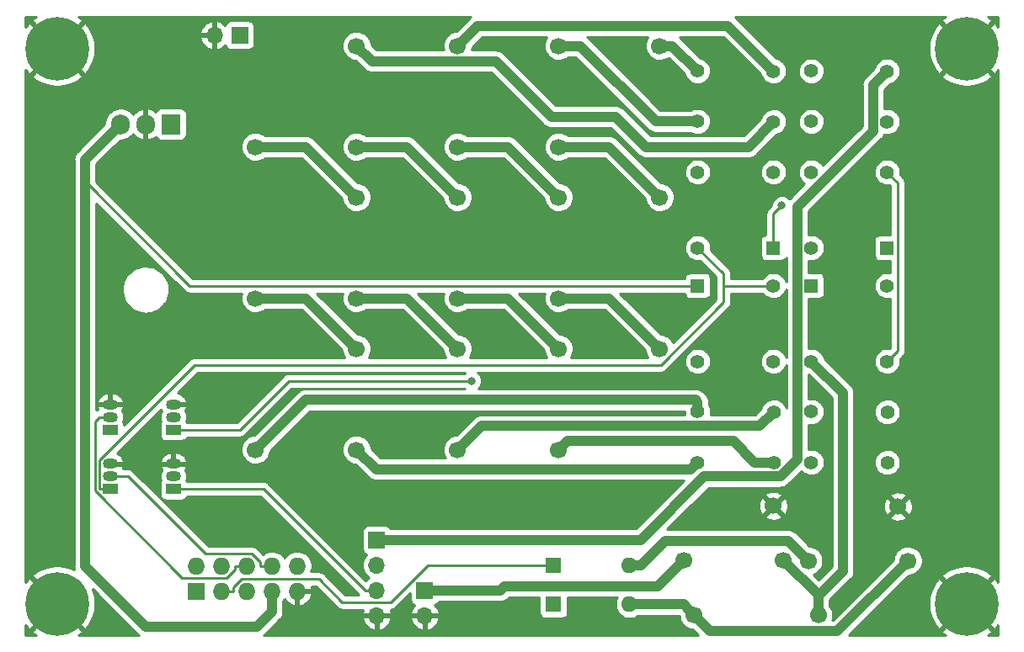
<source format=gtl>
G04 #@! TF.GenerationSoftware,KiCad,Pcbnew,5.99.0-unknown-43514a1~86~ubuntu18.04.1*
G04 #@! TF.CreationDate,2020-02-15T13:58:03+00:00*
G04 #@! TF.ProjectId,TX_BOARD,54585f42-4f41-4524-942e-6b696361645f,rev?*
G04 #@! TF.SameCoordinates,Original*
G04 #@! TF.FileFunction,Copper,L1,Top*
G04 #@! TF.FilePolarity,Positive*
%FSLAX46Y46*%
G04 Gerber Fmt 4.6, Leading zero omitted, Abs format (unit mm)*
G04 Created by KiCad (PCBNEW 5.99.0-unknown-43514a1~86~ubuntu18.04.1) date 2020-02-15 13:58:03*
%MOMM*%
%LPD*%
G01*
G04 APERTURE LIST*
%ADD10C,1.700000*%
%ADD11O,1.727200X1.727200*%
%ADD12R,1.727200X1.727200*%
%ADD13O,1.700000X1.700000*%
%ADD14R,1.700000X1.700000*%
%ADD15O,1.600000X1.600000*%
%ADD16R,1.600000X1.600000*%
%ADD17O,1.905000X2.000000*%
%ADD18R,1.905000X2.000000*%
%ADD19C,6.400000*%
%ADD20R,1.500000X1.050000*%
%ADD21O,1.500000X1.050000*%
%ADD22C,1.400000*%
%ADD23R,1.400000X1.400000*%
%ADD24C,0.800000*%
%ADD25C,1.000000*%
%ADD26C,0.250000*%
%ADD27C,0.254000*%
G04 APERTURE END LIST*
D10*
X155829000Y-64516000D03*
X165989000Y-54356000D03*
X145669000Y-64516000D03*
X155829000Y-54356000D03*
D11*
X129540000Y-106680000D03*
X129540000Y-109220000D03*
X127000000Y-106680000D03*
X127000000Y-109220000D03*
X124460000Y-106680000D03*
X124460000Y-109220000D03*
X121920000Y-106680000D03*
X121920000Y-109220000D03*
X119380000Y-106680000D03*
D12*
X119380000Y-109220000D03*
D13*
X121222000Y-53276500D03*
D14*
X123762000Y-53276500D03*
D15*
X162941000Y-110554000D03*
D16*
X155321000Y-110554000D03*
D15*
X162941000Y-106616000D03*
D16*
X155321000Y-106616000D03*
D17*
X111760000Y-62230000D03*
X114300000Y-62230000D03*
D18*
X116840000Y-62230000D03*
D19*
X105410000Y-54610000D03*
X196850000Y-110490000D03*
X105410000Y-110490000D03*
X196850000Y-54610000D03*
D10*
X180928000Y-106171000D03*
X190928000Y-106171000D03*
X181928000Y-111671000D03*
X189928000Y-100711000D03*
X168418000Y-106107500D03*
X178418000Y-106107500D03*
X169418000Y-111607500D03*
X177418000Y-100647500D03*
D20*
X117094000Y-98933000D03*
D21*
X117094000Y-96393000D03*
X117094000Y-97663000D03*
D20*
X117094000Y-92964000D03*
D21*
X117094000Y-90424000D03*
X117094000Y-91694000D03*
D20*
X110744000Y-98933000D03*
D21*
X110744000Y-96393000D03*
X110744000Y-97663000D03*
D20*
X110744000Y-92964000D03*
D21*
X110744000Y-90424000D03*
X110744000Y-91694000D03*
D10*
X125349000Y-64516000D03*
X135509000Y-54356000D03*
X135509000Y-64516000D03*
X145669000Y-54356000D03*
X125349000Y-79756000D03*
X135509000Y-69596000D03*
X135509000Y-79756000D03*
X145669000Y-69596000D03*
X145669000Y-79756000D03*
X155829000Y-69596000D03*
X155829000Y-79756000D03*
X165989000Y-69596000D03*
X125349000Y-94996000D03*
X135509000Y-84836000D03*
X135509000Y-94996000D03*
X145669000Y-84836000D03*
X145669000Y-94996000D03*
X155829000Y-84836000D03*
X155829000Y-94996000D03*
X165989000Y-84836000D03*
D22*
X181229000Y-67056000D03*
X181219000Y-56886000D03*
X181219000Y-61966000D03*
X188849000Y-67056000D03*
X188849000Y-56896000D03*
X188849000Y-61986000D03*
X181229000Y-74676000D03*
D23*
X188849000Y-74676000D03*
D22*
X169799000Y-67056000D03*
X169789000Y-56886000D03*
X169789000Y-61966000D03*
X177419000Y-67056000D03*
X177419000Y-56896000D03*
X177419000Y-61986000D03*
X169799000Y-74676000D03*
D23*
X177419000Y-74676000D03*
D22*
X177419000Y-86106000D03*
X177429000Y-96276000D03*
X177429000Y-91196000D03*
X169799000Y-86106000D03*
X169799000Y-96266000D03*
X169799000Y-91176000D03*
X177419000Y-78486000D03*
D23*
X169799000Y-78486000D03*
D22*
X188849000Y-86106000D03*
X188859000Y-96276000D03*
X188859000Y-91196000D03*
X181229000Y-86106000D03*
X181229000Y-96266000D03*
X181229000Y-91176000D03*
X188849000Y-78486000D03*
D23*
X181229000Y-78486000D03*
D13*
X142367000Y-111696000D03*
D14*
X142367000Y-109156000D03*
D13*
X137541000Y-111696000D03*
X137541000Y-109156000D03*
X137541000Y-106616000D03*
D14*
X137541000Y-104076000D03*
D24*
X161036000Y-82804000D03*
X148336000Y-82296000D03*
X140208000Y-82804000D03*
X173736000Y-87884000D03*
X184404000Y-71628000D03*
X172720000Y-71120000D03*
X165100000Y-112776000D03*
X184404000Y-83312000D03*
X165100000Y-74168000D03*
X141732000Y-93980000D03*
X155956000Y-74168000D03*
X147064800Y-88057900D03*
X178262300Y-70427700D03*
D25*
X184404000Y-89281000D02*
X181229000Y-86106000D01*
X184404000Y-107188000D02*
X184404000Y-89281000D01*
X181928000Y-109664000D02*
X184404000Y-107188000D01*
X181928000Y-111671000D02*
X181928000Y-109664000D01*
X181928000Y-111671000D02*
X181928000Y-109664000D01*
X181928000Y-109617000D02*
X178418000Y-106108000D01*
X181928000Y-109664000D02*
X181928000Y-109617000D01*
D26*
X178418000Y-106107500D02*
X178418000Y-106108000D01*
X189874400Y-68081400D02*
X188849000Y-67056000D01*
X189874400Y-85080600D02*
X189874400Y-68081400D01*
X188849000Y-86106000D02*
X189874400Y-85080600D01*
D25*
X168364000Y-110554000D02*
X168891000Y-111081000D01*
X162941000Y-110554000D02*
X168364000Y-110554000D01*
X183852000Y-113247000D02*
X190928000Y-106171000D01*
X171058000Y-113247000D02*
X183852000Y-113247000D01*
X169418000Y-111608000D02*
X171058000Y-113247000D01*
X168891000Y-111081000D02*
X169418000Y-111608000D01*
D26*
X168891500Y-111081000D02*
X169418000Y-111607500D01*
X168891000Y-111081000D02*
X168891500Y-111081000D01*
D25*
X178897000Y-104140000D02*
X180928000Y-106171000D01*
X166549000Y-104140000D02*
X178897000Y-104140000D01*
X164072000Y-106616000D02*
X166549000Y-104140000D01*
X162941000Y-106616000D02*
X164072000Y-106616000D01*
X165814000Y-108712000D02*
X168418000Y-106108000D01*
X150368000Y-108712000D02*
X165814000Y-108712000D01*
X149924000Y-109156000D02*
X150368000Y-108712000D01*
X142367000Y-109156000D02*
X149924000Y-109156000D01*
D26*
X168418000Y-106108000D02*
X168418000Y-106107500D01*
X123271100Y-107051600D02*
X123271100Y-106680000D01*
X122453800Y-107868900D02*
X123271100Y-107051600D01*
X117944800Y-107868900D02*
X122453800Y-107868900D01*
X109180700Y-99104800D02*
X117944800Y-107868900D01*
X109180700Y-92182000D02*
X109180700Y-99104800D01*
X109668700Y-91694000D02*
X109180700Y-92182000D01*
X110744000Y-91694000D02*
X109668700Y-91694000D01*
X124460000Y-106680000D02*
X123271100Y-106680000D01*
X125811100Y-106308400D02*
X125811100Y-106680000D01*
X124993800Y-105491100D02*
X125811100Y-106308400D01*
X120326600Y-105491100D02*
X124993800Y-105491100D01*
X112498500Y-97663000D02*
X120326600Y-105491100D01*
X110744000Y-97663000D02*
X112498500Y-97663000D01*
X127000000Y-106680000D02*
X125811100Y-106680000D01*
D25*
X187449000Y-58296000D02*
X188849000Y-56896000D01*
X187449000Y-62908000D02*
X187449000Y-58296000D01*
X179829000Y-70528000D02*
X187449000Y-62908000D01*
X179829000Y-95948000D02*
X179829000Y-70528000D01*
X178101000Y-97676000D02*
X179829000Y-95948000D01*
X170461000Y-97676000D02*
X178101000Y-97676000D01*
X164061000Y-104076000D02*
X170461000Y-97676000D01*
X137541000Y-104076000D02*
X164061000Y-104076000D01*
D26*
X126142700Y-98933000D02*
X117094000Y-98933000D01*
X136365700Y-109156000D02*
X126142700Y-98933000D01*
X137541000Y-109156000D02*
X136365700Y-109156000D01*
X123754000Y-92964000D02*
X117094000Y-92964000D01*
X128660100Y-88057900D02*
X123754000Y-92964000D01*
X147064800Y-88057900D02*
X128660100Y-88057900D01*
X110744000Y-98933000D02*
X109668700Y-98933000D01*
X177419000Y-78486000D02*
X172394000Y-78486000D01*
X172394000Y-80168600D02*
X172394000Y-78486000D01*
X166092300Y-86470300D02*
X172394000Y-80168600D01*
X119238200Y-86470300D02*
X166092300Y-86470300D01*
X109668700Y-96039800D02*
X119238200Y-86470300D01*
X109668700Y-98933000D02*
X109668700Y-96039800D01*
X172394000Y-77271000D02*
X169799000Y-74676000D01*
X172394000Y-78486000D02*
X172394000Y-77271000D01*
D25*
X108204000Y-106680000D02*
X108204000Y-67981700D01*
X114300000Y-112776000D02*
X108204000Y-106680000D01*
X125476000Y-112776000D02*
X114300000Y-112776000D01*
X127000000Y-111252000D02*
X125476000Y-112776000D01*
X127000000Y-109220000D02*
X127000000Y-111252000D01*
X108204000Y-65786000D02*
X111760000Y-62230000D01*
X108204000Y-67981700D02*
X108204000Y-65786000D01*
D26*
X118708300Y-78486000D02*
X169799000Y-78486000D01*
X108204000Y-67981700D02*
X118708300Y-78486000D01*
X177419000Y-71271000D02*
X178262300Y-70427700D01*
X177419000Y-74676000D02*
X177419000Y-71271000D01*
D25*
X167259000Y-54356000D02*
X169789000Y-56886000D01*
X165989000Y-54356000D02*
X167259000Y-54356000D01*
X165598000Y-61966000D02*
X169789000Y-61966000D01*
X157988000Y-54356000D02*
X165598000Y-61966000D01*
X155829000Y-54356000D02*
X157988000Y-54356000D01*
X147701000Y-52324000D02*
X145669000Y-54356000D01*
X172847000Y-52324000D02*
X147701000Y-52324000D01*
X177419000Y-56896000D02*
X172847000Y-52324000D01*
X174889000Y-64516000D02*
X177419000Y-61986000D01*
X164592000Y-64516000D02*
X174889000Y-64516000D01*
X161544000Y-61468000D02*
X164592000Y-64516000D01*
X155075000Y-61468000D02*
X161544000Y-61468000D01*
X149513000Y-55906000D02*
X155075000Y-61468000D01*
X137059000Y-55906000D02*
X149513000Y-55906000D01*
X135509000Y-54356000D02*
X137059000Y-55906000D01*
X130429000Y-64516000D02*
X135509000Y-69596000D01*
X125349000Y-64516000D02*
X130429000Y-64516000D01*
X140589000Y-64516000D02*
X145669000Y-69596000D01*
X135509000Y-64516000D02*
X140589000Y-64516000D01*
X150749000Y-64516000D02*
X155829000Y-69596000D01*
X145669000Y-64516000D02*
X150749000Y-64516000D01*
X160909000Y-64516000D02*
X165989000Y-69596000D01*
X155829000Y-64516000D02*
X160909000Y-64516000D01*
X130429000Y-79756000D02*
X135509000Y-84836000D01*
X125349000Y-79756000D02*
X130429000Y-79756000D01*
X140589000Y-79756000D02*
X145669000Y-84836000D01*
X135509000Y-79756000D02*
X140589000Y-79756000D01*
X150749000Y-79756000D02*
X155829000Y-84836000D01*
X145669000Y-79756000D02*
X150749000Y-79756000D01*
X160909000Y-79756000D02*
X165989000Y-84836000D01*
X155829000Y-79756000D02*
X160909000Y-79756000D01*
X156679000Y-94146000D02*
X155829000Y-94996000D01*
X173394000Y-94146000D02*
X156679000Y-94146000D01*
X175524000Y-96276000D02*
X173394000Y-94146000D01*
X177429000Y-96276000D02*
X175524000Y-96276000D01*
X148089000Y-92576000D02*
X145669000Y-94996000D01*
X176049000Y-92576000D02*
X148089000Y-92576000D01*
X177429000Y-91196000D02*
X176049000Y-92576000D01*
X137479000Y-96966000D02*
X135509000Y-94996000D01*
X169099000Y-96966000D02*
X137479000Y-96966000D01*
X169799000Y-96266000D02*
X169099000Y-96966000D01*
X130349000Y-89996000D02*
X125349000Y-94996000D01*
X169609000Y-89996000D02*
X130349000Y-89996000D01*
X169799000Y-90186100D02*
X169609000Y-89996000D01*
X169799000Y-91176000D02*
X169799000Y-90186100D01*
D26*
X123108900Y-108848400D02*
X123108900Y-109220000D01*
X123926200Y-108031100D02*
X123108900Y-108848400D01*
X131750600Y-108031100D02*
X123926200Y-108031100D01*
X134050900Y-110331400D02*
X131750600Y-108031100D01*
X138917800Y-110331400D02*
X134050900Y-110331400D01*
X142633200Y-106616000D02*
X138917800Y-110331400D01*
X155321000Y-106616000D02*
X142633200Y-106616000D01*
X121920000Y-109220000D02*
X123108900Y-109220000D01*
G36*
X133551289Y-110908006D02*
G01*
X133551304Y-110908019D01*
X133590920Y-110947636D01*
X133606966Y-110959294D01*
X133652050Y-110982266D01*
X133692984Y-111012006D01*
X133710654Y-111021010D01*
X133758773Y-111036645D01*
X133803861Y-111059618D01*
X133822723Y-111065746D01*
X133872705Y-111073663D01*
X133920820Y-111089297D01*
X133940409Y-111092399D01*
X133995709Y-111092399D01*
X133995721Y-111092400D01*
X136185108Y-111092400D01*
X136143260Y-111182968D01*
X136139619Y-111193000D01*
X136065085Y-111469233D01*
X136140734Y-111568000D01*
X138933863Y-111568000D01*
X139009373Y-111478487D01*
X138983499Y-111327114D01*
X138980817Y-111316784D01*
X138901800Y-111092400D01*
X138972979Y-111092400D01*
X138972991Y-111092399D01*
X139028289Y-111092399D01*
X139047878Y-111089297D01*
X139095993Y-111073663D01*
X139145976Y-111065747D01*
X139164839Y-111059618D01*
X139209926Y-111036645D01*
X139258044Y-111021011D01*
X139275716Y-111012006D01*
X139316647Y-110982267D01*
X139361734Y-110959294D01*
X139377780Y-110947636D01*
X139534207Y-110791209D01*
X139534212Y-110791202D01*
X140875163Y-109450251D01*
X140875163Y-110014258D01*
X140877319Y-110030634D01*
X140952137Y-110309859D01*
X140964880Y-110334339D01*
X141095990Y-110490590D01*
X141112879Y-110504761D01*
X141287120Y-110605359D01*
X141307837Y-110612900D01*
X141344029Y-110619282D01*
X141219029Y-110747822D01*
X141212263Y-110756074D01*
X141075683Y-110954798D01*
X141070403Y-110964073D01*
X140969260Y-111182968D01*
X140965619Y-111193000D01*
X140891085Y-111469233D01*
X140966734Y-111568000D01*
X143759863Y-111568000D01*
X143835373Y-111478487D01*
X143809499Y-111327114D01*
X143806817Y-111316784D01*
X143726723Y-111089343D01*
X143722339Y-111079612D01*
X143605067Y-110868916D01*
X143599107Y-110860064D01*
X143448013Y-110672140D01*
X143440647Y-110664417D01*
X143378130Y-110609107D01*
X143520859Y-110570863D01*
X143545339Y-110558120D01*
X143701590Y-110427010D01*
X143715761Y-110410121D01*
X143783959Y-110292000D01*
X149884597Y-110292000D01*
X149976256Y-110298249D01*
X149991427Y-110297454D01*
X150090036Y-110280244D01*
X150189366Y-110268224D01*
X150204119Y-110264600D01*
X150225110Y-110256669D01*
X150247213Y-110252811D01*
X150261756Y-110248420D01*
X150353390Y-110208195D01*
X150447009Y-110172820D01*
X150460473Y-110165781D01*
X150478968Y-110153071D01*
X150499659Y-110143988D01*
X150513000Y-110136051D01*
X150585052Y-110080161D01*
X150674458Y-110018715D01*
X150685854Y-110008668D01*
X150751039Y-109935506D01*
X150838545Y-109848000D01*
X153879163Y-109848000D01*
X153879163Y-111362258D01*
X153881319Y-111378634D01*
X153956137Y-111657859D01*
X153968880Y-111682339D01*
X154099990Y-111838590D01*
X154116879Y-111852761D01*
X154291120Y-111953359D01*
X154311837Y-111960900D01*
X154504538Y-111994878D01*
X154515499Y-111995837D01*
X156129258Y-111995837D01*
X156145634Y-111993681D01*
X156424859Y-111918863D01*
X156449339Y-111906120D01*
X156605590Y-111775010D01*
X156619761Y-111758121D01*
X156720359Y-111583880D01*
X156727900Y-111563163D01*
X156761878Y-111370462D01*
X156762837Y-111359501D01*
X156762837Y-109848000D01*
X161692769Y-109848000D01*
X161639152Y-109940868D01*
X161634502Y-109950840D01*
X161552460Y-110176247D01*
X161549613Y-110186874D01*
X161507959Y-110423103D01*
X161507000Y-110434064D01*
X161507000Y-110673936D01*
X161507959Y-110684897D01*
X161549613Y-110921126D01*
X161552460Y-110931753D01*
X161634502Y-111157160D01*
X161639152Y-111167132D01*
X161759088Y-111374868D01*
X161765399Y-111383881D01*
X161919587Y-111567634D01*
X161927366Y-111575413D01*
X162111119Y-111729601D01*
X162120132Y-111735912D01*
X162327868Y-111855848D01*
X162337840Y-111860498D01*
X162563247Y-111942540D01*
X162573874Y-111945387D01*
X162810103Y-111987041D01*
X162821064Y-111988000D01*
X163060936Y-111988000D01*
X163071897Y-111987041D01*
X163308126Y-111945387D01*
X163318753Y-111942540D01*
X163544160Y-111860498D01*
X163554132Y-111855848D01*
X163761868Y-111735912D01*
X163770881Y-111729601D01*
X163818076Y-111690000D01*
X167893455Y-111690000D01*
X167939443Y-111735988D01*
X167947188Y-111838997D01*
X167948885Y-111849534D01*
X168007221Y-112083505D01*
X168010669Y-112093604D01*
X168107591Y-112314400D01*
X168112692Y-112323775D01*
X168245430Y-112525084D01*
X168252038Y-112533465D01*
X168416798Y-112709532D01*
X168424722Y-112716680D01*
X168616792Y-112862468D01*
X168625808Y-112868179D01*
X168839696Y-112979521D01*
X168849545Y-112983631D01*
X169079134Y-113057344D01*
X169089535Y-113059736D01*
X169292489Y-113088621D01*
X169870219Y-113666000D01*
X126186757Y-113666000D01*
X126226458Y-113638715D01*
X126237854Y-113628668D01*
X126303039Y-113555506D01*
X127775398Y-112083147D01*
X127844642Y-112022741D01*
X127854808Y-112011452D01*
X127912360Y-111929563D01*
X127919189Y-111920853D01*
X136067602Y-111920853D01*
X136130221Y-112172005D01*
X136133669Y-112182104D01*
X136230591Y-112402900D01*
X136235692Y-112412275D01*
X136368430Y-112613584D01*
X136375038Y-112621965D01*
X136539798Y-112798032D01*
X136547722Y-112805180D01*
X136739792Y-112950968D01*
X136748808Y-112956679D01*
X136962696Y-113068021D01*
X136972545Y-113072131D01*
X137202134Y-113145845D01*
X137212535Y-113148236D01*
X137326162Y-113164407D01*
X137413000Y-113089052D01*
X137413000Y-111897809D01*
X137669000Y-111897809D01*
X137669000Y-113089748D01*
X137761218Y-113165362D01*
X137950019Y-113127636D01*
X137960270Y-113124667D01*
X138185387Y-113038253D01*
X138194991Y-113033600D01*
X138402330Y-112910491D01*
X138411012Y-112904286D01*
X138594645Y-112748004D01*
X138602158Y-112740424D01*
X138756833Y-112555435D01*
X138762962Y-112546698D01*
X138884256Y-112338294D01*
X138888825Y-112328650D01*
X138973272Y-112102787D01*
X138976151Y-112092511D01*
X139008896Y-111920853D01*
X140893602Y-111920853D01*
X140956221Y-112172005D01*
X140959669Y-112182104D01*
X141056591Y-112402900D01*
X141061692Y-112412275D01*
X141194430Y-112613584D01*
X141201038Y-112621965D01*
X141365798Y-112798032D01*
X141373722Y-112805180D01*
X141565792Y-112950968D01*
X141574808Y-112956679D01*
X141788696Y-113068021D01*
X141798545Y-113072131D01*
X142028134Y-113145845D01*
X142038535Y-113148236D01*
X142152162Y-113164407D01*
X142239000Y-113089052D01*
X142239000Y-111897809D01*
X142495000Y-111897809D01*
X142495000Y-113089748D01*
X142587218Y-113165362D01*
X142776019Y-113127636D01*
X142786270Y-113124667D01*
X143011387Y-113038253D01*
X143020991Y-113033600D01*
X143228330Y-112910491D01*
X143237012Y-112904286D01*
X143420645Y-112748004D01*
X143428158Y-112740424D01*
X143582833Y-112555435D01*
X143588962Y-112546698D01*
X143710256Y-112338294D01*
X143714825Y-112328650D01*
X143799272Y-112102787D01*
X143802151Y-112092511D01*
X143835943Y-111915369D01*
X143760356Y-111824000D01*
X142568809Y-111824000D01*
X142495000Y-111897809D01*
X142239000Y-111897809D01*
X142165191Y-111824000D01*
X140969272Y-111824000D01*
X140893602Y-111920853D01*
X139008896Y-111920853D01*
X139009943Y-111915369D01*
X138934356Y-111824000D01*
X137742809Y-111824000D01*
X137669000Y-111897809D01*
X137413000Y-111897809D01*
X137339191Y-111824000D01*
X136143272Y-111824000D01*
X136067602Y-111920853D01*
X127919189Y-111920853D01*
X127974103Y-111850820D01*
X127981972Y-111837826D01*
X127991206Y-111817378D01*
X128004109Y-111799017D01*
X128011288Y-111785628D01*
X128047646Y-111692375D01*
X128088823Y-111601178D01*
X128093366Y-111586680D01*
X128097453Y-111564625D01*
X128105666Y-111543561D01*
X128109488Y-111528515D01*
X128120920Y-111438014D01*
X128140684Y-111331378D01*
X128141638Y-111316215D01*
X128136000Y-111218436D01*
X128136000Y-110196119D01*
X128227008Y-110087275D01*
X128233137Y-110078538D01*
X128270207Y-110014844D01*
X128356712Y-110146035D01*
X128363319Y-110154415D01*
X128529656Y-110332167D01*
X128537580Y-110339315D01*
X128731488Y-110486499D01*
X128740503Y-110492209D01*
X128956439Y-110604618D01*
X128966288Y-110608728D01*
X129198075Y-110683147D01*
X129208475Y-110685539D01*
X129325160Y-110702146D01*
X129411045Y-110627619D01*
X129667999Y-110627619D01*
X129760217Y-110703233D01*
X129952816Y-110664748D01*
X129963067Y-110661779D01*
X130190339Y-110574538D01*
X130199943Y-110569885D01*
X130409267Y-110445597D01*
X130417950Y-110439392D01*
X130603339Y-110281613D01*
X130610852Y-110274034D01*
X130767008Y-110087275D01*
X130773137Y-110078538D01*
X130895592Y-109868138D01*
X130900161Y-109858493D01*
X130985416Y-109630469D01*
X130988295Y-109620193D01*
X131022789Y-109439369D01*
X130947202Y-109348000D01*
X129741809Y-109347999D01*
X129668000Y-109421808D01*
X129667999Y-110627619D01*
X129411045Y-110627619D01*
X129412000Y-110626791D01*
X129412001Y-109421808D01*
X129412000Y-109421807D01*
X129412001Y-109092000D01*
X130946661Y-109092001D01*
X131022171Y-109002489D01*
X130995711Y-108847685D01*
X130993029Y-108837355D01*
X130977092Y-108792100D01*
X131435386Y-108792100D01*
X133551289Y-110908006D01*
G37*
D27*
X133551289Y-110908006D02*
X133551304Y-110908019D01*
X133590920Y-110947636D01*
X133606966Y-110959294D01*
X133652050Y-110982266D01*
X133692984Y-111012006D01*
X133710654Y-111021010D01*
X133758773Y-111036645D01*
X133803861Y-111059618D01*
X133822723Y-111065746D01*
X133872705Y-111073663D01*
X133920820Y-111089297D01*
X133940409Y-111092399D01*
X133995709Y-111092399D01*
X133995721Y-111092400D01*
X136185108Y-111092400D01*
X136143260Y-111182968D01*
X136139619Y-111193000D01*
X136065085Y-111469233D01*
X136140734Y-111568000D01*
X138933863Y-111568000D01*
X139009373Y-111478487D01*
X138983499Y-111327114D01*
X138980817Y-111316784D01*
X138901800Y-111092400D01*
X138972979Y-111092400D01*
X138972991Y-111092399D01*
X139028289Y-111092399D01*
X139047878Y-111089297D01*
X139095993Y-111073663D01*
X139145976Y-111065747D01*
X139164839Y-111059618D01*
X139209926Y-111036645D01*
X139258044Y-111021011D01*
X139275716Y-111012006D01*
X139316647Y-110982267D01*
X139361734Y-110959294D01*
X139377780Y-110947636D01*
X139534207Y-110791209D01*
X139534212Y-110791202D01*
X140875163Y-109450251D01*
X140875163Y-110014258D01*
X140877319Y-110030634D01*
X140952137Y-110309859D01*
X140964880Y-110334339D01*
X141095990Y-110490590D01*
X141112879Y-110504761D01*
X141287120Y-110605359D01*
X141307837Y-110612900D01*
X141344029Y-110619282D01*
X141219029Y-110747822D01*
X141212263Y-110756074D01*
X141075683Y-110954798D01*
X141070403Y-110964073D01*
X140969260Y-111182968D01*
X140965619Y-111193000D01*
X140891085Y-111469233D01*
X140966734Y-111568000D01*
X143759863Y-111568000D01*
X143835373Y-111478487D01*
X143809499Y-111327114D01*
X143806817Y-111316784D01*
X143726723Y-111089343D01*
X143722339Y-111079612D01*
X143605067Y-110868916D01*
X143599107Y-110860064D01*
X143448013Y-110672140D01*
X143440647Y-110664417D01*
X143378130Y-110609107D01*
X143520859Y-110570863D01*
X143545339Y-110558120D01*
X143701590Y-110427010D01*
X143715761Y-110410121D01*
X143783959Y-110292000D01*
X149884597Y-110292000D01*
X149976256Y-110298249D01*
X149991427Y-110297454D01*
X150090036Y-110280244D01*
X150189366Y-110268224D01*
X150204119Y-110264600D01*
X150225110Y-110256669D01*
X150247213Y-110252811D01*
X150261756Y-110248420D01*
X150353390Y-110208195D01*
X150447009Y-110172820D01*
X150460473Y-110165781D01*
X150478968Y-110153071D01*
X150499659Y-110143988D01*
X150513000Y-110136051D01*
X150585052Y-110080161D01*
X150674458Y-110018715D01*
X150685854Y-110008668D01*
X150751039Y-109935506D01*
X150838545Y-109848000D01*
X153879163Y-109848000D01*
X153879163Y-111362258D01*
X153881319Y-111378634D01*
X153956137Y-111657859D01*
X153968880Y-111682339D01*
X154099990Y-111838590D01*
X154116879Y-111852761D01*
X154291120Y-111953359D01*
X154311837Y-111960900D01*
X154504538Y-111994878D01*
X154515499Y-111995837D01*
X156129258Y-111995837D01*
X156145634Y-111993681D01*
X156424859Y-111918863D01*
X156449339Y-111906120D01*
X156605590Y-111775010D01*
X156619761Y-111758121D01*
X156720359Y-111583880D01*
X156727900Y-111563163D01*
X156761878Y-111370462D01*
X156762837Y-111359501D01*
X156762837Y-109848000D01*
X161692769Y-109848000D01*
X161639152Y-109940868D01*
X161634502Y-109950840D01*
X161552460Y-110176247D01*
X161549613Y-110186874D01*
X161507959Y-110423103D01*
X161507000Y-110434064D01*
X161507000Y-110673936D01*
X161507959Y-110684897D01*
X161549613Y-110921126D01*
X161552460Y-110931753D01*
X161634502Y-111157160D01*
X161639152Y-111167132D01*
X161759088Y-111374868D01*
X161765399Y-111383881D01*
X161919587Y-111567634D01*
X161927366Y-111575413D01*
X162111119Y-111729601D01*
X162120132Y-111735912D01*
X162327868Y-111855848D01*
X162337840Y-111860498D01*
X162563247Y-111942540D01*
X162573874Y-111945387D01*
X162810103Y-111987041D01*
X162821064Y-111988000D01*
X163060936Y-111988000D01*
X163071897Y-111987041D01*
X163308126Y-111945387D01*
X163318753Y-111942540D01*
X163544160Y-111860498D01*
X163554132Y-111855848D01*
X163761868Y-111735912D01*
X163770881Y-111729601D01*
X163818076Y-111690000D01*
X167893455Y-111690000D01*
X167939443Y-111735988D01*
X167947188Y-111838997D01*
X167948885Y-111849534D01*
X168007221Y-112083505D01*
X168010669Y-112093604D01*
X168107591Y-112314400D01*
X168112692Y-112323775D01*
X168245430Y-112525084D01*
X168252038Y-112533465D01*
X168416798Y-112709532D01*
X168424722Y-112716680D01*
X168616792Y-112862468D01*
X168625808Y-112868179D01*
X168839696Y-112979521D01*
X168849545Y-112983631D01*
X169079134Y-113057344D01*
X169089535Y-113059736D01*
X169292489Y-113088621D01*
X169870219Y-113666000D01*
X126186757Y-113666000D01*
X126226458Y-113638715D01*
X126237854Y-113628668D01*
X126303039Y-113555506D01*
X127775398Y-112083147D01*
X127844642Y-112022741D01*
X127854808Y-112011452D01*
X127912360Y-111929563D01*
X127919189Y-111920853D01*
X136067602Y-111920853D01*
X136130221Y-112172005D01*
X136133669Y-112182104D01*
X136230591Y-112402900D01*
X136235692Y-112412275D01*
X136368430Y-112613584D01*
X136375038Y-112621965D01*
X136539798Y-112798032D01*
X136547722Y-112805180D01*
X136739792Y-112950968D01*
X136748808Y-112956679D01*
X136962696Y-113068021D01*
X136972545Y-113072131D01*
X137202134Y-113145845D01*
X137212535Y-113148236D01*
X137326162Y-113164407D01*
X137413000Y-113089052D01*
X137413000Y-111897809D01*
X137669000Y-111897809D01*
X137669000Y-113089748D01*
X137761218Y-113165362D01*
X137950019Y-113127636D01*
X137960270Y-113124667D01*
X138185387Y-113038253D01*
X138194991Y-113033600D01*
X138402330Y-112910491D01*
X138411012Y-112904286D01*
X138594645Y-112748004D01*
X138602158Y-112740424D01*
X138756833Y-112555435D01*
X138762962Y-112546698D01*
X138884256Y-112338294D01*
X138888825Y-112328650D01*
X138973272Y-112102787D01*
X138976151Y-112092511D01*
X139008896Y-111920853D01*
X140893602Y-111920853D01*
X140956221Y-112172005D01*
X140959669Y-112182104D01*
X141056591Y-112402900D01*
X141061692Y-112412275D01*
X141194430Y-112613584D01*
X141201038Y-112621965D01*
X141365798Y-112798032D01*
X141373722Y-112805180D01*
X141565792Y-112950968D01*
X141574808Y-112956679D01*
X141788696Y-113068021D01*
X141798545Y-113072131D01*
X142028134Y-113145845D01*
X142038535Y-113148236D01*
X142152162Y-113164407D01*
X142239000Y-113089052D01*
X142239000Y-111897809D01*
X142495000Y-111897809D01*
X142495000Y-113089748D01*
X142587218Y-113165362D01*
X142776019Y-113127636D01*
X142786270Y-113124667D01*
X143011387Y-113038253D01*
X143020991Y-113033600D01*
X143228330Y-112910491D01*
X143237012Y-112904286D01*
X143420645Y-112748004D01*
X143428158Y-112740424D01*
X143582833Y-112555435D01*
X143588962Y-112546698D01*
X143710256Y-112338294D01*
X143714825Y-112328650D01*
X143799272Y-112102787D01*
X143802151Y-112092511D01*
X143835943Y-111915369D01*
X143760356Y-111824000D01*
X142568809Y-111824000D01*
X142495000Y-111897809D01*
X142239000Y-111897809D01*
X142165191Y-111824000D01*
X140969272Y-111824000D01*
X140893602Y-111920853D01*
X139008896Y-111920853D01*
X139009943Y-111915369D01*
X138934356Y-111824000D01*
X137742809Y-111824000D01*
X137669000Y-111897809D01*
X137413000Y-111897809D01*
X137339191Y-111824000D01*
X136143272Y-111824000D01*
X136067602Y-111920853D01*
X127919189Y-111920853D01*
X127974103Y-111850820D01*
X127981972Y-111837826D01*
X127991206Y-111817378D01*
X128004109Y-111799017D01*
X128011288Y-111785628D01*
X128047646Y-111692375D01*
X128088823Y-111601178D01*
X128093366Y-111586680D01*
X128097453Y-111564625D01*
X128105666Y-111543561D01*
X128109488Y-111528515D01*
X128120920Y-111438014D01*
X128140684Y-111331378D01*
X128141638Y-111316215D01*
X128136000Y-111218436D01*
X128136000Y-110196119D01*
X128227008Y-110087275D01*
X128233137Y-110078538D01*
X128270207Y-110014844D01*
X128356712Y-110146035D01*
X128363319Y-110154415D01*
X128529656Y-110332167D01*
X128537580Y-110339315D01*
X128731488Y-110486499D01*
X128740503Y-110492209D01*
X128956439Y-110604618D01*
X128966288Y-110608728D01*
X129198075Y-110683147D01*
X129208475Y-110685539D01*
X129325160Y-110702146D01*
X129411045Y-110627619D01*
X129667999Y-110627619D01*
X129760217Y-110703233D01*
X129952816Y-110664748D01*
X129963067Y-110661779D01*
X130190339Y-110574538D01*
X130199943Y-110569885D01*
X130409267Y-110445597D01*
X130417950Y-110439392D01*
X130603339Y-110281613D01*
X130610852Y-110274034D01*
X130767008Y-110087275D01*
X130773137Y-110078538D01*
X130895592Y-109868138D01*
X130900161Y-109858493D01*
X130985416Y-109630469D01*
X130988295Y-109620193D01*
X131022789Y-109439369D01*
X130947202Y-109348000D01*
X129741809Y-109347999D01*
X129668000Y-109421808D01*
X129667999Y-110627619D01*
X129411045Y-110627619D01*
X129412000Y-110626791D01*
X129412001Y-109421808D01*
X129412000Y-109421807D01*
X129412001Y-109092000D01*
X130946661Y-109092001D01*
X131022171Y-109002489D01*
X130995711Y-108847685D01*
X130993029Y-108837355D01*
X130977092Y-108792100D01*
X131435386Y-108792100D01*
X133551289Y-110908006D01*
G36*
X102996548Y-51624392D02*
G01*
X102991420Y-51628545D01*
X102848928Y-51756844D01*
X102846094Y-51865075D01*
X105357809Y-54376790D01*
X105462191Y-54376790D01*
X107973906Y-51865075D01*
X107971072Y-51756844D01*
X107828580Y-51628545D01*
X107823452Y-51624392D01*
X107561401Y-51434000D01*
X146990243Y-51434000D01*
X146950542Y-51461285D01*
X146939146Y-51471333D01*
X146873970Y-51544484D01*
X145542041Y-52876414D01*
X145368474Y-52897727D01*
X145358030Y-52899918D01*
X145127068Y-52969210D01*
X145117142Y-52973130D01*
X144901155Y-53080346D01*
X144892032Y-53085882D01*
X144697199Y-53227957D01*
X144689138Y-53234952D01*
X144521029Y-53407822D01*
X144514263Y-53416074D01*
X144377683Y-53614798D01*
X144372403Y-53624073D01*
X144271260Y-53842968D01*
X144267618Y-53853000D01*
X144204802Y-54085807D01*
X144202903Y-54096309D01*
X144180211Y-54336372D01*
X144180109Y-54347043D01*
X144198188Y-54587497D01*
X144199885Y-54598034D01*
X144242761Y-54770000D01*
X137529547Y-54770000D01*
X136992833Y-54233287D01*
X136992178Y-54225099D01*
X136951499Y-53987114D01*
X136948817Y-53976784D01*
X136868723Y-53749343D01*
X136864339Y-53739612D01*
X136747067Y-53528916D01*
X136741107Y-53520064D01*
X136590013Y-53332140D01*
X136582647Y-53324417D01*
X136402049Y-53164638D01*
X136393486Y-53158267D01*
X136188549Y-53031202D01*
X136179036Y-53026365D01*
X135955619Y-52935645D01*
X135945427Y-52932480D01*
X135709919Y-52880700D01*
X135699340Y-52879298D01*
X135458475Y-52867939D01*
X135447809Y-52868339D01*
X135208474Y-52897727D01*
X135198030Y-52899918D01*
X134967068Y-52969210D01*
X134957142Y-52973130D01*
X134741155Y-53080346D01*
X134732032Y-53085882D01*
X134537199Y-53227957D01*
X134529138Y-53234952D01*
X134361029Y-53407822D01*
X134354263Y-53416074D01*
X134217683Y-53614798D01*
X134212403Y-53624073D01*
X134111260Y-53842968D01*
X134107618Y-53853000D01*
X134044802Y-54085807D01*
X134042903Y-54096309D01*
X134020211Y-54336372D01*
X134020109Y-54347043D01*
X134038188Y-54587497D01*
X134039885Y-54598034D01*
X134098221Y-54832005D01*
X134101669Y-54842104D01*
X134198591Y-55062900D01*
X134203692Y-55072275D01*
X134336430Y-55273584D01*
X134343038Y-55281965D01*
X134507798Y-55458032D01*
X134515722Y-55465180D01*
X134707792Y-55610968D01*
X134716808Y-55616679D01*
X134930696Y-55728021D01*
X134940545Y-55732131D01*
X135170134Y-55805844D01*
X135180535Y-55808236D01*
X135383589Y-55837135D01*
X136227866Y-56681413D01*
X136288259Y-56750643D01*
X136299549Y-56760808D01*
X136381436Y-56818358D01*
X136460181Y-56880103D01*
X136473175Y-56887972D01*
X136493621Y-56897204D01*
X136511983Y-56910109D01*
X136525371Y-56917288D01*
X136618623Y-56953645D01*
X136709823Y-56994823D01*
X136724318Y-56999366D01*
X136746380Y-57003456D01*
X136767442Y-57011667D01*
X136782486Y-57015488D01*
X136872980Y-57026919D01*
X136979622Y-57046684D01*
X136994785Y-57047638D01*
X137092570Y-57042000D01*
X149042455Y-57042000D01*
X154243860Y-62243406D01*
X154304259Y-62312643D01*
X154315549Y-62322808D01*
X154397436Y-62380358D01*
X154476181Y-62442103D01*
X154489175Y-62449972D01*
X154509621Y-62459204D01*
X154527983Y-62472109D01*
X154541371Y-62479288D01*
X154634622Y-62515645D01*
X154725823Y-62556824D01*
X154740319Y-62561366D01*
X154762380Y-62565455D01*
X154783441Y-62573667D01*
X154798486Y-62577488D01*
X154888971Y-62588918D01*
X154995622Y-62608685D01*
X155010785Y-62609639D01*
X155108582Y-62604000D01*
X161073455Y-62604000D01*
X163760860Y-65291406D01*
X163821259Y-65360643D01*
X163832549Y-65370808D01*
X163914436Y-65428358D01*
X163993181Y-65490103D01*
X164006175Y-65497972D01*
X164026621Y-65507204D01*
X164044983Y-65520109D01*
X164058371Y-65527288D01*
X164151622Y-65563645D01*
X164242823Y-65604824D01*
X164257319Y-65609366D01*
X164279380Y-65613455D01*
X164300441Y-65621667D01*
X164315486Y-65625488D01*
X164405971Y-65636918D01*
X164512622Y-65656685D01*
X164527785Y-65657639D01*
X164625582Y-65652000D01*
X174849597Y-65652000D01*
X174941256Y-65658249D01*
X174956427Y-65657454D01*
X175055036Y-65640244D01*
X175154366Y-65628224D01*
X175169119Y-65624600D01*
X175190110Y-65616669D01*
X175212213Y-65612811D01*
X175226756Y-65608420D01*
X175318390Y-65568195D01*
X175412009Y-65532820D01*
X175425473Y-65525781D01*
X175443968Y-65513071D01*
X175464659Y-65503988D01*
X175478000Y-65496051D01*
X175550052Y-65440161D01*
X175639458Y-65378715D01*
X175650854Y-65368668D01*
X175716039Y-65295506D01*
X177726218Y-63285327D01*
X177887012Y-63240432D01*
X177897510Y-63236465D01*
X178101756Y-63137729D01*
X178111386Y-63131966D01*
X178294920Y-62998621D01*
X178303377Y-62991243D01*
X178460396Y-62827506D01*
X178467413Y-62818747D01*
X178592955Y-62629790D01*
X178598309Y-62619928D01*
X178688407Y-62411727D01*
X178691931Y-62401072D01*
X178743923Y-62179401D01*
X178745570Y-62166631D01*
X178751594Y-61936561D01*
X179880430Y-61936561D01*
X179894675Y-62162974D01*
X179896373Y-62174068D01*
X179950486Y-62394378D01*
X179954121Y-62404996D01*
X180046393Y-62612242D01*
X180051851Y-62622048D01*
X180179365Y-62809680D01*
X180186473Y-62818364D01*
X180345198Y-62980450D01*
X180353733Y-62987739D01*
X180538653Y-63119154D01*
X180548342Y-63124816D01*
X180753610Y-63221408D01*
X180764150Y-63225265D01*
X180983279Y-63283980D01*
X180994335Y-63285910D01*
X181220399Y-63304893D01*
X181231622Y-63304834D01*
X181457474Y-63283485D01*
X181468509Y-63281440D01*
X181687012Y-63220432D01*
X181697510Y-63216465D01*
X181901756Y-63117729D01*
X181911386Y-63111966D01*
X182094920Y-62978621D01*
X182103377Y-62971243D01*
X182260396Y-62807506D01*
X182267413Y-62798747D01*
X182392955Y-62609790D01*
X182398309Y-62599928D01*
X182488407Y-62391727D01*
X182491931Y-62381072D01*
X182543923Y-62159401D01*
X182545570Y-62146631D01*
X182553205Y-61855044D01*
X182552229Y-61842206D01*
X182511909Y-61618118D01*
X182508947Y-61607292D01*
X182429871Y-61394661D01*
X182425039Y-61384532D01*
X182309558Y-61189264D01*
X182303009Y-61180150D01*
X182154775Y-61008419D01*
X182146715Y-61000609D01*
X181970413Y-60857841D01*
X181961097Y-60851582D01*
X181762299Y-60742291D01*
X181752022Y-60737780D01*
X181537012Y-60665421D01*
X181526100Y-60662801D01*
X181301673Y-60629661D01*
X181290469Y-60629015D01*
X181063722Y-60636140D01*
X181052580Y-60637489D01*
X180830678Y-60684656D01*
X180819952Y-60687956D01*
X180609909Y-60773672D01*
X180599936Y-60778820D01*
X180408392Y-60900377D01*
X180399488Y-60907210D01*
X180232498Y-61060765D01*
X180224945Y-61069066D01*
X180087786Y-61249766D01*
X180081822Y-61259273D01*
X179978830Y-61461407D01*
X179974644Y-61471820D01*
X179909074Y-61688997D01*
X179906798Y-61699987D01*
X179880724Y-61925342D01*
X179880430Y-61936561D01*
X178751594Y-61936561D01*
X178753205Y-61875044D01*
X178752229Y-61862206D01*
X178711909Y-61638118D01*
X178708947Y-61627292D01*
X178629871Y-61414661D01*
X178625039Y-61404532D01*
X178509558Y-61209264D01*
X178503009Y-61200150D01*
X178354775Y-61028419D01*
X178346715Y-61020609D01*
X178170413Y-60877841D01*
X178161097Y-60871582D01*
X177962299Y-60762291D01*
X177952022Y-60757780D01*
X177737012Y-60685421D01*
X177726100Y-60682801D01*
X177501673Y-60649661D01*
X177490469Y-60649015D01*
X177263722Y-60656140D01*
X177252580Y-60657489D01*
X177030678Y-60704656D01*
X177019952Y-60707956D01*
X176809909Y-60793672D01*
X176799936Y-60798820D01*
X176608392Y-60920377D01*
X176599488Y-60927210D01*
X176432498Y-61080765D01*
X176424945Y-61089066D01*
X176287786Y-61269766D01*
X176281822Y-61279273D01*
X176178830Y-61481407D01*
X176174644Y-61491820D01*
X176117557Y-61680898D01*
X174418455Y-63380000D01*
X165062546Y-63380000D01*
X162375147Y-60692602D01*
X162314741Y-60623357D01*
X162303451Y-60613192D01*
X162221554Y-60555635D01*
X162142818Y-60493897D01*
X162129822Y-60486027D01*
X162109382Y-60476798D01*
X162091019Y-60463892D01*
X162077630Y-60456712D01*
X161984370Y-60420352D01*
X161893175Y-60379176D01*
X161878678Y-60374633D01*
X161856624Y-60370546D01*
X161835560Y-60362333D01*
X161820514Y-60358512D01*
X161730002Y-60347078D01*
X161623377Y-60327316D01*
X161608215Y-60326362D01*
X161510429Y-60332000D01*
X155545546Y-60332000D01*
X150344147Y-55130602D01*
X150283741Y-55061357D01*
X150272451Y-55051192D01*
X150190554Y-54993635D01*
X150111818Y-54931897D01*
X150098822Y-54924027D01*
X150078382Y-54914798D01*
X150060019Y-54901892D01*
X150046630Y-54894712D01*
X149953370Y-54858352D01*
X149862175Y-54817176D01*
X149847678Y-54812633D01*
X149825624Y-54808546D01*
X149804560Y-54800333D01*
X149789514Y-54796512D01*
X149699002Y-54785078D01*
X149592377Y-54765316D01*
X149577215Y-54764362D01*
X149479429Y-54770000D01*
X147098575Y-54770000D01*
X147101272Y-54762787D01*
X147104151Y-54752511D01*
X147149392Y-54515351D01*
X147150507Y-54504128D01*
X147150731Y-54480815D01*
X148171546Y-53460000D01*
X154644073Y-53460000D01*
X154537683Y-53614798D01*
X154532403Y-53624073D01*
X154431260Y-53842968D01*
X154427618Y-53853000D01*
X154364802Y-54085807D01*
X154362903Y-54096309D01*
X154340211Y-54336372D01*
X154340109Y-54347043D01*
X154358188Y-54587497D01*
X154359885Y-54598034D01*
X154418221Y-54832005D01*
X154421669Y-54842104D01*
X154518591Y-55062900D01*
X154523692Y-55072275D01*
X154656430Y-55273584D01*
X154663038Y-55281965D01*
X154827798Y-55458032D01*
X154835722Y-55465180D01*
X155027792Y-55610968D01*
X155036808Y-55616679D01*
X155250696Y-55728021D01*
X155260545Y-55732131D01*
X155490134Y-55805844D01*
X155500535Y-55808236D01*
X155739262Y-55842212D01*
X155749917Y-55842817D01*
X155990956Y-55836084D01*
X156001561Y-55834885D01*
X156238019Y-55787636D01*
X156248270Y-55784667D01*
X156473387Y-55698253D01*
X156482991Y-55693600D01*
X156690330Y-55570491D01*
X156699012Y-55564286D01*
X156783949Y-55492000D01*
X157517455Y-55492000D01*
X164766853Y-62741398D01*
X164827258Y-62810642D01*
X164838548Y-62820808D01*
X164920450Y-62878370D01*
X164999182Y-62940103D01*
X165012177Y-62947973D01*
X165032618Y-62957202D01*
X165050982Y-62970109D01*
X165064371Y-62977288D01*
X165157622Y-63013644D01*
X165248822Y-63054823D01*
X165263319Y-63059366D01*
X165285375Y-63063453D01*
X165306439Y-63071666D01*
X165321485Y-63075488D01*
X165411986Y-63086920D01*
X165518622Y-63106684D01*
X165533784Y-63107638D01*
X165631570Y-63102000D01*
X169084514Y-63102000D01*
X169108653Y-63119154D01*
X169118342Y-63124816D01*
X169323610Y-63221408D01*
X169334150Y-63225265D01*
X169553279Y-63283980D01*
X169564335Y-63285910D01*
X169790399Y-63304893D01*
X169801622Y-63304834D01*
X170027474Y-63283485D01*
X170038509Y-63281440D01*
X170257012Y-63220432D01*
X170267510Y-63216465D01*
X170471756Y-63117729D01*
X170481386Y-63111966D01*
X170664920Y-62978621D01*
X170673377Y-62971243D01*
X170830396Y-62807506D01*
X170837413Y-62798747D01*
X170962955Y-62609790D01*
X170968309Y-62599928D01*
X171058407Y-62391727D01*
X171061931Y-62381072D01*
X171113923Y-62159401D01*
X171115570Y-62146631D01*
X171123205Y-61855044D01*
X171122229Y-61842206D01*
X171081909Y-61618118D01*
X171078947Y-61607292D01*
X170999871Y-61394661D01*
X170995039Y-61384532D01*
X170879558Y-61189264D01*
X170873009Y-61180150D01*
X170724775Y-61008419D01*
X170716715Y-61000609D01*
X170540413Y-60857841D01*
X170531097Y-60851582D01*
X170332299Y-60742291D01*
X170322022Y-60737780D01*
X170107012Y-60665421D01*
X170096100Y-60662801D01*
X169871673Y-60629661D01*
X169860469Y-60629015D01*
X169633722Y-60636140D01*
X169622580Y-60637489D01*
X169400678Y-60684656D01*
X169389952Y-60687956D01*
X169179909Y-60773672D01*
X169169936Y-60778820D01*
X169089289Y-60830000D01*
X166068546Y-60830000D01*
X158819147Y-53580602D01*
X158758741Y-53511357D01*
X158747451Y-53501192D01*
X158688840Y-53460000D01*
X164804073Y-53460000D01*
X164697683Y-53614798D01*
X164692403Y-53624073D01*
X164591260Y-53842968D01*
X164587618Y-53853000D01*
X164524802Y-54085807D01*
X164522903Y-54096309D01*
X164500211Y-54336372D01*
X164500109Y-54347043D01*
X164518188Y-54587497D01*
X164519885Y-54598034D01*
X164578221Y-54832005D01*
X164581669Y-54842104D01*
X164678591Y-55062900D01*
X164683692Y-55072275D01*
X164816430Y-55273584D01*
X164823038Y-55281965D01*
X164987798Y-55458032D01*
X164995722Y-55465180D01*
X165187792Y-55610968D01*
X165196808Y-55616679D01*
X165410696Y-55728021D01*
X165420545Y-55732131D01*
X165650134Y-55805844D01*
X165660535Y-55808236D01*
X165899262Y-55842212D01*
X165909917Y-55842817D01*
X166150956Y-55836084D01*
X166161561Y-55834885D01*
X166398019Y-55787636D01*
X166408270Y-55784667D01*
X166633387Y-55698253D01*
X166642991Y-55693600D01*
X166850329Y-55570491D01*
X166859012Y-55564287D01*
X166859947Y-55563492D01*
X168491069Y-57194614D01*
X168520485Y-57314378D01*
X168524121Y-57324996D01*
X168616393Y-57532242D01*
X168621851Y-57542048D01*
X168749365Y-57729680D01*
X168756473Y-57738364D01*
X168915198Y-57900450D01*
X168923733Y-57907739D01*
X169108653Y-58039154D01*
X169118342Y-58044816D01*
X169323610Y-58141408D01*
X169334150Y-58145265D01*
X169553279Y-58203980D01*
X169564335Y-58205910D01*
X169790399Y-58224893D01*
X169801622Y-58224834D01*
X170027474Y-58203485D01*
X170038509Y-58201440D01*
X170257012Y-58140432D01*
X170267510Y-58136465D01*
X170471756Y-58037729D01*
X170481386Y-58031966D01*
X170664920Y-57898621D01*
X170673377Y-57891243D01*
X170830396Y-57727506D01*
X170837413Y-57718747D01*
X170962955Y-57529790D01*
X170968309Y-57519928D01*
X171058407Y-57311727D01*
X171061931Y-57301072D01*
X171113923Y-57079401D01*
X171115570Y-57066631D01*
X171123205Y-56775044D01*
X171122229Y-56762206D01*
X171081909Y-56538118D01*
X171078947Y-56527292D01*
X170999871Y-56314661D01*
X170995039Y-56304532D01*
X170879558Y-56109264D01*
X170873009Y-56100150D01*
X170724775Y-55928419D01*
X170716715Y-55920609D01*
X170540413Y-55777841D01*
X170531097Y-55771582D01*
X170332299Y-55662291D01*
X170322022Y-55657780D01*
X170107013Y-55585421D01*
X170096100Y-55582802D01*
X170091697Y-55582152D01*
X168090147Y-53580602D01*
X168029741Y-53511357D01*
X168018451Y-53501192D01*
X167959840Y-53460000D01*
X172376455Y-53460000D01*
X176121069Y-57204614D01*
X176150485Y-57324378D01*
X176154121Y-57334996D01*
X176246393Y-57542242D01*
X176251851Y-57552048D01*
X176379365Y-57739680D01*
X176386473Y-57748364D01*
X176545198Y-57910450D01*
X176553733Y-57917739D01*
X176738653Y-58049154D01*
X176748342Y-58054816D01*
X176953610Y-58151408D01*
X176964150Y-58155265D01*
X177183279Y-58213980D01*
X177194335Y-58215910D01*
X177420399Y-58234893D01*
X177431622Y-58234834D01*
X177657474Y-58213485D01*
X177668509Y-58211440D01*
X177887012Y-58150432D01*
X177897510Y-58146465D01*
X178101756Y-58047729D01*
X178111386Y-58041966D01*
X178294920Y-57908621D01*
X178303377Y-57901243D01*
X178460396Y-57737506D01*
X178467413Y-57728747D01*
X178592955Y-57539790D01*
X178598309Y-57529928D01*
X178688407Y-57321727D01*
X178691931Y-57311072D01*
X178743923Y-57089401D01*
X178745570Y-57076631D01*
X178751332Y-56856561D01*
X179880430Y-56856561D01*
X179894675Y-57082974D01*
X179896373Y-57094068D01*
X179950486Y-57314378D01*
X179954121Y-57324996D01*
X180046393Y-57532242D01*
X180051851Y-57542048D01*
X180179365Y-57729680D01*
X180186473Y-57738364D01*
X180345198Y-57900450D01*
X180353733Y-57907739D01*
X180538653Y-58039154D01*
X180548342Y-58044816D01*
X180753610Y-58141408D01*
X180764150Y-58145265D01*
X180983279Y-58203980D01*
X180994335Y-58205910D01*
X181220399Y-58224893D01*
X181231622Y-58224834D01*
X181457474Y-58203485D01*
X181468509Y-58201440D01*
X181687012Y-58140432D01*
X181697510Y-58136465D01*
X181901756Y-58037729D01*
X181911386Y-58031966D01*
X182094920Y-57898621D01*
X182103377Y-57891243D01*
X182260396Y-57727506D01*
X182267413Y-57718747D01*
X182392955Y-57529790D01*
X182398309Y-57519928D01*
X182488407Y-57311727D01*
X182491931Y-57301072D01*
X182543923Y-57079401D01*
X182545570Y-57066631D01*
X182553205Y-56775044D01*
X182552229Y-56762206D01*
X182511909Y-56538118D01*
X182508947Y-56527292D01*
X182429871Y-56314661D01*
X182425039Y-56304532D01*
X182309558Y-56109264D01*
X182303009Y-56100150D01*
X182154775Y-55928419D01*
X182146715Y-55920609D01*
X181970413Y-55777841D01*
X181961097Y-55771582D01*
X181762299Y-55662291D01*
X181752022Y-55657780D01*
X181537012Y-55585421D01*
X181526100Y-55582801D01*
X181301673Y-55549661D01*
X181290469Y-55549015D01*
X181063722Y-55556140D01*
X181052580Y-55557489D01*
X180830678Y-55604656D01*
X180819952Y-55607956D01*
X180609909Y-55693672D01*
X180599936Y-55698820D01*
X180408392Y-55820377D01*
X180399488Y-55827210D01*
X180232498Y-55980765D01*
X180224945Y-55989066D01*
X180087786Y-56169766D01*
X180081822Y-56179273D01*
X179978830Y-56381407D01*
X179974644Y-56391820D01*
X179909074Y-56608997D01*
X179906798Y-56619987D01*
X179880724Y-56845342D01*
X179880430Y-56856561D01*
X178751332Y-56856561D01*
X178753205Y-56785044D01*
X178752229Y-56772206D01*
X178711909Y-56548118D01*
X178708947Y-56537292D01*
X178629871Y-56324661D01*
X178625039Y-56314532D01*
X178509558Y-56119264D01*
X178503009Y-56110150D01*
X178354775Y-55938419D01*
X178346715Y-55930609D01*
X178170413Y-55787841D01*
X178161097Y-55781582D01*
X177962299Y-55672291D01*
X177952022Y-55667780D01*
X177737013Y-55595421D01*
X177726100Y-55592802D01*
X177721697Y-55592152D01*
X176541918Y-54412373D01*
X193016001Y-54412373D01*
X193016001Y-54807627D01*
X193016346Y-54814217D01*
X193057661Y-55207307D01*
X193058693Y-55213824D01*
X193140871Y-55600442D01*
X193142579Y-55606816D01*
X193264720Y-55982726D01*
X193267085Y-55988887D01*
X193427849Y-56349970D01*
X193430845Y-56355850D01*
X193628473Y-56698150D01*
X193632067Y-56703685D01*
X193864392Y-57023452D01*
X193868545Y-57028580D01*
X193996844Y-57171072D01*
X194105075Y-57173906D01*
X196616790Y-54662191D01*
X196616790Y-54557809D01*
X194105075Y-52046094D01*
X193996844Y-52048928D01*
X193868545Y-52191420D01*
X193864392Y-52196548D01*
X193632067Y-52516315D01*
X193628473Y-52521850D01*
X193430845Y-52864150D01*
X193427849Y-52870030D01*
X193267085Y-53231113D01*
X193264720Y-53237274D01*
X193142579Y-53613184D01*
X193140871Y-53619558D01*
X193058693Y-54006176D01*
X193057661Y-54012693D01*
X193016346Y-54405783D01*
X193016001Y-54412373D01*
X176541918Y-54412373D01*
X173678147Y-51548602D01*
X173617741Y-51479357D01*
X173606451Y-51469192D01*
X173556377Y-51434000D01*
X194698599Y-51434000D01*
X194436548Y-51624392D01*
X194431420Y-51628545D01*
X194288928Y-51756844D01*
X194286094Y-51865075D01*
X196797809Y-54376790D01*
X196902191Y-54376790D01*
X199413906Y-51865075D01*
X199411072Y-51756844D01*
X199268580Y-51628545D01*
X199263452Y-51624392D01*
X199001401Y-51434000D01*
X200026000Y-51434000D01*
X200026000Y-52458599D01*
X199835608Y-52196548D01*
X199831455Y-52191420D01*
X199703156Y-52048928D01*
X199594925Y-52046094D01*
X197083210Y-54557809D01*
X197083210Y-54662191D01*
X199594925Y-57173906D01*
X199703156Y-57171072D01*
X199831455Y-57028580D01*
X199835608Y-57023452D01*
X200026000Y-56761401D01*
X200026001Y-108338601D01*
X199835608Y-108076548D01*
X199831455Y-108071420D01*
X199703156Y-107928928D01*
X199594925Y-107926094D01*
X197083210Y-110437809D01*
X197083210Y-110542191D01*
X199594925Y-113053906D01*
X199703156Y-113051072D01*
X199831455Y-112908580D01*
X199835608Y-112903452D01*
X200026001Y-112641399D01*
X200026001Y-113666000D01*
X199001401Y-113666000D01*
X199263452Y-113475608D01*
X199268580Y-113471455D01*
X199411072Y-113343156D01*
X199413906Y-113234925D01*
X196902191Y-110723210D01*
X196797809Y-110723210D01*
X194286094Y-113234925D01*
X194288928Y-113343156D01*
X194431420Y-113471455D01*
X194436548Y-113475608D01*
X194698599Y-113666000D01*
X185039545Y-113666000D01*
X188413172Y-110292373D01*
X193016001Y-110292373D01*
X193016001Y-110687627D01*
X193016346Y-110694217D01*
X193057661Y-111087307D01*
X193058693Y-111093824D01*
X193140871Y-111480442D01*
X193142579Y-111486816D01*
X193264720Y-111862726D01*
X193267085Y-111868887D01*
X193427849Y-112229970D01*
X193430845Y-112235850D01*
X193628473Y-112578150D01*
X193632067Y-112583685D01*
X193864392Y-112903452D01*
X193868545Y-112908580D01*
X193996844Y-113051072D01*
X194105075Y-113053906D01*
X196616790Y-110542191D01*
X196616790Y-110437809D01*
X194105075Y-107926094D01*
X193996844Y-107928928D01*
X193868545Y-108071420D01*
X193864392Y-108076548D01*
X193632067Y-108396315D01*
X193628473Y-108401850D01*
X193430845Y-108744150D01*
X193427849Y-108750030D01*
X193267085Y-109111113D01*
X193264720Y-109117274D01*
X193142579Y-109493184D01*
X193140871Y-109499558D01*
X193058693Y-109886176D01*
X193057661Y-109892693D01*
X193016346Y-110285783D01*
X193016001Y-110292373D01*
X188413172Y-110292373D01*
X190960470Y-107745075D01*
X194286094Y-107745075D01*
X196797809Y-110256790D01*
X196902191Y-110256790D01*
X199413906Y-107745075D01*
X199411072Y-107636844D01*
X199268580Y-107508545D01*
X199263452Y-107504392D01*
X198943685Y-107272067D01*
X198938150Y-107268473D01*
X198595850Y-107070845D01*
X198589970Y-107067849D01*
X198228887Y-106907085D01*
X198222726Y-106904720D01*
X197846816Y-106782579D01*
X197840442Y-106780871D01*
X197453824Y-106698693D01*
X197447307Y-106697661D01*
X197054217Y-106656346D01*
X197047627Y-106656001D01*
X196652373Y-106656001D01*
X196645783Y-106656346D01*
X196252693Y-106697661D01*
X196246176Y-106698693D01*
X195859558Y-106780871D01*
X195853184Y-106782579D01*
X195477274Y-106904720D01*
X195471113Y-106907085D01*
X195110030Y-107067849D01*
X195104150Y-107070845D01*
X194761850Y-107268473D01*
X194756315Y-107272067D01*
X194436548Y-107504392D01*
X194431420Y-107508545D01*
X194288928Y-107636844D01*
X194286094Y-107745075D01*
X190960470Y-107745075D01*
X191053441Y-107652104D01*
X191089956Y-107651084D01*
X191100561Y-107649885D01*
X191337019Y-107602636D01*
X191347270Y-107599667D01*
X191572387Y-107513253D01*
X191581991Y-107508600D01*
X191789330Y-107385491D01*
X191798012Y-107379286D01*
X191981645Y-107223004D01*
X191989158Y-107215424D01*
X192143833Y-107030435D01*
X192149962Y-107021698D01*
X192271256Y-106813294D01*
X192275825Y-106803650D01*
X192360272Y-106577787D01*
X192363151Y-106567511D01*
X192408392Y-106330351D01*
X192409507Y-106319128D01*
X192412077Y-106051341D01*
X192411178Y-106040099D01*
X192370499Y-105802114D01*
X192367817Y-105791784D01*
X192287723Y-105564343D01*
X192283339Y-105554612D01*
X192166067Y-105343916D01*
X192160107Y-105335064D01*
X192009013Y-105147140D01*
X192001647Y-105139417D01*
X191821049Y-104979638D01*
X191812486Y-104973267D01*
X191607549Y-104846202D01*
X191598036Y-104841365D01*
X191374619Y-104750645D01*
X191364427Y-104747480D01*
X191128919Y-104695700D01*
X191118340Y-104694298D01*
X190877475Y-104682939D01*
X190866809Y-104683339D01*
X190627474Y-104712727D01*
X190617030Y-104714918D01*
X190386068Y-104784210D01*
X190376142Y-104788130D01*
X190160155Y-104895346D01*
X190151032Y-104900882D01*
X189956199Y-105042957D01*
X189948138Y-105049952D01*
X189780029Y-105222822D01*
X189773263Y-105231074D01*
X189636683Y-105429798D01*
X189631403Y-105439073D01*
X189530260Y-105657968D01*
X189526618Y-105668000D01*
X189463802Y-105900807D01*
X189461903Y-105911309D01*
X189449455Y-106042999D01*
X183381455Y-112111000D01*
X183347854Y-112111000D01*
X183360272Y-112077788D01*
X183363151Y-112067511D01*
X183408392Y-111830351D01*
X183409507Y-111819128D01*
X183412077Y-111551341D01*
X183411178Y-111540099D01*
X183370499Y-111302114D01*
X183367817Y-111291784D01*
X183287723Y-111064343D01*
X183283339Y-111054612D01*
X183166067Y-110843916D01*
X183160107Y-110835064D01*
X183064000Y-110715529D01*
X183064000Y-110134545D01*
X185179406Y-108019140D01*
X185248643Y-107958741D01*
X185258808Y-107947451D01*
X185316358Y-107865564D01*
X185378103Y-107786819D01*
X185385972Y-107773825D01*
X185395204Y-107753379D01*
X185408109Y-107735017D01*
X185415288Y-107721629D01*
X185451645Y-107628378D01*
X185492824Y-107537177D01*
X185497366Y-107522681D01*
X185501455Y-107500620D01*
X185509667Y-107479559D01*
X185513488Y-107464514D01*
X185524918Y-107374029D01*
X185544685Y-107267378D01*
X185545639Y-107252215D01*
X185540000Y-107154418D01*
X185540000Y-101786654D01*
X189033365Y-101786654D01*
X189041157Y-101900966D01*
X189126791Y-101965967D01*
X189135807Y-101971678D01*
X189349696Y-102083021D01*
X189359545Y-102087131D01*
X189589134Y-102160844D01*
X189599535Y-102163236D01*
X189838262Y-102197212D01*
X189848917Y-102197817D01*
X190089956Y-102191084D01*
X190100561Y-102189885D01*
X190337019Y-102142636D01*
X190347270Y-102139667D01*
X190572387Y-102053253D01*
X190581991Y-102048600D01*
X190810936Y-101912662D01*
X190826285Y-101790304D01*
X189980191Y-100944210D01*
X189875809Y-100944210D01*
X189033365Y-101786654D01*
X185540000Y-101786654D01*
X185540000Y-100702043D01*
X188439109Y-100702043D01*
X188457188Y-100942497D01*
X188458885Y-100953034D01*
X188517221Y-101187005D01*
X188520669Y-101197104D01*
X188617591Y-101417901D01*
X188622692Y-101427275D01*
X188732713Y-101594130D01*
X188851759Y-101606222D01*
X189694790Y-100763191D01*
X189694790Y-100658809D01*
X190161210Y-100658809D01*
X190161210Y-100763191D01*
X191008119Y-101610100D01*
X191131085Y-101594129D01*
X191271256Y-101353294D01*
X191275825Y-101343650D01*
X191360272Y-101117787D01*
X191363151Y-101107511D01*
X191408392Y-100870351D01*
X191409507Y-100859128D01*
X191412077Y-100591341D01*
X191411178Y-100580099D01*
X191370499Y-100342114D01*
X191367817Y-100331784D01*
X191287723Y-100104343D01*
X191283339Y-100094612D01*
X191166068Y-99883917D01*
X191160109Y-99875066D01*
X191116981Y-99821422D01*
X191004682Y-99815337D01*
X190161210Y-100658809D01*
X189694790Y-100658809D01*
X188852370Y-99816389D01*
X188734686Y-99827202D01*
X188636683Y-99969799D01*
X188631403Y-99979073D01*
X188530260Y-100197968D01*
X188526618Y-100208000D01*
X188463802Y-100440807D01*
X188461903Y-100451309D01*
X188439211Y-100691372D01*
X188439109Y-100702043D01*
X185540000Y-100702043D01*
X185540000Y-99635615D01*
X189033634Y-99635615D01*
X189875809Y-100477790D01*
X189980191Y-100477790D01*
X190824767Y-99633214D01*
X190810765Y-99512199D01*
X190607549Y-99386201D01*
X190598036Y-99381365D01*
X190374619Y-99290645D01*
X190364427Y-99287480D01*
X190128919Y-99235700D01*
X190118340Y-99234298D01*
X189877475Y-99222939D01*
X189866809Y-99223339D01*
X189627474Y-99252727D01*
X189617030Y-99254918D01*
X189386068Y-99324210D01*
X189376142Y-99328130D01*
X189160156Y-99435346D01*
X189151032Y-99440882D01*
X189042638Y-99519924D01*
X189033634Y-99635615D01*
X185540000Y-99635615D01*
X185540000Y-96246561D01*
X187520430Y-96246561D01*
X187534675Y-96472974D01*
X187536373Y-96484068D01*
X187590486Y-96704378D01*
X187594121Y-96714996D01*
X187686393Y-96922242D01*
X187691851Y-96932048D01*
X187819365Y-97119680D01*
X187826473Y-97128364D01*
X187985198Y-97290450D01*
X187993733Y-97297739D01*
X188178653Y-97429154D01*
X188188342Y-97434816D01*
X188393610Y-97531408D01*
X188404150Y-97535265D01*
X188623279Y-97593980D01*
X188634335Y-97595910D01*
X188860399Y-97614893D01*
X188871622Y-97614834D01*
X189097474Y-97593485D01*
X189108509Y-97591440D01*
X189327012Y-97530432D01*
X189337510Y-97526465D01*
X189541756Y-97427729D01*
X189551386Y-97421966D01*
X189734920Y-97288621D01*
X189743377Y-97281243D01*
X189900396Y-97117506D01*
X189907413Y-97108747D01*
X190032955Y-96919790D01*
X190038309Y-96909928D01*
X190128407Y-96701727D01*
X190131931Y-96691072D01*
X190183923Y-96469401D01*
X190185570Y-96456631D01*
X190193205Y-96165044D01*
X190192229Y-96152206D01*
X190151909Y-95928118D01*
X190148947Y-95917292D01*
X190069871Y-95704661D01*
X190065039Y-95694532D01*
X189949558Y-95499264D01*
X189943009Y-95490150D01*
X189794775Y-95318419D01*
X189786715Y-95310609D01*
X189610413Y-95167841D01*
X189601097Y-95161582D01*
X189402299Y-95052291D01*
X189392022Y-95047780D01*
X189177012Y-94975421D01*
X189166100Y-94972801D01*
X188941673Y-94939661D01*
X188930469Y-94939015D01*
X188703722Y-94946140D01*
X188692580Y-94947489D01*
X188470678Y-94994656D01*
X188459952Y-94997956D01*
X188249909Y-95083672D01*
X188239936Y-95088820D01*
X188048392Y-95210377D01*
X188039488Y-95217210D01*
X187872498Y-95370765D01*
X187864945Y-95379066D01*
X187727786Y-95559766D01*
X187721822Y-95569273D01*
X187618830Y-95771407D01*
X187614644Y-95781820D01*
X187549074Y-95998997D01*
X187546798Y-96009987D01*
X187520724Y-96235342D01*
X187520430Y-96246561D01*
X185540000Y-96246561D01*
X185540000Y-91166561D01*
X187520430Y-91166561D01*
X187534675Y-91392974D01*
X187536373Y-91404068D01*
X187590486Y-91624378D01*
X187594121Y-91634996D01*
X187686393Y-91842242D01*
X187691851Y-91852048D01*
X187819365Y-92039680D01*
X187826473Y-92048364D01*
X187985198Y-92210450D01*
X187993733Y-92217739D01*
X188178653Y-92349154D01*
X188188342Y-92354816D01*
X188393610Y-92451408D01*
X188404150Y-92455265D01*
X188623279Y-92513980D01*
X188634335Y-92515910D01*
X188860399Y-92534893D01*
X188871622Y-92534834D01*
X189097474Y-92513485D01*
X189108509Y-92511440D01*
X189327012Y-92450432D01*
X189337510Y-92446465D01*
X189541756Y-92347729D01*
X189551386Y-92341966D01*
X189734920Y-92208621D01*
X189743377Y-92201243D01*
X189900396Y-92037506D01*
X189907413Y-92028747D01*
X190032955Y-91839790D01*
X190038309Y-91829928D01*
X190128407Y-91621727D01*
X190131931Y-91611072D01*
X190183923Y-91389401D01*
X190185570Y-91376631D01*
X190193205Y-91085044D01*
X190192229Y-91072206D01*
X190151909Y-90848118D01*
X190148947Y-90837292D01*
X190069871Y-90624661D01*
X190065039Y-90614532D01*
X189949558Y-90419264D01*
X189943009Y-90410150D01*
X189794775Y-90238419D01*
X189786715Y-90230609D01*
X189610413Y-90087841D01*
X189601097Y-90081582D01*
X189402299Y-89972291D01*
X189392022Y-89967780D01*
X189177012Y-89895421D01*
X189166100Y-89892801D01*
X188941673Y-89859661D01*
X188930469Y-89859015D01*
X188703722Y-89866140D01*
X188692580Y-89867489D01*
X188470678Y-89914656D01*
X188459952Y-89917956D01*
X188249909Y-90003672D01*
X188239936Y-90008820D01*
X188048392Y-90130377D01*
X188039488Y-90137210D01*
X187872498Y-90290765D01*
X187864945Y-90299066D01*
X187727786Y-90479766D01*
X187721822Y-90489273D01*
X187618830Y-90691407D01*
X187614644Y-90701820D01*
X187549074Y-90918997D01*
X187546798Y-90929987D01*
X187520724Y-91155342D01*
X187520430Y-91166561D01*
X185540000Y-91166561D01*
X185540000Y-89320402D01*
X185546249Y-89228743D01*
X185545454Y-89213572D01*
X185528244Y-89114966D01*
X185516224Y-89015633D01*
X185512600Y-89000880D01*
X185504670Y-88979895D01*
X185500812Y-88957788D01*
X185496421Y-88943244D01*
X185456193Y-88851600D01*
X185420820Y-88757990D01*
X185413781Y-88744526D01*
X185401071Y-88726034D01*
X185391989Y-88705341D01*
X185384051Y-88691999D01*
X185328147Y-88619928D01*
X185266715Y-88530542D01*
X185256667Y-88519146D01*
X185183516Y-88453970D01*
X182529423Y-85799878D01*
X182521909Y-85758118D01*
X182518948Y-85747292D01*
X182439871Y-85534661D01*
X182435039Y-85524532D01*
X182319558Y-85329264D01*
X182313009Y-85320150D01*
X182164775Y-85148419D01*
X182156715Y-85140609D01*
X181980413Y-84997841D01*
X181971097Y-84991582D01*
X181772299Y-84882291D01*
X181762022Y-84877780D01*
X181547012Y-84805421D01*
X181536100Y-84802801D01*
X181311673Y-84769661D01*
X181300469Y-84769015D01*
X181073722Y-84776140D01*
X181062580Y-84777489D01*
X180965000Y-84798230D01*
X180965000Y-79827837D01*
X181937258Y-79827837D01*
X181953634Y-79825681D01*
X182232859Y-79750863D01*
X182257339Y-79738120D01*
X182413590Y-79607010D01*
X182427761Y-79590121D01*
X182528359Y-79415880D01*
X182535900Y-79395163D01*
X182569878Y-79202462D01*
X182570837Y-79191501D01*
X182570837Y-77777742D01*
X182568681Y-77761366D01*
X182493863Y-77482142D01*
X182481120Y-77457662D01*
X182350010Y-77301410D01*
X182333121Y-77287239D01*
X182158880Y-77186641D01*
X182138163Y-77179100D01*
X181945462Y-77145122D01*
X181934501Y-77144163D01*
X180965000Y-77144163D01*
X180965000Y-75986403D01*
X180993279Y-75993980D01*
X181004335Y-75995910D01*
X181230399Y-76014893D01*
X181241622Y-76014834D01*
X181467474Y-75993485D01*
X181478509Y-75991440D01*
X181697012Y-75930432D01*
X181707510Y-75926465D01*
X181911756Y-75827729D01*
X181921386Y-75821966D01*
X182104920Y-75688621D01*
X182113377Y-75681243D01*
X182270396Y-75517506D01*
X182277413Y-75508747D01*
X182402955Y-75319790D01*
X182408309Y-75309928D01*
X182498407Y-75101727D01*
X182501931Y-75091072D01*
X182553923Y-74869401D01*
X182555570Y-74856631D01*
X182563205Y-74565044D01*
X182562229Y-74552206D01*
X182521909Y-74328118D01*
X182518947Y-74317292D01*
X182439871Y-74104661D01*
X182435039Y-74094532D01*
X182361687Y-73970499D01*
X187507163Y-73970499D01*
X187507163Y-75384258D01*
X187509319Y-75400634D01*
X187584137Y-75679859D01*
X187596880Y-75704339D01*
X187727990Y-75860590D01*
X187744879Y-75874761D01*
X187919120Y-75975359D01*
X187939837Y-75982900D01*
X188132538Y-76016878D01*
X188143499Y-76017837D01*
X189113401Y-76017837D01*
X189113400Y-77176496D01*
X188931673Y-77149661D01*
X188920469Y-77149015D01*
X188693722Y-77156140D01*
X188682580Y-77157489D01*
X188460678Y-77204656D01*
X188449952Y-77207956D01*
X188239909Y-77293672D01*
X188229936Y-77298820D01*
X188038392Y-77420377D01*
X188029488Y-77427210D01*
X187862498Y-77580765D01*
X187854945Y-77589066D01*
X187717786Y-77769766D01*
X187711822Y-77779273D01*
X187608830Y-77981407D01*
X187604644Y-77991820D01*
X187539074Y-78208997D01*
X187536798Y-78219987D01*
X187510724Y-78445342D01*
X187510430Y-78456561D01*
X187524675Y-78682974D01*
X187526373Y-78694068D01*
X187580486Y-78914378D01*
X187584121Y-78924996D01*
X187676393Y-79132242D01*
X187681851Y-79142048D01*
X187809365Y-79329680D01*
X187816473Y-79338364D01*
X187975198Y-79500450D01*
X187983733Y-79507739D01*
X188168653Y-79639154D01*
X188178342Y-79644816D01*
X188383610Y-79741408D01*
X188394150Y-79745265D01*
X188613279Y-79803980D01*
X188624335Y-79805910D01*
X188850399Y-79824893D01*
X188861622Y-79824834D01*
X189087474Y-79803485D01*
X189098509Y-79801440D01*
X189113400Y-79797282D01*
X189113400Y-84765383D01*
X189086290Y-84792493D01*
X188931673Y-84769661D01*
X188920469Y-84769015D01*
X188693722Y-84776140D01*
X188682580Y-84777489D01*
X188460678Y-84824656D01*
X188449952Y-84827956D01*
X188239909Y-84913672D01*
X188229936Y-84918820D01*
X188038392Y-85040377D01*
X188029488Y-85047210D01*
X187862498Y-85200765D01*
X187854945Y-85209066D01*
X187717786Y-85389766D01*
X187711822Y-85399273D01*
X187608830Y-85601407D01*
X187604644Y-85611820D01*
X187539074Y-85828997D01*
X187536798Y-85839987D01*
X187510724Y-86065342D01*
X187510430Y-86076561D01*
X187524675Y-86302974D01*
X187526373Y-86314068D01*
X187580486Y-86534378D01*
X187584121Y-86544996D01*
X187676393Y-86752242D01*
X187681851Y-86762048D01*
X187809365Y-86949680D01*
X187816473Y-86958364D01*
X187975198Y-87120450D01*
X187983733Y-87127739D01*
X188168653Y-87259154D01*
X188178342Y-87264816D01*
X188383610Y-87361408D01*
X188394150Y-87365265D01*
X188613279Y-87423980D01*
X188624335Y-87425910D01*
X188850399Y-87444893D01*
X188861622Y-87444834D01*
X189087474Y-87423485D01*
X189098509Y-87421440D01*
X189317012Y-87360432D01*
X189327510Y-87356465D01*
X189531756Y-87257729D01*
X189541386Y-87251966D01*
X189724920Y-87118621D01*
X189733377Y-87111243D01*
X189890396Y-86947506D01*
X189897413Y-86938747D01*
X190022955Y-86749790D01*
X190028309Y-86739928D01*
X190118407Y-86531727D01*
X190121931Y-86521072D01*
X190173923Y-86299401D01*
X190175570Y-86286631D01*
X190183205Y-85995044D01*
X190182229Y-85982206D01*
X190161915Y-85869302D01*
X190453309Y-85577908D01*
X190453316Y-85577899D01*
X190490635Y-85540581D01*
X190502293Y-85524536D01*
X190525263Y-85479455D01*
X190555007Y-85438516D01*
X190564011Y-85420845D01*
X190579648Y-85372721D01*
X190602618Y-85327638D01*
X190608747Y-85308777D01*
X190616664Y-85258792D01*
X190632297Y-85210678D01*
X190635399Y-85191090D01*
X190635399Y-85135791D01*
X190635400Y-85135779D01*
X190635400Y-68026221D01*
X190635399Y-68026209D01*
X190635399Y-67970910D01*
X190632297Y-67951322D01*
X190616664Y-67903208D01*
X190608747Y-67853223D01*
X190602618Y-67834362D01*
X190579648Y-67789279D01*
X190564011Y-67741155D01*
X190555007Y-67723484D01*
X190525263Y-67682545D01*
X190502293Y-67637465D01*
X190490636Y-67621420D01*
X190451020Y-67581805D01*
X190451007Y-67581790D01*
X190163416Y-67294200D01*
X190173923Y-67249402D01*
X190175570Y-67236631D01*
X190183205Y-66945044D01*
X190182229Y-66932206D01*
X190141909Y-66708118D01*
X190138947Y-66697292D01*
X190059871Y-66484661D01*
X190055039Y-66474532D01*
X189939558Y-66279264D01*
X189933009Y-66270150D01*
X189784775Y-66098419D01*
X189776715Y-66090609D01*
X189600413Y-65947841D01*
X189591097Y-65941582D01*
X189392299Y-65832291D01*
X189382022Y-65827780D01*
X189167012Y-65755421D01*
X189156100Y-65752801D01*
X188931673Y-65719661D01*
X188920469Y-65719015D01*
X188693722Y-65726140D01*
X188682580Y-65727489D01*
X188460678Y-65774656D01*
X188449952Y-65777956D01*
X188239909Y-65863672D01*
X188229936Y-65868820D01*
X188038392Y-65990377D01*
X188029488Y-65997210D01*
X187862498Y-66150765D01*
X187854945Y-66159066D01*
X187717786Y-66339766D01*
X187711822Y-66349273D01*
X187608830Y-66551407D01*
X187604644Y-66561820D01*
X187539074Y-66778997D01*
X187536798Y-66789987D01*
X187510724Y-67015342D01*
X187510430Y-67026561D01*
X187524675Y-67252974D01*
X187526373Y-67264068D01*
X187580486Y-67484378D01*
X187584121Y-67494996D01*
X187676393Y-67702242D01*
X187681851Y-67712048D01*
X187809365Y-67899680D01*
X187816473Y-67908364D01*
X187975198Y-68070450D01*
X187983733Y-68077739D01*
X188168653Y-68209154D01*
X188178342Y-68214816D01*
X188383610Y-68311408D01*
X188394150Y-68315265D01*
X188613279Y-68373980D01*
X188624335Y-68375910D01*
X188850399Y-68394893D01*
X188861622Y-68394834D01*
X189087474Y-68373485D01*
X189089832Y-68373048D01*
X189113401Y-68396618D01*
X189113401Y-73334163D01*
X188140742Y-73334163D01*
X188124366Y-73336319D01*
X187845142Y-73411137D01*
X187820662Y-73423880D01*
X187664410Y-73554990D01*
X187650239Y-73571879D01*
X187549641Y-73746120D01*
X187542100Y-73766837D01*
X187508122Y-73959538D01*
X187507163Y-73970499D01*
X182361687Y-73970499D01*
X182319558Y-73899264D01*
X182313009Y-73890150D01*
X182164775Y-73718419D01*
X182156715Y-73710609D01*
X181980413Y-73567841D01*
X181971097Y-73561582D01*
X181772299Y-73452291D01*
X181762022Y-73447780D01*
X181547012Y-73375421D01*
X181536100Y-73372801D01*
X181311673Y-73339661D01*
X181300469Y-73339015D01*
X181073722Y-73346140D01*
X181062580Y-73347489D01*
X180965000Y-73368230D01*
X180965000Y-70998545D01*
X188224398Y-63739147D01*
X188293642Y-63678741D01*
X188303808Y-63667452D01*
X188361360Y-63585563D01*
X188423103Y-63506820D01*
X188430972Y-63493826D01*
X188440206Y-63473378D01*
X188453109Y-63455017D01*
X188460288Y-63441628D01*
X188496646Y-63348375D01*
X188527115Y-63280893D01*
X188613279Y-63303980D01*
X188624335Y-63305910D01*
X188850399Y-63324893D01*
X188861622Y-63324834D01*
X189087474Y-63303485D01*
X189098509Y-63301440D01*
X189317012Y-63240432D01*
X189327510Y-63236465D01*
X189531756Y-63137729D01*
X189541386Y-63131966D01*
X189724920Y-62998621D01*
X189733377Y-62991243D01*
X189890396Y-62827506D01*
X189897413Y-62818747D01*
X190022955Y-62629790D01*
X190028309Y-62619928D01*
X190118407Y-62411727D01*
X190121931Y-62401072D01*
X190173923Y-62179401D01*
X190175570Y-62166631D01*
X190183205Y-61875044D01*
X190182229Y-61862206D01*
X190141909Y-61638118D01*
X190138947Y-61627292D01*
X190059871Y-61414661D01*
X190055039Y-61404532D01*
X189939558Y-61209264D01*
X189933009Y-61200150D01*
X189784775Y-61028419D01*
X189776715Y-61020609D01*
X189600413Y-60877841D01*
X189591097Y-60871582D01*
X189392299Y-60762291D01*
X189382022Y-60757780D01*
X189167012Y-60685421D01*
X189156100Y-60682801D01*
X188931673Y-60649661D01*
X188920469Y-60649015D01*
X188693722Y-60656140D01*
X188682580Y-60657489D01*
X188585000Y-60678230D01*
X188585000Y-58766546D01*
X189156221Y-58195326D01*
X189317012Y-58150432D01*
X189327510Y-58146465D01*
X189531756Y-58047729D01*
X189541386Y-58041966D01*
X189724920Y-57908621D01*
X189733377Y-57901243D01*
X189890396Y-57737506D01*
X189897413Y-57728747D01*
X190022955Y-57539790D01*
X190028309Y-57529928D01*
X190104040Y-57354925D01*
X194286094Y-57354925D01*
X194288928Y-57463156D01*
X194431420Y-57591455D01*
X194436548Y-57595608D01*
X194756315Y-57827933D01*
X194761850Y-57831527D01*
X195104150Y-58029155D01*
X195110030Y-58032151D01*
X195471113Y-58192915D01*
X195477274Y-58195280D01*
X195853184Y-58317421D01*
X195859558Y-58319129D01*
X196246176Y-58401307D01*
X196252693Y-58402339D01*
X196645783Y-58443654D01*
X196652373Y-58443999D01*
X197047627Y-58443999D01*
X197054217Y-58443654D01*
X197447307Y-58402339D01*
X197453824Y-58401307D01*
X197840442Y-58319129D01*
X197846816Y-58317421D01*
X198222726Y-58195280D01*
X198228887Y-58192915D01*
X198589970Y-58032151D01*
X198595850Y-58029155D01*
X198938150Y-57831527D01*
X198943685Y-57827933D01*
X199263452Y-57595608D01*
X199268580Y-57591455D01*
X199411072Y-57463156D01*
X199413906Y-57354925D01*
X196902191Y-54843210D01*
X196797809Y-54843210D01*
X194286094Y-57354925D01*
X190104040Y-57354925D01*
X190118407Y-57321727D01*
X190121931Y-57311072D01*
X190173923Y-57089401D01*
X190175570Y-57076631D01*
X190183205Y-56785044D01*
X190182229Y-56772206D01*
X190141909Y-56548118D01*
X190138947Y-56537292D01*
X190059871Y-56324661D01*
X190055039Y-56314532D01*
X189939558Y-56119264D01*
X189933009Y-56110150D01*
X189784775Y-55938419D01*
X189776715Y-55930609D01*
X189600413Y-55787841D01*
X189591097Y-55781582D01*
X189392299Y-55672291D01*
X189382022Y-55667780D01*
X189167012Y-55595421D01*
X189156100Y-55592801D01*
X188931673Y-55559661D01*
X188920469Y-55559015D01*
X188693722Y-55566140D01*
X188682580Y-55567489D01*
X188460678Y-55614656D01*
X188449952Y-55617956D01*
X188239909Y-55703672D01*
X188229936Y-55708820D01*
X188038392Y-55830377D01*
X188029488Y-55837210D01*
X187862498Y-55990765D01*
X187854945Y-55999066D01*
X187717786Y-56179766D01*
X187711822Y-56189273D01*
X187608830Y-56391407D01*
X187604644Y-56401820D01*
X187547557Y-56590898D01*
X186673595Y-57464860D01*
X186604358Y-57525259D01*
X186594193Y-57536549D01*
X186536645Y-57618433D01*
X186474897Y-57697182D01*
X186467027Y-57710177D01*
X186457796Y-57730622D01*
X186444893Y-57748982D01*
X186437714Y-57762370D01*
X186401356Y-57855620D01*
X186360176Y-57946825D01*
X186355633Y-57961321D01*
X186351544Y-57983383D01*
X186343334Y-58004440D01*
X186339513Y-58019486D01*
X186328081Y-58109981D01*
X186308316Y-58216623D01*
X186307362Y-58231785D01*
X186313001Y-58329588D01*
X186313000Y-62437455D01*
X182375908Y-66374547D01*
X182319558Y-66279264D01*
X182313009Y-66270150D01*
X182164775Y-66098419D01*
X182156715Y-66090609D01*
X181980413Y-65947841D01*
X181971097Y-65941582D01*
X181772299Y-65832291D01*
X181762022Y-65827780D01*
X181547012Y-65755421D01*
X181536100Y-65752801D01*
X181311673Y-65719661D01*
X181300469Y-65719015D01*
X181073722Y-65726140D01*
X181062580Y-65727489D01*
X180840678Y-65774656D01*
X180829952Y-65777956D01*
X180619909Y-65863672D01*
X180609936Y-65868820D01*
X180418392Y-65990377D01*
X180409488Y-65997210D01*
X180242498Y-66150765D01*
X180234945Y-66159066D01*
X180097786Y-66339766D01*
X180091822Y-66349273D01*
X179988830Y-66551407D01*
X179984644Y-66561820D01*
X179919074Y-66778997D01*
X179916798Y-66789987D01*
X179890724Y-67015342D01*
X179890430Y-67026561D01*
X179904675Y-67252974D01*
X179906373Y-67264068D01*
X179960486Y-67484378D01*
X179964121Y-67494996D01*
X180056393Y-67702242D01*
X180061851Y-67712048D01*
X180189365Y-67899680D01*
X180196473Y-67908364D01*
X180355198Y-68070450D01*
X180363733Y-68077739D01*
X180544355Y-68206100D01*
X179053595Y-69696860D01*
X179023147Y-69723422D01*
X178904309Y-69604584D01*
X178891205Y-69594529D01*
X178669395Y-69466467D01*
X178654135Y-69460146D01*
X178406738Y-69393856D01*
X178390362Y-69391700D01*
X178134238Y-69391700D01*
X178117862Y-69393856D01*
X177870465Y-69460146D01*
X177855205Y-69466467D01*
X177633395Y-69594529D01*
X177620291Y-69604584D01*
X177439184Y-69785691D01*
X177429129Y-69798795D01*
X177301067Y-70020605D01*
X177294746Y-70035865D01*
X177228456Y-70283262D01*
X177226300Y-70299638D01*
X177226300Y-70387484D01*
X176952009Y-70661776D01*
X176802765Y-70811020D01*
X176791108Y-70827065D01*
X176768138Y-70872144D01*
X176738393Y-70913085D01*
X176729389Y-70930757D01*
X176713753Y-70978882D01*
X176690783Y-71023960D01*
X176684654Y-71042823D01*
X176676739Y-71092801D01*
X176661103Y-71140922D01*
X176658001Y-71160511D01*
X176658001Y-71221026D01*
X176658000Y-73346063D01*
X176415142Y-73411137D01*
X176390662Y-73423880D01*
X176234410Y-73554990D01*
X176220239Y-73571879D01*
X176119641Y-73746120D01*
X176112100Y-73766837D01*
X176078122Y-73959538D01*
X176077163Y-73970499D01*
X176077163Y-75384258D01*
X176079319Y-75400634D01*
X176154137Y-75679859D01*
X176166880Y-75704339D01*
X176297990Y-75860590D01*
X176314879Y-75874761D01*
X176489120Y-75975359D01*
X176509837Y-75982900D01*
X176702538Y-76016878D01*
X176713499Y-76017837D01*
X178127258Y-76017837D01*
X178143634Y-76015681D01*
X178422859Y-75940863D01*
X178447339Y-75928120D01*
X178603590Y-75797010D01*
X178617761Y-75780121D01*
X178693001Y-75649802D01*
X178693001Y-78084413D01*
X178629871Y-77914661D01*
X178625039Y-77904532D01*
X178509558Y-77709264D01*
X178503009Y-77700150D01*
X178354775Y-77528419D01*
X178346715Y-77520609D01*
X178170413Y-77377841D01*
X178161097Y-77371582D01*
X177962299Y-77262291D01*
X177952022Y-77257780D01*
X177737012Y-77185421D01*
X177726100Y-77182801D01*
X177501673Y-77149661D01*
X177490469Y-77149015D01*
X177263722Y-77156140D01*
X177252580Y-77157489D01*
X177030678Y-77204656D01*
X177019952Y-77207956D01*
X176809909Y-77293672D01*
X176799936Y-77298820D01*
X176608392Y-77420377D01*
X176599488Y-77427210D01*
X176432498Y-77580765D01*
X176424945Y-77589066D01*
X176321765Y-77725000D01*
X173155000Y-77725000D01*
X173155000Y-77215821D01*
X173154999Y-77215809D01*
X173154999Y-77160509D01*
X173151897Y-77140920D01*
X173136263Y-77092805D01*
X173128346Y-77042823D01*
X173122218Y-77023961D01*
X173099245Y-76978873D01*
X173083610Y-76930754D01*
X173074605Y-76913083D01*
X173044865Y-76872149D01*
X173021894Y-76827066D01*
X173010236Y-76811020D01*
X172860991Y-76661776D01*
X171113415Y-74914201D01*
X171123923Y-74869401D01*
X171125570Y-74856631D01*
X171133205Y-74565044D01*
X171132229Y-74552206D01*
X171091909Y-74328118D01*
X171088947Y-74317292D01*
X171009871Y-74104661D01*
X171005039Y-74094532D01*
X170889558Y-73899264D01*
X170883009Y-73890150D01*
X170734775Y-73718419D01*
X170726715Y-73710609D01*
X170550413Y-73567841D01*
X170541097Y-73561582D01*
X170342299Y-73452291D01*
X170332022Y-73447780D01*
X170117012Y-73375421D01*
X170106100Y-73372801D01*
X169881673Y-73339661D01*
X169870469Y-73339015D01*
X169643722Y-73346140D01*
X169632580Y-73347489D01*
X169410678Y-73394656D01*
X169399952Y-73397956D01*
X169189909Y-73483672D01*
X169179936Y-73488820D01*
X168988392Y-73610377D01*
X168979488Y-73617210D01*
X168812498Y-73770765D01*
X168804945Y-73779066D01*
X168667786Y-73959766D01*
X168661822Y-73969273D01*
X168558830Y-74171407D01*
X168554644Y-74181820D01*
X168489074Y-74398997D01*
X168486798Y-74409987D01*
X168460724Y-74635342D01*
X168460430Y-74646561D01*
X168474675Y-74872974D01*
X168476373Y-74884068D01*
X168530486Y-75104378D01*
X168534121Y-75114996D01*
X168626393Y-75322242D01*
X168631851Y-75332048D01*
X168759365Y-75519680D01*
X168766473Y-75528364D01*
X168925198Y-75690450D01*
X168933733Y-75697739D01*
X169118653Y-75829154D01*
X169128342Y-75834816D01*
X169333610Y-75931408D01*
X169344150Y-75935265D01*
X169563279Y-75993980D01*
X169574335Y-75995910D01*
X169800399Y-76014893D01*
X169811622Y-76014834D01*
X170037474Y-75993485D01*
X170039833Y-75993048D01*
X171633001Y-77586216D01*
X171633000Y-78426108D01*
X171625085Y-78476084D01*
X171625085Y-78495916D01*
X171633001Y-78545898D01*
X171633000Y-79853384D01*
X167316604Y-84169782D01*
X167227067Y-84008916D01*
X167221107Y-84000064D01*
X167070013Y-83812140D01*
X167062647Y-83804417D01*
X166882049Y-83644638D01*
X166873486Y-83638267D01*
X166668549Y-83511202D01*
X166659036Y-83506365D01*
X166435619Y-83415645D01*
X166425427Y-83412480D01*
X166189919Y-83360700D01*
X166179340Y-83359298D01*
X166115850Y-83356304D01*
X162006545Y-79247000D01*
X168469063Y-79247000D01*
X168534137Y-79489859D01*
X168546880Y-79514339D01*
X168677990Y-79670590D01*
X168694879Y-79684761D01*
X168869120Y-79785359D01*
X168889837Y-79792900D01*
X169082538Y-79826878D01*
X169093499Y-79827837D01*
X170507258Y-79827837D01*
X170523634Y-79825681D01*
X170802859Y-79750863D01*
X170827339Y-79738120D01*
X170983590Y-79607010D01*
X170997761Y-79590121D01*
X171098359Y-79415880D01*
X171105900Y-79395163D01*
X171139878Y-79202462D01*
X171140837Y-79191501D01*
X171140837Y-77777742D01*
X171138681Y-77761366D01*
X171063863Y-77482142D01*
X171051120Y-77457662D01*
X170920010Y-77301410D01*
X170903121Y-77287239D01*
X170728880Y-77186641D01*
X170708163Y-77179100D01*
X170515462Y-77145122D01*
X170504501Y-77144163D01*
X169090742Y-77144163D01*
X169074366Y-77146319D01*
X168795142Y-77221137D01*
X168770662Y-77233880D01*
X168614410Y-77364990D01*
X168600239Y-77381879D01*
X168499641Y-77556120D01*
X168492100Y-77576837D01*
X168465975Y-77725000D01*
X119023516Y-77725000D01*
X109340000Y-68041486D01*
X109340000Y-66256545D01*
X111089502Y-64507043D01*
X123860109Y-64507043D01*
X123878188Y-64747497D01*
X123879885Y-64758034D01*
X123938221Y-64992005D01*
X123941669Y-65002104D01*
X124038591Y-65222900D01*
X124043692Y-65232275D01*
X124176430Y-65433584D01*
X124183038Y-65441965D01*
X124347798Y-65618032D01*
X124355722Y-65625180D01*
X124547792Y-65770968D01*
X124556808Y-65776679D01*
X124770696Y-65888021D01*
X124780545Y-65892131D01*
X125010134Y-65965844D01*
X125020535Y-65968236D01*
X125259262Y-66002212D01*
X125269917Y-66002817D01*
X125510956Y-65996084D01*
X125521561Y-65994885D01*
X125758019Y-65947636D01*
X125768270Y-65944667D01*
X125993387Y-65858253D01*
X126002991Y-65853600D01*
X126210330Y-65730491D01*
X126219012Y-65724286D01*
X126303949Y-65652000D01*
X129958455Y-65652000D01*
X134030403Y-69723948D01*
X134038188Y-69827497D01*
X134039885Y-69838034D01*
X134098221Y-70072005D01*
X134101669Y-70082104D01*
X134198591Y-70302900D01*
X134203692Y-70312275D01*
X134336430Y-70513584D01*
X134343038Y-70521965D01*
X134507798Y-70698032D01*
X134515722Y-70705180D01*
X134707792Y-70850968D01*
X134716808Y-70856679D01*
X134930696Y-70968021D01*
X134940545Y-70972131D01*
X135170134Y-71045844D01*
X135180535Y-71048236D01*
X135419262Y-71082212D01*
X135429917Y-71082817D01*
X135670956Y-71076084D01*
X135681561Y-71074885D01*
X135918019Y-71027636D01*
X135928270Y-71024667D01*
X136153387Y-70938253D01*
X136162991Y-70933600D01*
X136370330Y-70810491D01*
X136379012Y-70804286D01*
X136562645Y-70648004D01*
X136570158Y-70640424D01*
X136724833Y-70455435D01*
X136730962Y-70446698D01*
X136852256Y-70238294D01*
X136856825Y-70228650D01*
X136941272Y-70002787D01*
X136944151Y-69992511D01*
X136989392Y-69755351D01*
X136990507Y-69744128D01*
X136993077Y-69476341D01*
X136992178Y-69465099D01*
X136951499Y-69227114D01*
X136948817Y-69216784D01*
X136868723Y-68989343D01*
X136864339Y-68979612D01*
X136747067Y-68768916D01*
X136741107Y-68760064D01*
X136590013Y-68572140D01*
X136582647Y-68564417D01*
X136402049Y-68404638D01*
X136393486Y-68398267D01*
X136188549Y-68271202D01*
X136179036Y-68266365D01*
X135955619Y-68175645D01*
X135945427Y-68172480D01*
X135709919Y-68120700D01*
X135699340Y-68119298D01*
X135635850Y-68116304D01*
X132026589Y-64507043D01*
X134020109Y-64507043D01*
X134038188Y-64747497D01*
X134039885Y-64758034D01*
X134098221Y-64992005D01*
X134101669Y-65002104D01*
X134198591Y-65222900D01*
X134203692Y-65232275D01*
X134336430Y-65433584D01*
X134343038Y-65441965D01*
X134507798Y-65618032D01*
X134515722Y-65625180D01*
X134707792Y-65770968D01*
X134716808Y-65776679D01*
X134930696Y-65888021D01*
X134940545Y-65892131D01*
X135170134Y-65965844D01*
X135180535Y-65968236D01*
X135419262Y-66002212D01*
X135429917Y-66002817D01*
X135670956Y-65996084D01*
X135681561Y-65994885D01*
X135918019Y-65947636D01*
X135928270Y-65944667D01*
X136153387Y-65858253D01*
X136162991Y-65853600D01*
X136370330Y-65730491D01*
X136379012Y-65724286D01*
X136463949Y-65652000D01*
X140118455Y-65652000D01*
X144190403Y-69723948D01*
X144198188Y-69827497D01*
X144199885Y-69838034D01*
X144258221Y-70072005D01*
X144261669Y-70082104D01*
X144358591Y-70302900D01*
X144363692Y-70312275D01*
X144496430Y-70513584D01*
X144503038Y-70521965D01*
X144667798Y-70698032D01*
X144675722Y-70705180D01*
X144867792Y-70850968D01*
X144876808Y-70856679D01*
X145090696Y-70968021D01*
X145100545Y-70972131D01*
X145330134Y-71045844D01*
X145340535Y-71048236D01*
X145579262Y-71082212D01*
X145589917Y-71082817D01*
X145830956Y-71076084D01*
X145841561Y-71074885D01*
X146078019Y-71027636D01*
X146088270Y-71024667D01*
X146313387Y-70938253D01*
X146322991Y-70933600D01*
X146530330Y-70810491D01*
X146539012Y-70804286D01*
X146722645Y-70648004D01*
X146730158Y-70640424D01*
X146884833Y-70455435D01*
X146890962Y-70446698D01*
X147012256Y-70238294D01*
X147016825Y-70228650D01*
X147101272Y-70002787D01*
X147104151Y-69992511D01*
X147149392Y-69755351D01*
X147150507Y-69744128D01*
X147153077Y-69476341D01*
X147152178Y-69465099D01*
X147111499Y-69227114D01*
X147108817Y-69216784D01*
X147028723Y-68989343D01*
X147024339Y-68979612D01*
X146907067Y-68768916D01*
X146901107Y-68760064D01*
X146750013Y-68572140D01*
X146742647Y-68564417D01*
X146562049Y-68404638D01*
X146553486Y-68398267D01*
X146348549Y-68271202D01*
X146339036Y-68266365D01*
X146115619Y-68175645D01*
X146105427Y-68172480D01*
X145869919Y-68120700D01*
X145859340Y-68119298D01*
X145795850Y-68116304D01*
X142186589Y-64507043D01*
X144180109Y-64507043D01*
X144198188Y-64747497D01*
X144199885Y-64758034D01*
X144258221Y-64992005D01*
X144261669Y-65002104D01*
X144358591Y-65222900D01*
X144363692Y-65232275D01*
X144496430Y-65433584D01*
X144503038Y-65441965D01*
X144667798Y-65618032D01*
X144675722Y-65625180D01*
X144867792Y-65770968D01*
X144876808Y-65776679D01*
X145090696Y-65888021D01*
X145100545Y-65892131D01*
X145330134Y-65965844D01*
X145340535Y-65968236D01*
X145579262Y-66002212D01*
X145589917Y-66002817D01*
X145830956Y-65996084D01*
X145841561Y-65994885D01*
X146078019Y-65947636D01*
X146088270Y-65944667D01*
X146313387Y-65858253D01*
X146322991Y-65853600D01*
X146530330Y-65730491D01*
X146539012Y-65724286D01*
X146623949Y-65652000D01*
X150278455Y-65652000D01*
X154350403Y-69723948D01*
X154358188Y-69827497D01*
X154359885Y-69838034D01*
X154418221Y-70072005D01*
X154421669Y-70082104D01*
X154518591Y-70302900D01*
X154523692Y-70312275D01*
X154656430Y-70513584D01*
X154663038Y-70521965D01*
X154827798Y-70698032D01*
X154835722Y-70705180D01*
X155027792Y-70850968D01*
X155036808Y-70856679D01*
X155250696Y-70968021D01*
X155260545Y-70972131D01*
X155490134Y-71045844D01*
X155500535Y-71048236D01*
X155739262Y-71082212D01*
X155749917Y-71082817D01*
X155990956Y-71076084D01*
X156001561Y-71074885D01*
X156238019Y-71027636D01*
X156248270Y-71024667D01*
X156473387Y-70938253D01*
X156482991Y-70933600D01*
X156690330Y-70810491D01*
X156699012Y-70804286D01*
X156882645Y-70648004D01*
X156890158Y-70640424D01*
X157044833Y-70455435D01*
X157050962Y-70446698D01*
X157172256Y-70238294D01*
X157176825Y-70228650D01*
X157261272Y-70002787D01*
X157264151Y-69992511D01*
X157309392Y-69755351D01*
X157310507Y-69744128D01*
X157313077Y-69476341D01*
X157312178Y-69465099D01*
X157271499Y-69227114D01*
X157268817Y-69216784D01*
X157188723Y-68989343D01*
X157184339Y-68979612D01*
X157067067Y-68768916D01*
X157061107Y-68760064D01*
X156910013Y-68572140D01*
X156902647Y-68564417D01*
X156722049Y-68404638D01*
X156713486Y-68398267D01*
X156508549Y-68271202D01*
X156499036Y-68266365D01*
X156275619Y-68175645D01*
X156265427Y-68172480D01*
X156029919Y-68120700D01*
X156019340Y-68119298D01*
X155955850Y-68116304D01*
X152346589Y-64507043D01*
X154340109Y-64507043D01*
X154358188Y-64747497D01*
X154359885Y-64758034D01*
X154418221Y-64992005D01*
X154421669Y-65002104D01*
X154518591Y-65222900D01*
X154523692Y-65232275D01*
X154656430Y-65433584D01*
X154663038Y-65441965D01*
X154827798Y-65618032D01*
X154835722Y-65625180D01*
X155027792Y-65770968D01*
X155036808Y-65776679D01*
X155250696Y-65888021D01*
X155260545Y-65892131D01*
X155490134Y-65965844D01*
X155500535Y-65968236D01*
X155739262Y-66002212D01*
X155749917Y-66002817D01*
X155990956Y-65996084D01*
X156001561Y-65994885D01*
X156238019Y-65947636D01*
X156248270Y-65944667D01*
X156473387Y-65858253D01*
X156482991Y-65853600D01*
X156690330Y-65730491D01*
X156699012Y-65724286D01*
X156783949Y-65652000D01*
X160438455Y-65652000D01*
X164510403Y-69723948D01*
X164518188Y-69827497D01*
X164519885Y-69838034D01*
X164578221Y-70072005D01*
X164581669Y-70082104D01*
X164678591Y-70302900D01*
X164683692Y-70312275D01*
X164816430Y-70513584D01*
X164823038Y-70521965D01*
X164987798Y-70698032D01*
X164995722Y-70705180D01*
X165187792Y-70850968D01*
X165196808Y-70856679D01*
X165410696Y-70968021D01*
X165420545Y-70972131D01*
X165650134Y-71045844D01*
X165660535Y-71048236D01*
X165899262Y-71082212D01*
X165909917Y-71082817D01*
X166150956Y-71076084D01*
X166161561Y-71074885D01*
X166398019Y-71027636D01*
X166408270Y-71024667D01*
X166633387Y-70938253D01*
X166642991Y-70933600D01*
X166850330Y-70810491D01*
X166859012Y-70804286D01*
X167042645Y-70648004D01*
X167050158Y-70640424D01*
X167204833Y-70455435D01*
X167210962Y-70446698D01*
X167332256Y-70238294D01*
X167336825Y-70228650D01*
X167421272Y-70002787D01*
X167424151Y-69992511D01*
X167469392Y-69755351D01*
X167470507Y-69744128D01*
X167473077Y-69476341D01*
X167472178Y-69465099D01*
X167431499Y-69227114D01*
X167428817Y-69216784D01*
X167348723Y-68989343D01*
X167344339Y-68979612D01*
X167227067Y-68768916D01*
X167221107Y-68760064D01*
X167070013Y-68572140D01*
X167062647Y-68564417D01*
X166882049Y-68404638D01*
X166873486Y-68398267D01*
X166668549Y-68271202D01*
X166659036Y-68266365D01*
X166435619Y-68175645D01*
X166425427Y-68172480D01*
X166189919Y-68120700D01*
X166179340Y-68119298D01*
X166115850Y-68116304D01*
X165026107Y-67026561D01*
X168460430Y-67026561D01*
X168474675Y-67252974D01*
X168476373Y-67264068D01*
X168530486Y-67484378D01*
X168534121Y-67494996D01*
X168626393Y-67702242D01*
X168631851Y-67712048D01*
X168759365Y-67899680D01*
X168766473Y-67908364D01*
X168925198Y-68070450D01*
X168933733Y-68077739D01*
X169118653Y-68209154D01*
X169128342Y-68214816D01*
X169333610Y-68311408D01*
X169344150Y-68315265D01*
X169563279Y-68373980D01*
X169574335Y-68375910D01*
X169800399Y-68394893D01*
X169811622Y-68394834D01*
X170037474Y-68373485D01*
X170048509Y-68371440D01*
X170267012Y-68310432D01*
X170277510Y-68306465D01*
X170481756Y-68207729D01*
X170491386Y-68201966D01*
X170674920Y-68068621D01*
X170683377Y-68061243D01*
X170840396Y-67897506D01*
X170847413Y-67888747D01*
X170972955Y-67699790D01*
X170978309Y-67689928D01*
X171068407Y-67481727D01*
X171071931Y-67471072D01*
X171123923Y-67249401D01*
X171125570Y-67236631D01*
X171131070Y-67026561D01*
X176080430Y-67026561D01*
X176094675Y-67252974D01*
X176096373Y-67264068D01*
X176150486Y-67484378D01*
X176154121Y-67494996D01*
X176246393Y-67702242D01*
X176251851Y-67712048D01*
X176379365Y-67899680D01*
X176386473Y-67908364D01*
X176545198Y-68070450D01*
X176553733Y-68077739D01*
X176738653Y-68209154D01*
X176748342Y-68214816D01*
X176953610Y-68311408D01*
X176964150Y-68315265D01*
X177183279Y-68373980D01*
X177194335Y-68375910D01*
X177420399Y-68394893D01*
X177431622Y-68394834D01*
X177657474Y-68373485D01*
X177668509Y-68371440D01*
X177887012Y-68310432D01*
X177897510Y-68306465D01*
X178101756Y-68207729D01*
X178111386Y-68201966D01*
X178294920Y-68068621D01*
X178303377Y-68061243D01*
X178460396Y-67897506D01*
X178467413Y-67888747D01*
X178592955Y-67699790D01*
X178598309Y-67689928D01*
X178688407Y-67481727D01*
X178691931Y-67471072D01*
X178743923Y-67249401D01*
X178745570Y-67236631D01*
X178753205Y-66945044D01*
X178752229Y-66932206D01*
X178711909Y-66708118D01*
X178708947Y-66697292D01*
X178629871Y-66484661D01*
X178625039Y-66474532D01*
X178509558Y-66279264D01*
X178503009Y-66270150D01*
X178354775Y-66098419D01*
X178346715Y-66090609D01*
X178170413Y-65947841D01*
X178161097Y-65941582D01*
X177962299Y-65832291D01*
X177952022Y-65827780D01*
X177737012Y-65755421D01*
X177726100Y-65752801D01*
X177501673Y-65719661D01*
X177490469Y-65719015D01*
X177263722Y-65726140D01*
X177252580Y-65727489D01*
X177030678Y-65774656D01*
X177019952Y-65777956D01*
X176809909Y-65863672D01*
X176799936Y-65868820D01*
X176608392Y-65990377D01*
X176599488Y-65997210D01*
X176432498Y-66150765D01*
X176424945Y-66159066D01*
X176287786Y-66339766D01*
X176281822Y-66349273D01*
X176178830Y-66551407D01*
X176174644Y-66561820D01*
X176109074Y-66778997D01*
X176106798Y-66789987D01*
X176080724Y-67015342D01*
X176080430Y-67026561D01*
X171131070Y-67026561D01*
X171133205Y-66945044D01*
X171132229Y-66932206D01*
X171091909Y-66708118D01*
X171088947Y-66697292D01*
X171009871Y-66484661D01*
X171005039Y-66474532D01*
X170889558Y-66279264D01*
X170883009Y-66270150D01*
X170734775Y-66098419D01*
X170726715Y-66090609D01*
X170550413Y-65947841D01*
X170541097Y-65941582D01*
X170342299Y-65832291D01*
X170332022Y-65827780D01*
X170117012Y-65755421D01*
X170106100Y-65752801D01*
X169881673Y-65719661D01*
X169870469Y-65719015D01*
X169643722Y-65726140D01*
X169632580Y-65727489D01*
X169410678Y-65774656D01*
X169399952Y-65777956D01*
X169189909Y-65863672D01*
X169179936Y-65868820D01*
X168988392Y-65990377D01*
X168979488Y-65997210D01*
X168812498Y-66150765D01*
X168804945Y-66159066D01*
X168667786Y-66339766D01*
X168661822Y-66349273D01*
X168558830Y-66551407D01*
X168554644Y-66561820D01*
X168489074Y-66778997D01*
X168486798Y-66789987D01*
X168460724Y-67015342D01*
X168460430Y-67026561D01*
X165026107Y-67026561D01*
X161740147Y-63740602D01*
X161679741Y-63671357D01*
X161668451Y-63661192D01*
X161586554Y-63603635D01*
X161507818Y-63541897D01*
X161494822Y-63534027D01*
X161474382Y-63524798D01*
X161456019Y-63511892D01*
X161442630Y-63504712D01*
X161349370Y-63468352D01*
X161258175Y-63427176D01*
X161243678Y-63422633D01*
X161221624Y-63418546D01*
X161200560Y-63410333D01*
X161185514Y-63406512D01*
X161095002Y-63395078D01*
X160988377Y-63375316D01*
X160973215Y-63374362D01*
X160875429Y-63380000D01*
X156784624Y-63380000D01*
X156722049Y-63324638D01*
X156713486Y-63318267D01*
X156508549Y-63191202D01*
X156499036Y-63186365D01*
X156275619Y-63095645D01*
X156265427Y-63092480D01*
X156029919Y-63040700D01*
X156019340Y-63039298D01*
X155778475Y-63027939D01*
X155767809Y-63028339D01*
X155528474Y-63057727D01*
X155518030Y-63059918D01*
X155287068Y-63129210D01*
X155277142Y-63133130D01*
X155061155Y-63240346D01*
X155052032Y-63245882D01*
X154857199Y-63387957D01*
X154849138Y-63394952D01*
X154681029Y-63567822D01*
X154674263Y-63576074D01*
X154537683Y-63774798D01*
X154532403Y-63784073D01*
X154431260Y-64002968D01*
X154427618Y-64013000D01*
X154364802Y-64245807D01*
X154362903Y-64256309D01*
X154340211Y-64496372D01*
X154340109Y-64507043D01*
X152346589Y-64507043D01*
X151580147Y-63740602D01*
X151519741Y-63671357D01*
X151508451Y-63661192D01*
X151426554Y-63603635D01*
X151347818Y-63541897D01*
X151334822Y-63534027D01*
X151314382Y-63524798D01*
X151296019Y-63511892D01*
X151282630Y-63504712D01*
X151189370Y-63468352D01*
X151098175Y-63427176D01*
X151083678Y-63422633D01*
X151061624Y-63418546D01*
X151040560Y-63410333D01*
X151025514Y-63406512D01*
X150935002Y-63395078D01*
X150828377Y-63375316D01*
X150813215Y-63374362D01*
X150715429Y-63380000D01*
X146624624Y-63380000D01*
X146562049Y-63324638D01*
X146553486Y-63318267D01*
X146348549Y-63191202D01*
X146339036Y-63186365D01*
X146115619Y-63095645D01*
X146105427Y-63092480D01*
X145869919Y-63040700D01*
X145859340Y-63039298D01*
X145618475Y-63027939D01*
X145607809Y-63028339D01*
X145368474Y-63057727D01*
X145358030Y-63059918D01*
X145127068Y-63129210D01*
X145117142Y-63133130D01*
X144901155Y-63240346D01*
X144892032Y-63245882D01*
X144697199Y-63387957D01*
X144689138Y-63394952D01*
X144521029Y-63567822D01*
X144514263Y-63576074D01*
X144377683Y-63774798D01*
X144372403Y-63784073D01*
X144271260Y-64002968D01*
X144267618Y-64013000D01*
X144204802Y-64245807D01*
X144202903Y-64256309D01*
X144180211Y-64496372D01*
X144180109Y-64507043D01*
X142186589Y-64507043D01*
X141420147Y-63740602D01*
X141359741Y-63671357D01*
X141348451Y-63661192D01*
X141266554Y-63603635D01*
X141187818Y-63541897D01*
X141174822Y-63534027D01*
X141154382Y-63524798D01*
X141136019Y-63511892D01*
X141122630Y-63504712D01*
X141029370Y-63468352D01*
X140938175Y-63427176D01*
X140923678Y-63422633D01*
X140901624Y-63418546D01*
X140880560Y-63410333D01*
X140865514Y-63406512D01*
X140775002Y-63395078D01*
X140668377Y-63375316D01*
X140653215Y-63374362D01*
X140555429Y-63380000D01*
X136464624Y-63380000D01*
X136402049Y-63324638D01*
X136393486Y-63318267D01*
X136188549Y-63191202D01*
X136179036Y-63186365D01*
X135955619Y-63095645D01*
X135945427Y-63092480D01*
X135709919Y-63040700D01*
X135699340Y-63039298D01*
X135458475Y-63027939D01*
X135447809Y-63028339D01*
X135208474Y-63057727D01*
X135198030Y-63059918D01*
X134967068Y-63129210D01*
X134957142Y-63133130D01*
X134741155Y-63240346D01*
X134732032Y-63245882D01*
X134537199Y-63387957D01*
X134529138Y-63394952D01*
X134361029Y-63567822D01*
X134354263Y-63576074D01*
X134217683Y-63774798D01*
X134212403Y-63784073D01*
X134111260Y-64002968D01*
X134107618Y-64013000D01*
X134044802Y-64245807D01*
X134042903Y-64256309D01*
X134020211Y-64496372D01*
X134020109Y-64507043D01*
X132026589Y-64507043D01*
X131260147Y-63740602D01*
X131199741Y-63671357D01*
X131188451Y-63661192D01*
X131106554Y-63603635D01*
X131027818Y-63541897D01*
X131014822Y-63534027D01*
X130994382Y-63524798D01*
X130976019Y-63511892D01*
X130962630Y-63504712D01*
X130869370Y-63468352D01*
X130778175Y-63427176D01*
X130763678Y-63422633D01*
X130741624Y-63418546D01*
X130720560Y-63410333D01*
X130705514Y-63406512D01*
X130615002Y-63395078D01*
X130508377Y-63375316D01*
X130493215Y-63374362D01*
X130395429Y-63380000D01*
X126304624Y-63380000D01*
X126242049Y-63324638D01*
X126233486Y-63318267D01*
X126028549Y-63191202D01*
X126019036Y-63186365D01*
X125795619Y-63095645D01*
X125785427Y-63092480D01*
X125549919Y-63040700D01*
X125539340Y-63039298D01*
X125298475Y-63027939D01*
X125287809Y-63028339D01*
X125048474Y-63057727D01*
X125038030Y-63059918D01*
X124807068Y-63129210D01*
X124797142Y-63133130D01*
X124581155Y-63240346D01*
X124572032Y-63245882D01*
X124377199Y-63387957D01*
X124369138Y-63394952D01*
X124201029Y-63567822D01*
X124194263Y-63576074D01*
X124057683Y-63774798D01*
X124052403Y-63784073D01*
X123951260Y-64002968D01*
X123947618Y-64013000D01*
X123884802Y-64245807D01*
X123882903Y-64256309D01*
X123860211Y-64496372D01*
X123860109Y-64507043D01*
X111089502Y-64507043D01*
X111732683Y-63863862D01*
X111865858Y-63865489D01*
X111876174Y-63864767D01*
X112123797Y-63826876D01*
X112133857Y-63824479D01*
X112371965Y-63746653D01*
X112381499Y-63742646D01*
X112603699Y-63626976D01*
X112612450Y-63621465D01*
X112812774Y-63471058D01*
X112820507Y-63464192D01*
X112993577Y-63283085D01*
X113000085Y-63275048D01*
X113028633Y-63233199D01*
X113035913Y-63244452D01*
X113042222Y-63252645D01*
X113210814Y-63437927D01*
X113218378Y-63444980D01*
X113414968Y-63600237D01*
X113423581Y-63605960D01*
X113642889Y-63727024D01*
X113652322Y-63731264D01*
X113888457Y-63814884D01*
X113898456Y-63817526D01*
X114081814Y-63850187D01*
X114172000Y-63774646D01*
X114172001Y-62431808D01*
X114172000Y-62431807D01*
X114172000Y-62028192D01*
X114427999Y-62028192D01*
X114428000Y-62028193D01*
X114427999Y-63774098D01*
X114515837Y-63849517D01*
X114663797Y-63826876D01*
X114673857Y-63824479D01*
X114911965Y-63746653D01*
X114921499Y-63742646D01*
X115143699Y-63626976D01*
X115152450Y-63621465D01*
X115313675Y-63500414D01*
X115322637Y-63533859D01*
X115335380Y-63558339D01*
X115466490Y-63714590D01*
X115483379Y-63728761D01*
X115657620Y-63829359D01*
X115678337Y-63836900D01*
X115871038Y-63870878D01*
X115881999Y-63871837D01*
X117800758Y-63871837D01*
X117817134Y-63869681D01*
X118096359Y-63794863D01*
X118120839Y-63782120D01*
X118277090Y-63651010D01*
X118291261Y-63634121D01*
X118391859Y-63459880D01*
X118399400Y-63439163D01*
X118433378Y-63246462D01*
X118434337Y-63235501D01*
X118434337Y-61221742D01*
X118432181Y-61205366D01*
X118357363Y-60926142D01*
X118344620Y-60901662D01*
X118213510Y-60745410D01*
X118196621Y-60731239D01*
X118022380Y-60630641D01*
X118001663Y-60623100D01*
X117808962Y-60589122D01*
X117798001Y-60588163D01*
X115879242Y-60588163D01*
X115862866Y-60590319D01*
X115583642Y-60665137D01*
X115559162Y-60677880D01*
X115402910Y-60808990D01*
X115388739Y-60825879D01*
X115311508Y-60959647D01*
X115185032Y-60859763D01*
X115176419Y-60854040D01*
X114957111Y-60732976D01*
X114947678Y-60728736D01*
X114711543Y-60645116D01*
X114701544Y-60642474D01*
X114518186Y-60609813D01*
X114428000Y-60685354D01*
X114427999Y-62028192D01*
X114172000Y-62028192D01*
X114172001Y-60685902D01*
X114084163Y-60610483D01*
X113936203Y-60633124D01*
X113926143Y-60635521D01*
X113688035Y-60713347D01*
X113678501Y-60717354D01*
X113456301Y-60833024D01*
X113447550Y-60838535D01*
X113247226Y-60988942D01*
X113239493Y-60995808D01*
X113066423Y-61176915D01*
X113059915Y-61184952D01*
X113031367Y-61226801D01*
X113024087Y-61215548D01*
X113017778Y-61207355D01*
X112849186Y-61022073D01*
X112841622Y-61015020D01*
X112645032Y-60859763D01*
X112636419Y-60854040D01*
X112417111Y-60732976D01*
X112407678Y-60728736D01*
X112171542Y-60645116D01*
X112161544Y-60642474D01*
X111914921Y-60598545D01*
X111904626Y-60597572D01*
X111654142Y-60594511D01*
X111643826Y-60595233D01*
X111396203Y-60633124D01*
X111386143Y-60635521D01*
X111148035Y-60713347D01*
X111138501Y-60717354D01*
X110916301Y-60833024D01*
X110907550Y-60838535D01*
X110707226Y-60988942D01*
X110699493Y-60995808D01*
X110526423Y-61176915D01*
X110519915Y-61184952D01*
X110378749Y-61391893D01*
X110373641Y-61400885D01*
X110268169Y-61628104D01*
X110264598Y-61637809D01*
X110197551Y-61879574D01*
X110195535Y-61890503D01*
X110173780Y-62120651D01*
X110173500Y-62126583D01*
X110173500Y-62209955D01*
X107428595Y-64954860D01*
X107359358Y-65015259D01*
X107349193Y-65026549D01*
X107291645Y-65108433D01*
X107229897Y-65187182D01*
X107222027Y-65200177D01*
X107212796Y-65220622D01*
X107199893Y-65238982D01*
X107192714Y-65252370D01*
X107156356Y-65345620D01*
X107115176Y-65436825D01*
X107110633Y-65451321D01*
X107106544Y-65473383D01*
X107098334Y-65494440D01*
X107094513Y-65509486D01*
X107083081Y-65599981D01*
X107063316Y-65706623D01*
X107062362Y-65721785D01*
X107068001Y-65819587D01*
X107068000Y-68046915D01*
X107068001Y-68046931D01*
X107068000Y-106640597D01*
X107061751Y-106732256D01*
X107062546Y-106747427D01*
X107079756Y-106846033D01*
X107091776Y-106945366D01*
X107095400Y-106960119D01*
X107103330Y-106981104D01*
X107107188Y-107003211D01*
X107111579Y-107017755D01*
X107129584Y-107058773D01*
X106788887Y-106907085D01*
X106782726Y-106904720D01*
X106406816Y-106782579D01*
X106400442Y-106780871D01*
X106013824Y-106698693D01*
X106007307Y-106697661D01*
X105614217Y-106656346D01*
X105607627Y-106656001D01*
X105212373Y-106656001D01*
X105205783Y-106656346D01*
X104812693Y-106697661D01*
X104806176Y-106698693D01*
X104419558Y-106780871D01*
X104413184Y-106782579D01*
X104037274Y-106904720D01*
X104031113Y-106907085D01*
X103670030Y-107067849D01*
X103664150Y-107070845D01*
X103321850Y-107268473D01*
X103316315Y-107272067D01*
X102996548Y-107504392D01*
X102991420Y-107508545D01*
X102848928Y-107636844D01*
X102846094Y-107745075D01*
X108154925Y-113053906D01*
X108263156Y-113051072D01*
X108391455Y-112908580D01*
X108395608Y-112903452D01*
X108627933Y-112583685D01*
X108631527Y-112578150D01*
X108829155Y-112235850D01*
X108832151Y-112229970D01*
X108992915Y-111868887D01*
X108995280Y-111862726D01*
X109117421Y-111486816D01*
X109119129Y-111480442D01*
X109201307Y-111093824D01*
X109202339Y-111087307D01*
X109243654Y-110694217D01*
X109243999Y-110687627D01*
X109243999Y-110292373D01*
X109243654Y-110285783D01*
X109202339Y-109892693D01*
X109201307Y-109886176D01*
X109119129Y-109499558D01*
X109117421Y-109493184D01*
X108995280Y-109117274D01*
X108992915Y-109111113D01*
X108964302Y-109046847D01*
X113468860Y-113551406D01*
X113529259Y-113620643D01*
X113540549Y-113630808D01*
X113590623Y-113666000D01*
X107561401Y-113666000D01*
X107823452Y-113475608D01*
X107828580Y-113471455D01*
X107971072Y-113343156D01*
X107973906Y-113234925D01*
X105462191Y-110723210D01*
X105357809Y-110723210D01*
X102846094Y-113234925D01*
X102848928Y-113343156D01*
X102991420Y-113471455D01*
X102996548Y-113475608D01*
X103258599Y-113666000D01*
X102234000Y-113666000D01*
X102234000Y-112641401D01*
X102424392Y-112903452D01*
X102428545Y-112908580D01*
X102556844Y-113051072D01*
X102665075Y-113053906D01*
X105176790Y-110542191D01*
X105176790Y-110437809D01*
X102665075Y-107926094D01*
X102556844Y-107928928D01*
X102428545Y-108071420D01*
X102424392Y-108076548D01*
X102234000Y-108338599D01*
X102234000Y-57354925D01*
X102846094Y-57354925D01*
X102848928Y-57463156D01*
X102991420Y-57591455D01*
X102996548Y-57595608D01*
X103316315Y-57827933D01*
X103321850Y-57831527D01*
X103664150Y-58029155D01*
X103670030Y-58032151D01*
X104031113Y-58192915D01*
X104037274Y-58195280D01*
X104413184Y-58317421D01*
X104419558Y-58319129D01*
X104806176Y-58401307D01*
X104812693Y-58402339D01*
X105205783Y-58443654D01*
X105212373Y-58443999D01*
X105607627Y-58443999D01*
X105614217Y-58443654D01*
X106007307Y-58402339D01*
X106013824Y-58401307D01*
X106400442Y-58319129D01*
X106406816Y-58317421D01*
X106782726Y-58195280D01*
X106788887Y-58192915D01*
X107149970Y-58032151D01*
X107155850Y-58029155D01*
X107498150Y-57831527D01*
X107503685Y-57827933D01*
X107823452Y-57595608D01*
X107828580Y-57591455D01*
X107971072Y-57463156D01*
X107973906Y-57354925D01*
X105462191Y-54843210D01*
X105357809Y-54843210D01*
X102846094Y-57354925D01*
X102234000Y-57354925D01*
X102234000Y-56761401D01*
X102424392Y-57023452D01*
X102428545Y-57028580D01*
X102556844Y-57171072D01*
X102665075Y-57173906D01*
X105176790Y-54662191D01*
X105176790Y-54557809D01*
X105643210Y-54557809D01*
X105643210Y-54662191D01*
X108154925Y-57173906D01*
X108263156Y-57171072D01*
X108391455Y-57028580D01*
X108395608Y-57023452D01*
X108627933Y-56703685D01*
X108631527Y-56698150D01*
X108829155Y-56355850D01*
X108832151Y-56349970D01*
X108992915Y-55988887D01*
X108995280Y-55982726D01*
X109117421Y-55606816D01*
X109119129Y-55600442D01*
X109201307Y-55213824D01*
X109202339Y-55207307D01*
X109243654Y-54814217D01*
X109243999Y-54807627D01*
X109243999Y-54412373D01*
X109243654Y-54405783D01*
X109202339Y-54012693D01*
X109201307Y-54006176D01*
X109119129Y-53619558D01*
X109117421Y-53613184D01*
X109081085Y-53501352D01*
X119748602Y-53501352D01*
X119811221Y-53752505D01*
X119814669Y-53762604D01*
X119911591Y-53983400D01*
X119916692Y-53992775D01*
X120049430Y-54194084D01*
X120056038Y-54202465D01*
X120220798Y-54378532D01*
X120228722Y-54385680D01*
X120420792Y-54531468D01*
X120429808Y-54537179D01*
X120643696Y-54648521D01*
X120653545Y-54652631D01*
X120883134Y-54726345D01*
X120893535Y-54728736D01*
X121007162Y-54744907D01*
X121094000Y-54669552D01*
X121094001Y-53478309D01*
X121020192Y-53404500D01*
X119824272Y-53404499D01*
X119748602Y-53501352D01*
X109081085Y-53501352D01*
X108995280Y-53237274D01*
X108992915Y-53231113D01*
X108912160Y-53049733D01*
X119746085Y-53049733D01*
X119821734Y-53148500D01*
X121020191Y-53148501D01*
X121094000Y-53074692D01*
X121349999Y-53074692D01*
X121350000Y-53074693D01*
X121349999Y-54670248D01*
X121442217Y-54745862D01*
X121631019Y-54708136D01*
X121641270Y-54705167D01*
X121866387Y-54618753D01*
X121875991Y-54614100D01*
X122083330Y-54490991D01*
X122092012Y-54484786D01*
X122275645Y-54328504D01*
X122283158Y-54320924D01*
X122309403Y-54289535D01*
X122347137Y-54430359D01*
X122359880Y-54454839D01*
X122490990Y-54611090D01*
X122507879Y-54625261D01*
X122682120Y-54725859D01*
X122702837Y-54733400D01*
X122895538Y-54767378D01*
X122906499Y-54768337D01*
X124620258Y-54768337D01*
X124636634Y-54766181D01*
X124915859Y-54691363D01*
X124940339Y-54678620D01*
X125096590Y-54547510D01*
X125110761Y-54530621D01*
X125211359Y-54356380D01*
X125218900Y-54335663D01*
X125252878Y-54142962D01*
X125253837Y-54132001D01*
X125253837Y-52418242D01*
X125251681Y-52401866D01*
X125176863Y-52122642D01*
X125164120Y-52098162D01*
X125033010Y-51941910D01*
X125016121Y-51927739D01*
X124841880Y-51827141D01*
X124821163Y-51819600D01*
X124628462Y-51785622D01*
X124617501Y-51784663D01*
X122903742Y-51784663D01*
X122887366Y-51786819D01*
X122608142Y-51861637D01*
X122583662Y-51874380D01*
X122427410Y-52005490D01*
X122413239Y-52022379D01*
X122312641Y-52196620D01*
X122305100Y-52217337D01*
X122299521Y-52248979D01*
X122295647Y-52244917D01*
X122115049Y-52085138D01*
X122106486Y-52078767D01*
X121901549Y-51951702D01*
X121892036Y-51946865D01*
X121668619Y-51856145D01*
X121658427Y-51852980D01*
X121444096Y-51805856D01*
X121350000Y-51881511D01*
X121349999Y-53074692D01*
X121094000Y-53074692D01*
X121094001Y-51882701D01*
X121008981Y-51807482D01*
X120921474Y-51818226D01*
X120911030Y-51820418D01*
X120680068Y-51889710D01*
X120670142Y-51893630D01*
X120454155Y-52000846D01*
X120445032Y-52006382D01*
X120250199Y-52148457D01*
X120242138Y-52155452D01*
X120074029Y-52328322D01*
X120067263Y-52336574D01*
X119930683Y-52535298D01*
X119925403Y-52544573D01*
X119824260Y-52763468D01*
X119820619Y-52773500D01*
X119746085Y-53049733D01*
X108912160Y-53049733D01*
X108832151Y-52870030D01*
X108829155Y-52864150D01*
X108631527Y-52521850D01*
X108627933Y-52516315D01*
X108395608Y-52196548D01*
X108391455Y-52191420D01*
X108263156Y-52048928D01*
X108154925Y-52046094D01*
X105643210Y-54557809D01*
X105176790Y-54557809D01*
X102665075Y-52046094D01*
X102556844Y-52048928D01*
X102428545Y-52191420D01*
X102424392Y-52196548D01*
X102234000Y-52458599D01*
X102234000Y-51434000D01*
X103258599Y-51434000D01*
X102996548Y-51624392D01*
G37*
X102996548Y-51624392D02*
X102991420Y-51628545D01*
X102848928Y-51756844D01*
X102846094Y-51865075D01*
X105357809Y-54376790D01*
X105462191Y-54376790D01*
X107973906Y-51865075D01*
X107971072Y-51756844D01*
X107828580Y-51628545D01*
X107823452Y-51624392D01*
X107561401Y-51434000D01*
X146990243Y-51434000D01*
X146950542Y-51461285D01*
X146939146Y-51471333D01*
X146873970Y-51544484D01*
X145542041Y-52876414D01*
X145368474Y-52897727D01*
X145358030Y-52899918D01*
X145127068Y-52969210D01*
X145117142Y-52973130D01*
X144901155Y-53080346D01*
X144892032Y-53085882D01*
X144697199Y-53227957D01*
X144689138Y-53234952D01*
X144521029Y-53407822D01*
X144514263Y-53416074D01*
X144377683Y-53614798D01*
X144372403Y-53624073D01*
X144271260Y-53842968D01*
X144267618Y-53853000D01*
X144204802Y-54085807D01*
X144202903Y-54096309D01*
X144180211Y-54336372D01*
X144180109Y-54347043D01*
X144198188Y-54587497D01*
X144199885Y-54598034D01*
X144242761Y-54770000D01*
X137529547Y-54770000D01*
X136992833Y-54233287D01*
X136992178Y-54225099D01*
X136951499Y-53987114D01*
X136948817Y-53976784D01*
X136868723Y-53749343D01*
X136864339Y-53739612D01*
X136747067Y-53528916D01*
X136741107Y-53520064D01*
X136590013Y-53332140D01*
X136582647Y-53324417D01*
X136402049Y-53164638D01*
X136393486Y-53158267D01*
X136188549Y-53031202D01*
X136179036Y-53026365D01*
X135955619Y-52935645D01*
X135945427Y-52932480D01*
X135709919Y-52880700D01*
X135699340Y-52879298D01*
X135458475Y-52867939D01*
X135447809Y-52868339D01*
X135208474Y-52897727D01*
X135198030Y-52899918D01*
X134967068Y-52969210D01*
X134957142Y-52973130D01*
X134741155Y-53080346D01*
X134732032Y-53085882D01*
X134537199Y-53227957D01*
X134529138Y-53234952D01*
X134361029Y-53407822D01*
X134354263Y-53416074D01*
X134217683Y-53614798D01*
X134212403Y-53624073D01*
X134111260Y-53842968D01*
X134107618Y-53853000D01*
X134044802Y-54085807D01*
X134042903Y-54096309D01*
X134020211Y-54336372D01*
X134020109Y-54347043D01*
X134038188Y-54587497D01*
X134039885Y-54598034D01*
X134098221Y-54832005D01*
X134101669Y-54842104D01*
X134198591Y-55062900D01*
X134203692Y-55072275D01*
X134336430Y-55273584D01*
X134343038Y-55281965D01*
X134507798Y-55458032D01*
X134515722Y-55465180D01*
X134707792Y-55610968D01*
X134716808Y-55616679D01*
X134930696Y-55728021D01*
X134940545Y-55732131D01*
X135170134Y-55805844D01*
X135180535Y-55808236D01*
X135383589Y-55837135D01*
X136227866Y-56681413D01*
X136288259Y-56750643D01*
X136299549Y-56760808D01*
X136381436Y-56818358D01*
X136460181Y-56880103D01*
X136473175Y-56887972D01*
X136493621Y-56897204D01*
X136511983Y-56910109D01*
X136525371Y-56917288D01*
X136618623Y-56953645D01*
X136709823Y-56994823D01*
X136724318Y-56999366D01*
X136746380Y-57003456D01*
X136767442Y-57011667D01*
X136782486Y-57015488D01*
X136872980Y-57026919D01*
X136979622Y-57046684D01*
X136994785Y-57047638D01*
X137092570Y-57042000D01*
X149042455Y-57042000D01*
X154243860Y-62243406D01*
X154304259Y-62312643D01*
X154315549Y-62322808D01*
X154397436Y-62380358D01*
X154476181Y-62442103D01*
X154489175Y-62449972D01*
X154509621Y-62459204D01*
X154527983Y-62472109D01*
X154541371Y-62479288D01*
X154634622Y-62515645D01*
X154725823Y-62556824D01*
X154740319Y-62561366D01*
X154762380Y-62565455D01*
X154783441Y-62573667D01*
X154798486Y-62577488D01*
X154888971Y-62588918D01*
X154995622Y-62608685D01*
X155010785Y-62609639D01*
X155108582Y-62604000D01*
X161073455Y-62604000D01*
X163760860Y-65291406D01*
X163821259Y-65360643D01*
X163832549Y-65370808D01*
X163914436Y-65428358D01*
X163993181Y-65490103D01*
X164006175Y-65497972D01*
X164026621Y-65507204D01*
X164044983Y-65520109D01*
X164058371Y-65527288D01*
X164151622Y-65563645D01*
X164242823Y-65604824D01*
X164257319Y-65609366D01*
X164279380Y-65613455D01*
X164300441Y-65621667D01*
X164315486Y-65625488D01*
X164405971Y-65636918D01*
X164512622Y-65656685D01*
X164527785Y-65657639D01*
X164625582Y-65652000D01*
X174849597Y-65652000D01*
X174941256Y-65658249D01*
X174956427Y-65657454D01*
X175055036Y-65640244D01*
X175154366Y-65628224D01*
X175169119Y-65624600D01*
X175190110Y-65616669D01*
X175212213Y-65612811D01*
X175226756Y-65608420D01*
X175318390Y-65568195D01*
X175412009Y-65532820D01*
X175425473Y-65525781D01*
X175443968Y-65513071D01*
X175464659Y-65503988D01*
X175478000Y-65496051D01*
X175550052Y-65440161D01*
X175639458Y-65378715D01*
X175650854Y-65368668D01*
X175716039Y-65295506D01*
X177726218Y-63285327D01*
X177887012Y-63240432D01*
X177897510Y-63236465D01*
X178101756Y-63137729D01*
X178111386Y-63131966D01*
X178294920Y-62998621D01*
X178303377Y-62991243D01*
X178460396Y-62827506D01*
X178467413Y-62818747D01*
X178592955Y-62629790D01*
X178598309Y-62619928D01*
X178688407Y-62411727D01*
X178691931Y-62401072D01*
X178743923Y-62179401D01*
X178745570Y-62166631D01*
X178751594Y-61936561D01*
X179880430Y-61936561D01*
X179894675Y-62162974D01*
X179896373Y-62174068D01*
X179950486Y-62394378D01*
X179954121Y-62404996D01*
X180046393Y-62612242D01*
X180051851Y-62622048D01*
X180179365Y-62809680D01*
X180186473Y-62818364D01*
X180345198Y-62980450D01*
X180353733Y-62987739D01*
X180538653Y-63119154D01*
X180548342Y-63124816D01*
X180753610Y-63221408D01*
X180764150Y-63225265D01*
X180983279Y-63283980D01*
X180994335Y-63285910D01*
X181220399Y-63304893D01*
X181231622Y-63304834D01*
X181457474Y-63283485D01*
X181468509Y-63281440D01*
X181687012Y-63220432D01*
X181697510Y-63216465D01*
X181901756Y-63117729D01*
X181911386Y-63111966D01*
X182094920Y-62978621D01*
X182103377Y-62971243D01*
X182260396Y-62807506D01*
X182267413Y-62798747D01*
X182392955Y-62609790D01*
X182398309Y-62599928D01*
X182488407Y-62391727D01*
X182491931Y-62381072D01*
X182543923Y-62159401D01*
X182545570Y-62146631D01*
X182553205Y-61855044D01*
X182552229Y-61842206D01*
X182511909Y-61618118D01*
X182508947Y-61607292D01*
X182429871Y-61394661D01*
X182425039Y-61384532D01*
X182309558Y-61189264D01*
X182303009Y-61180150D01*
X182154775Y-61008419D01*
X182146715Y-61000609D01*
X181970413Y-60857841D01*
X181961097Y-60851582D01*
X181762299Y-60742291D01*
X181752022Y-60737780D01*
X181537012Y-60665421D01*
X181526100Y-60662801D01*
X181301673Y-60629661D01*
X181290469Y-60629015D01*
X181063722Y-60636140D01*
X181052580Y-60637489D01*
X180830678Y-60684656D01*
X180819952Y-60687956D01*
X180609909Y-60773672D01*
X180599936Y-60778820D01*
X180408392Y-60900377D01*
X180399488Y-60907210D01*
X180232498Y-61060765D01*
X180224945Y-61069066D01*
X180087786Y-61249766D01*
X180081822Y-61259273D01*
X179978830Y-61461407D01*
X179974644Y-61471820D01*
X179909074Y-61688997D01*
X179906798Y-61699987D01*
X179880724Y-61925342D01*
X179880430Y-61936561D01*
X178751594Y-61936561D01*
X178753205Y-61875044D01*
X178752229Y-61862206D01*
X178711909Y-61638118D01*
X178708947Y-61627292D01*
X178629871Y-61414661D01*
X178625039Y-61404532D01*
X178509558Y-61209264D01*
X178503009Y-61200150D01*
X178354775Y-61028419D01*
X178346715Y-61020609D01*
X178170413Y-60877841D01*
X178161097Y-60871582D01*
X177962299Y-60762291D01*
X177952022Y-60757780D01*
X177737012Y-60685421D01*
X177726100Y-60682801D01*
X177501673Y-60649661D01*
X177490469Y-60649015D01*
X177263722Y-60656140D01*
X177252580Y-60657489D01*
X177030678Y-60704656D01*
X177019952Y-60707956D01*
X176809909Y-60793672D01*
X176799936Y-60798820D01*
X176608392Y-60920377D01*
X176599488Y-60927210D01*
X176432498Y-61080765D01*
X176424945Y-61089066D01*
X176287786Y-61269766D01*
X176281822Y-61279273D01*
X176178830Y-61481407D01*
X176174644Y-61491820D01*
X176117557Y-61680898D01*
X174418455Y-63380000D01*
X165062546Y-63380000D01*
X162375147Y-60692602D01*
X162314741Y-60623357D01*
X162303451Y-60613192D01*
X162221554Y-60555635D01*
X162142818Y-60493897D01*
X162129822Y-60486027D01*
X162109382Y-60476798D01*
X162091019Y-60463892D01*
X162077630Y-60456712D01*
X161984370Y-60420352D01*
X161893175Y-60379176D01*
X161878678Y-60374633D01*
X161856624Y-60370546D01*
X161835560Y-60362333D01*
X161820514Y-60358512D01*
X161730002Y-60347078D01*
X161623377Y-60327316D01*
X161608215Y-60326362D01*
X161510429Y-60332000D01*
X155545546Y-60332000D01*
X150344147Y-55130602D01*
X150283741Y-55061357D01*
X150272451Y-55051192D01*
X150190554Y-54993635D01*
X150111818Y-54931897D01*
X150098822Y-54924027D01*
X150078382Y-54914798D01*
X150060019Y-54901892D01*
X150046630Y-54894712D01*
X149953370Y-54858352D01*
X149862175Y-54817176D01*
X149847678Y-54812633D01*
X149825624Y-54808546D01*
X149804560Y-54800333D01*
X149789514Y-54796512D01*
X149699002Y-54785078D01*
X149592377Y-54765316D01*
X149577215Y-54764362D01*
X149479429Y-54770000D01*
X147098575Y-54770000D01*
X147101272Y-54762787D01*
X147104151Y-54752511D01*
X147149392Y-54515351D01*
X147150507Y-54504128D01*
X147150731Y-54480815D01*
X148171546Y-53460000D01*
X154644073Y-53460000D01*
X154537683Y-53614798D01*
X154532403Y-53624073D01*
X154431260Y-53842968D01*
X154427618Y-53853000D01*
X154364802Y-54085807D01*
X154362903Y-54096309D01*
X154340211Y-54336372D01*
X154340109Y-54347043D01*
X154358188Y-54587497D01*
X154359885Y-54598034D01*
X154418221Y-54832005D01*
X154421669Y-54842104D01*
X154518591Y-55062900D01*
X154523692Y-55072275D01*
X154656430Y-55273584D01*
X154663038Y-55281965D01*
X154827798Y-55458032D01*
X154835722Y-55465180D01*
X155027792Y-55610968D01*
X155036808Y-55616679D01*
X155250696Y-55728021D01*
X155260545Y-55732131D01*
X155490134Y-55805844D01*
X155500535Y-55808236D01*
X155739262Y-55842212D01*
X155749917Y-55842817D01*
X155990956Y-55836084D01*
X156001561Y-55834885D01*
X156238019Y-55787636D01*
X156248270Y-55784667D01*
X156473387Y-55698253D01*
X156482991Y-55693600D01*
X156690330Y-55570491D01*
X156699012Y-55564286D01*
X156783949Y-55492000D01*
X157517455Y-55492000D01*
X164766853Y-62741398D01*
X164827258Y-62810642D01*
X164838548Y-62820808D01*
X164920450Y-62878370D01*
X164999182Y-62940103D01*
X165012177Y-62947973D01*
X165032618Y-62957202D01*
X165050982Y-62970109D01*
X165064371Y-62977288D01*
X165157622Y-63013644D01*
X165248822Y-63054823D01*
X165263319Y-63059366D01*
X165285375Y-63063453D01*
X165306439Y-63071666D01*
X165321485Y-63075488D01*
X165411986Y-63086920D01*
X165518622Y-63106684D01*
X165533784Y-63107638D01*
X165631570Y-63102000D01*
X169084514Y-63102000D01*
X169108653Y-63119154D01*
X169118342Y-63124816D01*
X169323610Y-63221408D01*
X169334150Y-63225265D01*
X169553279Y-63283980D01*
X169564335Y-63285910D01*
X169790399Y-63304893D01*
X169801622Y-63304834D01*
X170027474Y-63283485D01*
X170038509Y-63281440D01*
X170257012Y-63220432D01*
X170267510Y-63216465D01*
X170471756Y-63117729D01*
X170481386Y-63111966D01*
X170664920Y-62978621D01*
X170673377Y-62971243D01*
X170830396Y-62807506D01*
X170837413Y-62798747D01*
X170962955Y-62609790D01*
X170968309Y-62599928D01*
X171058407Y-62391727D01*
X171061931Y-62381072D01*
X171113923Y-62159401D01*
X171115570Y-62146631D01*
X171123205Y-61855044D01*
X171122229Y-61842206D01*
X171081909Y-61618118D01*
X171078947Y-61607292D01*
X170999871Y-61394661D01*
X170995039Y-61384532D01*
X170879558Y-61189264D01*
X170873009Y-61180150D01*
X170724775Y-61008419D01*
X170716715Y-61000609D01*
X170540413Y-60857841D01*
X170531097Y-60851582D01*
X170332299Y-60742291D01*
X170322022Y-60737780D01*
X170107012Y-60665421D01*
X170096100Y-60662801D01*
X169871673Y-60629661D01*
X169860469Y-60629015D01*
X169633722Y-60636140D01*
X169622580Y-60637489D01*
X169400678Y-60684656D01*
X169389952Y-60687956D01*
X169179909Y-60773672D01*
X169169936Y-60778820D01*
X169089289Y-60830000D01*
X166068546Y-60830000D01*
X158819147Y-53580602D01*
X158758741Y-53511357D01*
X158747451Y-53501192D01*
X158688840Y-53460000D01*
X164804073Y-53460000D01*
X164697683Y-53614798D01*
X164692403Y-53624073D01*
X164591260Y-53842968D01*
X164587618Y-53853000D01*
X164524802Y-54085807D01*
X164522903Y-54096309D01*
X164500211Y-54336372D01*
X164500109Y-54347043D01*
X164518188Y-54587497D01*
X164519885Y-54598034D01*
X164578221Y-54832005D01*
X164581669Y-54842104D01*
X164678591Y-55062900D01*
X164683692Y-55072275D01*
X164816430Y-55273584D01*
X164823038Y-55281965D01*
X164987798Y-55458032D01*
X164995722Y-55465180D01*
X165187792Y-55610968D01*
X165196808Y-55616679D01*
X165410696Y-55728021D01*
X165420545Y-55732131D01*
X165650134Y-55805844D01*
X165660535Y-55808236D01*
X165899262Y-55842212D01*
X165909917Y-55842817D01*
X166150956Y-55836084D01*
X166161561Y-55834885D01*
X166398019Y-55787636D01*
X166408270Y-55784667D01*
X166633387Y-55698253D01*
X166642991Y-55693600D01*
X166850329Y-55570491D01*
X166859012Y-55564287D01*
X166859947Y-55563492D01*
X168491069Y-57194614D01*
X168520485Y-57314378D01*
X168524121Y-57324996D01*
X168616393Y-57532242D01*
X168621851Y-57542048D01*
X168749365Y-57729680D01*
X168756473Y-57738364D01*
X168915198Y-57900450D01*
X168923733Y-57907739D01*
X169108653Y-58039154D01*
X169118342Y-58044816D01*
X169323610Y-58141408D01*
X169334150Y-58145265D01*
X169553279Y-58203980D01*
X169564335Y-58205910D01*
X169790399Y-58224893D01*
X169801622Y-58224834D01*
X170027474Y-58203485D01*
X170038509Y-58201440D01*
X170257012Y-58140432D01*
X170267510Y-58136465D01*
X170471756Y-58037729D01*
X170481386Y-58031966D01*
X170664920Y-57898621D01*
X170673377Y-57891243D01*
X170830396Y-57727506D01*
X170837413Y-57718747D01*
X170962955Y-57529790D01*
X170968309Y-57519928D01*
X171058407Y-57311727D01*
X171061931Y-57301072D01*
X171113923Y-57079401D01*
X171115570Y-57066631D01*
X171123205Y-56775044D01*
X171122229Y-56762206D01*
X171081909Y-56538118D01*
X171078947Y-56527292D01*
X170999871Y-56314661D01*
X170995039Y-56304532D01*
X170879558Y-56109264D01*
X170873009Y-56100150D01*
X170724775Y-55928419D01*
X170716715Y-55920609D01*
X170540413Y-55777841D01*
X170531097Y-55771582D01*
X170332299Y-55662291D01*
X170322022Y-55657780D01*
X170107013Y-55585421D01*
X170096100Y-55582802D01*
X170091697Y-55582152D01*
X168090147Y-53580602D01*
X168029741Y-53511357D01*
X168018451Y-53501192D01*
X167959840Y-53460000D01*
X172376455Y-53460000D01*
X176121069Y-57204614D01*
X176150485Y-57324378D01*
X176154121Y-57334996D01*
X176246393Y-57542242D01*
X176251851Y-57552048D01*
X176379365Y-57739680D01*
X176386473Y-57748364D01*
X176545198Y-57910450D01*
X176553733Y-57917739D01*
X176738653Y-58049154D01*
X176748342Y-58054816D01*
X176953610Y-58151408D01*
X176964150Y-58155265D01*
X177183279Y-58213980D01*
X177194335Y-58215910D01*
X177420399Y-58234893D01*
X177431622Y-58234834D01*
X177657474Y-58213485D01*
X177668509Y-58211440D01*
X177887012Y-58150432D01*
X177897510Y-58146465D01*
X178101756Y-58047729D01*
X178111386Y-58041966D01*
X178294920Y-57908621D01*
X178303377Y-57901243D01*
X178460396Y-57737506D01*
X178467413Y-57728747D01*
X178592955Y-57539790D01*
X178598309Y-57529928D01*
X178688407Y-57321727D01*
X178691931Y-57311072D01*
X178743923Y-57089401D01*
X178745570Y-57076631D01*
X178751332Y-56856561D01*
X179880430Y-56856561D01*
X179894675Y-57082974D01*
X179896373Y-57094068D01*
X179950486Y-57314378D01*
X179954121Y-57324996D01*
X180046393Y-57532242D01*
X180051851Y-57542048D01*
X180179365Y-57729680D01*
X180186473Y-57738364D01*
X180345198Y-57900450D01*
X180353733Y-57907739D01*
X180538653Y-58039154D01*
X180548342Y-58044816D01*
X180753610Y-58141408D01*
X180764150Y-58145265D01*
X180983279Y-58203980D01*
X180994335Y-58205910D01*
X181220399Y-58224893D01*
X181231622Y-58224834D01*
X181457474Y-58203485D01*
X181468509Y-58201440D01*
X181687012Y-58140432D01*
X181697510Y-58136465D01*
X181901756Y-58037729D01*
X181911386Y-58031966D01*
X182094920Y-57898621D01*
X182103377Y-57891243D01*
X182260396Y-57727506D01*
X182267413Y-57718747D01*
X182392955Y-57529790D01*
X182398309Y-57519928D01*
X182488407Y-57311727D01*
X182491931Y-57301072D01*
X182543923Y-57079401D01*
X182545570Y-57066631D01*
X182553205Y-56775044D01*
X182552229Y-56762206D01*
X182511909Y-56538118D01*
X182508947Y-56527292D01*
X182429871Y-56314661D01*
X182425039Y-56304532D01*
X182309558Y-56109264D01*
X182303009Y-56100150D01*
X182154775Y-55928419D01*
X182146715Y-55920609D01*
X181970413Y-55777841D01*
X181961097Y-55771582D01*
X181762299Y-55662291D01*
X181752022Y-55657780D01*
X181537012Y-55585421D01*
X181526100Y-55582801D01*
X181301673Y-55549661D01*
X181290469Y-55549015D01*
X181063722Y-55556140D01*
X181052580Y-55557489D01*
X180830678Y-55604656D01*
X180819952Y-55607956D01*
X180609909Y-55693672D01*
X180599936Y-55698820D01*
X180408392Y-55820377D01*
X180399488Y-55827210D01*
X180232498Y-55980765D01*
X180224945Y-55989066D01*
X180087786Y-56169766D01*
X180081822Y-56179273D01*
X179978830Y-56381407D01*
X179974644Y-56391820D01*
X179909074Y-56608997D01*
X179906798Y-56619987D01*
X179880724Y-56845342D01*
X179880430Y-56856561D01*
X178751332Y-56856561D01*
X178753205Y-56785044D01*
X178752229Y-56772206D01*
X178711909Y-56548118D01*
X178708947Y-56537292D01*
X178629871Y-56324661D01*
X178625039Y-56314532D01*
X178509558Y-56119264D01*
X178503009Y-56110150D01*
X178354775Y-55938419D01*
X178346715Y-55930609D01*
X178170413Y-55787841D01*
X178161097Y-55781582D01*
X177962299Y-55672291D01*
X177952022Y-55667780D01*
X177737013Y-55595421D01*
X177726100Y-55592802D01*
X177721697Y-55592152D01*
X176541918Y-54412373D01*
X193016001Y-54412373D01*
X193016001Y-54807627D01*
X193016346Y-54814217D01*
X193057661Y-55207307D01*
X193058693Y-55213824D01*
X193140871Y-55600442D01*
X193142579Y-55606816D01*
X193264720Y-55982726D01*
X193267085Y-55988887D01*
X193427849Y-56349970D01*
X193430845Y-56355850D01*
X193628473Y-56698150D01*
X193632067Y-56703685D01*
X193864392Y-57023452D01*
X193868545Y-57028580D01*
X193996844Y-57171072D01*
X194105075Y-57173906D01*
X196616790Y-54662191D01*
X196616790Y-54557809D01*
X194105075Y-52046094D01*
X193996844Y-52048928D01*
X193868545Y-52191420D01*
X193864392Y-52196548D01*
X193632067Y-52516315D01*
X193628473Y-52521850D01*
X193430845Y-52864150D01*
X193427849Y-52870030D01*
X193267085Y-53231113D01*
X193264720Y-53237274D01*
X193142579Y-53613184D01*
X193140871Y-53619558D01*
X193058693Y-54006176D01*
X193057661Y-54012693D01*
X193016346Y-54405783D01*
X193016001Y-54412373D01*
X176541918Y-54412373D01*
X173678147Y-51548602D01*
X173617741Y-51479357D01*
X173606451Y-51469192D01*
X173556377Y-51434000D01*
X194698599Y-51434000D01*
X194436548Y-51624392D01*
X194431420Y-51628545D01*
X194288928Y-51756844D01*
X194286094Y-51865075D01*
X196797809Y-54376790D01*
X196902191Y-54376790D01*
X199413906Y-51865075D01*
X199411072Y-51756844D01*
X199268580Y-51628545D01*
X199263452Y-51624392D01*
X199001401Y-51434000D01*
X200026000Y-51434000D01*
X200026000Y-52458599D01*
X199835608Y-52196548D01*
X199831455Y-52191420D01*
X199703156Y-52048928D01*
X199594925Y-52046094D01*
X197083210Y-54557809D01*
X197083210Y-54662191D01*
X199594925Y-57173906D01*
X199703156Y-57171072D01*
X199831455Y-57028580D01*
X199835608Y-57023452D01*
X200026000Y-56761401D01*
X200026001Y-108338601D01*
X199835608Y-108076548D01*
X199831455Y-108071420D01*
X199703156Y-107928928D01*
X199594925Y-107926094D01*
X197083210Y-110437809D01*
X197083210Y-110542191D01*
X199594925Y-113053906D01*
X199703156Y-113051072D01*
X199831455Y-112908580D01*
X199835608Y-112903452D01*
X200026001Y-112641399D01*
X200026001Y-113666000D01*
X199001401Y-113666000D01*
X199263452Y-113475608D01*
X199268580Y-113471455D01*
X199411072Y-113343156D01*
X199413906Y-113234925D01*
X196902191Y-110723210D01*
X196797809Y-110723210D01*
X194286094Y-113234925D01*
X194288928Y-113343156D01*
X194431420Y-113471455D01*
X194436548Y-113475608D01*
X194698599Y-113666000D01*
X185039545Y-113666000D01*
X188413172Y-110292373D01*
X193016001Y-110292373D01*
X193016001Y-110687627D01*
X193016346Y-110694217D01*
X193057661Y-111087307D01*
X193058693Y-111093824D01*
X193140871Y-111480442D01*
X193142579Y-111486816D01*
X193264720Y-111862726D01*
X193267085Y-111868887D01*
X193427849Y-112229970D01*
X193430845Y-112235850D01*
X193628473Y-112578150D01*
X193632067Y-112583685D01*
X193864392Y-112903452D01*
X193868545Y-112908580D01*
X193996844Y-113051072D01*
X194105075Y-113053906D01*
X196616790Y-110542191D01*
X196616790Y-110437809D01*
X194105075Y-107926094D01*
X193996844Y-107928928D01*
X193868545Y-108071420D01*
X193864392Y-108076548D01*
X193632067Y-108396315D01*
X193628473Y-108401850D01*
X193430845Y-108744150D01*
X193427849Y-108750030D01*
X193267085Y-109111113D01*
X193264720Y-109117274D01*
X193142579Y-109493184D01*
X193140871Y-109499558D01*
X193058693Y-109886176D01*
X193057661Y-109892693D01*
X193016346Y-110285783D01*
X193016001Y-110292373D01*
X188413172Y-110292373D01*
X190960470Y-107745075D01*
X194286094Y-107745075D01*
X196797809Y-110256790D01*
X196902191Y-110256790D01*
X199413906Y-107745075D01*
X199411072Y-107636844D01*
X199268580Y-107508545D01*
X199263452Y-107504392D01*
X198943685Y-107272067D01*
X198938150Y-107268473D01*
X198595850Y-107070845D01*
X198589970Y-107067849D01*
X198228887Y-106907085D01*
X198222726Y-106904720D01*
X197846816Y-106782579D01*
X197840442Y-106780871D01*
X197453824Y-106698693D01*
X197447307Y-106697661D01*
X197054217Y-106656346D01*
X197047627Y-106656001D01*
X196652373Y-106656001D01*
X196645783Y-106656346D01*
X196252693Y-106697661D01*
X196246176Y-106698693D01*
X195859558Y-106780871D01*
X195853184Y-106782579D01*
X195477274Y-106904720D01*
X195471113Y-106907085D01*
X195110030Y-107067849D01*
X195104150Y-107070845D01*
X194761850Y-107268473D01*
X194756315Y-107272067D01*
X194436548Y-107504392D01*
X194431420Y-107508545D01*
X194288928Y-107636844D01*
X194286094Y-107745075D01*
X190960470Y-107745075D01*
X191053441Y-107652104D01*
X191089956Y-107651084D01*
X191100561Y-107649885D01*
X191337019Y-107602636D01*
X191347270Y-107599667D01*
X191572387Y-107513253D01*
X191581991Y-107508600D01*
X191789330Y-107385491D01*
X191798012Y-107379286D01*
X191981645Y-107223004D01*
X191989158Y-107215424D01*
X192143833Y-107030435D01*
X192149962Y-107021698D01*
X192271256Y-106813294D01*
X192275825Y-106803650D01*
X192360272Y-106577787D01*
X192363151Y-106567511D01*
X192408392Y-106330351D01*
X192409507Y-106319128D01*
X192412077Y-106051341D01*
X192411178Y-106040099D01*
X192370499Y-105802114D01*
X192367817Y-105791784D01*
X192287723Y-105564343D01*
X192283339Y-105554612D01*
X192166067Y-105343916D01*
X192160107Y-105335064D01*
X192009013Y-105147140D01*
X192001647Y-105139417D01*
X191821049Y-104979638D01*
X191812486Y-104973267D01*
X191607549Y-104846202D01*
X191598036Y-104841365D01*
X191374619Y-104750645D01*
X191364427Y-104747480D01*
X191128919Y-104695700D01*
X191118340Y-104694298D01*
X190877475Y-104682939D01*
X190866809Y-104683339D01*
X190627474Y-104712727D01*
X190617030Y-104714918D01*
X190386068Y-104784210D01*
X190376142Y-104788130D01*
X190160155Y-104895346D01*
X190151032Y-104900882D01*
X189956199Y-105042957D01*
X189948138Y-105049952D01*
X189780029Y-105222822D01*
X189773263Y-105231074D01*
X189636683Y-105429798D01*
X189631403Y-105439073D01*
X189530260Y-105657968D01*
X189526618Y-105668000D01*
X189463802Y-105900807D01*
X189461903Y-105911309D01*
X189449455Y-106042999D01*
X183381455Y-112111000D01*
X183347854Y-112111000D01*
X183360272Y-112077788D01*
X183363151Y-112067511D01*
X183408392Y-111830351D01*
X183409507Y-111819128D01*
X183412077Y-111551341D01*
X183411178Y-111540099D01*
X183370499Y-111302114D01*
X183367817Y-111291784D01*
X183287723Y-111064343D01*
X183283339Y-111054612D01*
X183166067Y-110843916D01*
X183160107Y-110835064D01*
X183064000Y-110715529D01*
X183064000Y-110134545D01*
X185179406Y-108019140D01*
X185248643Y-107958741D01*
X185258808Y-107947451D01*
X185316358Y-107865564D01*
X185378103Y-107786819D01*
X185385972Y-107773825D01*
X185395204Y-107753379D01*
X185408109Y-107735017D01*
X185415288Y-107721629D01*
X185451645Y-107628378D01*
X185492824Y-107537177D01*
X185497366Y-107522681D01*
X185501455Y-107500620D01*
X185509667Y-107479559D01*
X185513488Y-107464514D01*
X185524918Y-107374029D01*
X185544685Y-107267378D01*
X185545639Y-107252215D01*
X185540000Y-107154418D01*
X185540000Y-101786654D01*
X189033365Y-101786654D01*
X189041157Y-101900966D01*
X189126791Y-101965967D01*
X189135807Y-101971678D01*
X189349696Y-102083021D01*
X189359545Y-102087131D01*
X189589134Y-102160844D01*
X189599535Y-102163236D01*
X189838262Y-102197212D01*
X189848917Y-102197817D01*
X190089956Y-102191084D01*
X190100561Y-102189885D01*
X190337019Y-102142636D01*
X190347270Y-102139667D01*
X190572387Y-102053253D01*
X190581991Y-102048600D01*
X190810936Y-101912662D01*
X190826285Y-101790304D01*
X189980191Y-100944210D01*
X189875809Y-100944210D01*
X189033365Y-101786654D01*
X185540000Y-101786654D01*
X185540000Y-100702043D01*
X188439109Y-100702043D01*
X188457188Y-100942497D01*
X188458885Y-100953034D01*
X188517221Y-101187005D01*
X188520669Y-101197104D01*
X188617591Y-101417901D01*
X188622692Y-101427275D01*
X188732713Y-101594130D01*
X188851759Y-101606222D01*
X189694790Y-100763191D01*
X189694790Y-100658809D01*
X190161210Y-100658809D01*
X190161210Y-100763191D01*
X191008119Y-101610100D01*
X191131085Y-101594129D01*
X191271256Y-101353294D01*
X191275825Y-101343650D01*
X191360272Y-101117787D01*
X191363151Y-101107511D01*
X191408392Y-100870351D01*
X191409507Y-100859128D01*
X191412077Y-100591341D01*
X191411178Y-100580099D01*
X191370499Y-100342114D01*
X191367817Y-100331784D01*
X191287723Y-100104343D01*
X191283339Y-100094612D01*
X191166068Y-99883917D01*
X191160109Y-99875066D01*
X191116981Y-99821422D01*
X191004682Y-99815337D01*
X190161210Y-100658809D01*
X189694790Y-100658809D01*
X188852370Y-99816389D01*
X188734686Y-99827202D01*
X188636683Y-99969799D01*
X188631403Y-99979073D01*
X188530260Y-100197968D01*
X188526618Y-100208000D01*
X188463802Y-100440807D01*
X188461903Y-100451309D01*
X188439211Y-100691372D01*
X188439109Y-100702043D01*
X185540000Y-100702043D01*
X185540000Y-99635615D01*
X189033634Y-99635615D01*
X189875809Y-100477790D01*
X189980191Y-100477790D01*
X190824767Y-99633214D01*
X190810765Y-99512199D01*
X190607549Y-99386201D01*
X190598036Y-99381365D01*
X190374619Y-99290645D01*
X190364427Y-99287480D01*
X190128919Y-99235700D01*
X190118340Y-99234298D01*
X189877475Y-99222939D01*
X189866809Y-99223339D01*
X189627474Y-99252727D01*
X189617030Y-99254918D01*
X189386068Y-99324210D01*
X189376142Y-99328130D01*
X189160156Y-99435346D01*
X189151032Y-99440882D01*
X189042638Y-99519924D01*
X189033634Y-99635615D01*
X185540000Y-99635615D01*
X185540000Y-96246561D01*
X187520430Y-96246561D01*
X187534675Y-96472974D01*
X187536373Y-96484068D01*
X187590486Y-96704378D01*
X187594121Y-96714996D01*
X187686393Y-96922242D01*
X187691851Y-96932048D01*
X187819365Y-97119680D01*
X187826473Y-97128364D01*
X187985198Y-97290450D01*
X187993733Y-97297739D01*
X188178653Y-97429154D01*
X188188342Y-97434816D01*
X188393610Y-97531408D01*
X188404150Y-97535265D01*
X188623279Y-97593980D01*
X188634335Y-97595910D01*
X188860399Y-97614893D01*
X188871622Y-97614834D01*
X189097474Y-97593485D01*
X189108509Y-97591440D01*
X189327012Y-97530432D01*
X189337510Y-97526465D01*
X189541756Y-97427729D01*
X189551386Y-97421966D01*
X189734920Y-97288621D01*
X189743377Y-97281243D01*
X189900396Y-97117506D01*
X189907413Y-97108747D01*
X190032955Y-96919790D01*
X190038309Y-96909928D01*
X190128407Y-96701727D01*
X190131931Y-96691072D01*
X190183923Y-96469401D01*
X190185570Y-96456631D01*
X190193205Y-96165044D01*
X190192229Y-96152206D01*
X190151909Y-95928118D01*
X190148947Y-95917292D01*
X190069871Y-95704661D01*
X190065039Y-95694532D01*
X189949558Y-95499264D01*
X189943009Y-95490150D01*
X189794775Y-95318419D01*
X189786715Y-95310609D01*
X189610413Y-95167841D01*
X189601097Y-95161582D01*
X189402299Y-95052291D01*
X189392022Y-95047780D01*
X189177012Y-94975421D01*
X189166100Y-94972801D01*
X188941673Y-94939661D01*
X188930469Y-94939015D01*
X188703722Y-94946140D01*
X188692580Y-94947489D01*
X188470678Y-94994656D01*
X188459952Y-94997956D01*
X188249909Y-95083672D01*
X188239936Y-95088820D01*
X188048392Y-95210377D01*
X188039488Y-95217210D01*
X187872498Y-95370765D01*
X187864945Y-95379066D01*
X187727786Y-95559766D01*
X187721822Y-95569273D01*
X187618830Y-95771407D01*
X187614644Y-95781820D01*
X187549074Y-95998997D01*
X187546798Y-96009987D01*
X187520724Y-96235342D01*
X187520430Y-96246561D01*
X185540000Y-96246561D01*
X185540000Y-91166561D01*
X187520430Y-91166561D01*
X187534675Y-91392974D01*
X187536373Y-91404068D01*
X187590486Y-91624378D01*
X187594121Y-91634996D01*
X187686393Y-91842242D01*
X187691851Y-91852048D01*
X187819365Y-92039680D01*
X187826473Y-92048364D01*
X187985198Y-92210450D01*
X187993733Y-92217739D01*
X188178653Y-92349154D01*
X188188342Y-92354816D01*
X188393610Y-92451408D01*
X188404150Y-92455265D01*
X188623279Y-92513980D01*
X188634335Y-92515910D01*
X188860399Y-92534893D01*
X188871622Y-92534834D01*
X189097474Y-92513485D01*
X189108509Y-92511440D01*
X189327012Y-92450432D01*
X189337510Y-92446465D01*
X189541756Y-92347729D01*
X189551386Y-92341966D01*
X189734920Y-92208621D01*
X189743377Y-92201243D01*
X189900396Y-92037506D01*
X189907413Y-92028747D01*
X190032955Y-91839790D01*
X190038309Y-91829928D01*
X190128407Y-91621727D01*
X190131931Y-91611072D01*
X190183923Y-91389401D01*
X190185570Y-91376631D01*
X190193205Y-91085044D01*
X190192229Y-91072206D01*
X190151909Y-90848118D01*
X190148947Y-90837292D01*
X190069871Y-90624661D01*
X190065039Y-90614532D01*
X189949558Y-90419264D01*
X189943009Y-90410150D01*
X189794775Y-90238419D01*
X189786715Y-90230609D01*
X189610413Y-90087841D01*
X189601097Y-90081582D01*
X189402299Y-89972291D01*
X189392022Y-89967780D01*
X189177012Y-89895421D01*
X189166100Y-89892801D01*
X188941673Y-89859661D01*
X188930469Y-89859015D01*
X188703722Y-89866140D01*
X188692580Y-89867489D01*
X188470678Y-89914656D01*
X188459952Y-89917956D01*
X188249909Y-90003672D01*
X188239936Y-90008820D01*
X188048392Y-90130377D01*
X188039488Y-90137210D01*
X187872498Y-90290765D01*
X187864945Y-90299066D01*
X187727786Y-90479766D01*
X187721822Y-90489273D01*
X187618830Y-90691407D01*
X187614644Y-90701820D01*
X187549074Y-90918997D01*
X187546798Y-90929987D01*
X187520724Y-91155342D01*
X187520430Y-91166561D01*
X185540000Y-91166561D01*
X185540000Y-89320402D01*
X185546249Y-89228743D01*
X185545454Y-89213572D01*
X185528244Y-89114966D01*
X185516224Y-89015633D01*
X185512600Y-89000880D01*
X185504670Y-88979895D01*
X185500812Y-88957788D01*
X185496421Y-88943244D01*
X185456193Y-88851600D01*
X185420820Y-88757990D01*
X185413781Y-88744526D01*
X185401071Y-88726034D01*
X185391989Y-88705341D01*
X185384051Y-88691999D01*
X185328147Y-88619928D01*
X185266715Y-88530542D01*
X185256667Y-88519146D01*
X185183516Y-88453970D01*
X182529423Y-85799878D01*
X182521909Y-85758118D01*
X182518948Y-85747292D01*
X182439871Y-85534661D01*
X182435039Y-85524532D01*
X182319558Y-85329264D01*
X182313009Y-85320150D01*
X182164775Y-85148419D01*
X182156715Y-85140609D01*
X181980413Y-84997841D01*
X181971097Y-84991582D01*
X181772299Y-84882291D01*
X181762022Y-84877780D01*
X181547012Y-84805421D01*
X181536100Y-84802801D01*
X181311673Y-84769661D01*
X181300469Y-84769015D01*
X181073722Y-84776140D01*
X181062580Y-84777489D01*
X180965000Y-84798230D01*
X180965000Y-79827837D01*
X181937258Y-79827837D01*
X181953634Y-79825681D01*
X182232859Y-79750863D01*
X182257339Y-79738120D01*
X182413590Y-79607010D01*
X182427761Y-79590121D01*
X182528359Y-79415880D01*
X182535900Y-79395163D01*
X182569878Y-79202462D01*
X182570837Y-79191501D01*
X182570837Y-77777742D01*
X182568681Y-77761366D01*
X182493863Y-77482142D01*
X182481120Y-77457662D01*
X182350010Y-77301410D01*
X182333121Y-77287239D01*
X182158880Y-77186641D01*
X182138163Y-77179100D01*
X181945462Y-77145122D01*
X181934501Y-77144163D01*
X180965000Y-77144163D01*
X180965000Y-75986403D01*
X180993279Y-75993980D01*
X181004335Y-75995910D01*
X181230399Y-76014893D01*
X181241622Y-76014834D01*
X181467474Y-75993485D01*
X181478509Y-75991440D01*
X181697012Y-75930432D01*
X181707510Y-75926465D01*
X181911756Y-75827729D01*
X181921386Y-75821966D01*
X182104920Y-75688621D01*
X182113377Y-75681243D01*
X182270396Y-75517506D01*
X182277413Y-75508747D01*
X182402955Y-75319790D01*
X182408309Y-75309928D01*
X182498407Y-75101727D01*
X182501931Y-75091072D01*
X182553923Y-74869401D01*
X182555570Y-74856631D01*
X182563205Y-74565044D01*
X182562229Y-74552206D01*
X182521909Y-74328118D01*
X182518947Y-74317292D01*
X182439871Y-74104661D01*
X182435039Y-74094532D01*
X182361687Y-73970499D01*
X187507163Y-73970499D01*
X187507163Y-75384258D01*
X187509319Y-75400634D01*
X187584137Y-75679859D01*
X187596880Y-75704339D01*
X187727990Y-75860590D01*
X187744879Y-75874761D01*
X187919120Y-75975359D01*
X187939837Y-75982900D01*
X188132538Y-76016878D01*
X188143499Y-76017837D01*
X189113401Y-76017837D01*
X189113400Y-77176496D01*
X188931673Y-77149661D01*
X188920469Y-77149015D01*
X188693722Y-77156140D01*
X188682580Y-77157489D01*
X188460678Y-77204656D01*
X188449952Y-77207956D01*
X188239909Y-77293672D01*
X188229936Y-77298820D01*
X188038392Y-77420377D01*
X188029488Y-77427210D01*
X187862498Y-77580765D01*
X187854945Y-77589066D01*
X187717786Y-77769766D01*
X187711822Y-77779273D01*
X187608830Y-77981407D01*
X187604644Y-77991820D01*
X187539074Y-78208997D01*
X187536798Y-78219987D01*
X187510724Y-78445342D01*
X187510430Y-78456561D01*
X187524675Y-78682974D01*
X187526373Y-78694068D01*
X187580486Y-78914378D01*
X187584121Y-78924996D01*
X187676393Y-79132242D01*
X187681851Y-79142048D01*
X187809365Y-79329680D01*
X187816473Y-79338364D01*
X187975198Y-79500450D01*
X187983733Y-79507739D01*
X188168653Y-79639154D01*
X188178342Y-79644816D01*
X188383610Y-79741408D01*
X188394150Y-79745265D01*
X188613279Y-79803980D01*
X188624335Y-79805910D01*
X188850399Y-79824893D01*
X188861622Y-79824834D01*
X189087474Y-79803485D01*
X189098509Y-79801440D01*
X189113400Y-79797282D01*
X189113400Y-84765383D01*
X189086290Y-84792493D01*
X188931673Y-84769661D01*
X188920469Y-84769015D01*
X188693722Y-84776140D01*
X188682580Y-84777489D01*
X188460678Y-84824656D01*
X188449952Y-84827956D01*
X188239909Y-84913672D01*
X188229936Y-84918820D01*
X188038392Y-85040377D01*
X188029488Y-85047210D01*
X187862498Y-85200765D01*
X187854945Y-85209066D01*
X187717786Y-85389766D01*
X187711822Y-85399273D01*
X187608830Y-85601407D01*
X187604644Y-85611820D01*
X187539074Y-85828997D01*
X187536798Y-85839987D01*
X187510724Y-86065342D01*
X187510430Y-86076561D01*
X187524675Y-86302974D01*
X187526373Y-86314068D01*
X187580486Y-86534378D01*
X187584121Y-86544996D01*
X187676393Y-86752242D01*
X187681851Y-86762048D01*
X187809365Y-86949680D01*
X187816473Y-86958364D01*
X187975198Y-87120450D01*
X187983733Y-87127739D01*
X188168653Y-87259154D01*
X188178342Y-87264816D01*
X188383610Y-87361408D01*
X188394150Y-87365265D01*
X188613279Y-87423980D01*
X188624335Y-87425910D01*
X188850399Y-87444893D01*
X188861622Y-87444834D01*
X189087474Y-87423485D01*
X189098509Y-87421440D01*
X189317012Y-87360432D01*
X189327510Y-87356465D01*
X189531756Y-87257729D01*
X189541386Y-87251966D01*
X189724920Y-87118621D01*
X189733377Y-87111243D01*
X189890396Y-86947506D01*
X189897413Y-86938747D01*
X190022955Y-86749790D01*
X190028309Y-86739928D01*
X190118407Y-86531727D01*
X190121931Y-86521072D01*
X190173923Y-86299401D01*
X190175570Y-86286631D01*
X190183205Y-85995044D01*
X190182229Y-85982206D01*
X190161915Y-85869302D01*
X190453309Y-85577908D01*
X190453316Y-85577899D01*
X190490635Y-85540581D01*
X190502293Y-85524536D01*
X190525263Y-85479455D01*
X190555007Y-85438516D01*
X190564011Y-85420845D01*
X190579648Y-85372721D01*
X190602618Y-85327638D01*
X190608747Y-85308777D01*
X190616664Y-85258792D01*
X190632297Y-85210678D01*
X190635399Y-85191090D01*
X190635399Y-85135791D01*
X190635400Y-85135779D01*
X190635400Y-68026221D01*
X190635399Y-68026209D01*
X190635399Y-67970910D01*
X190632297Y-67951322D01*
X190616664Y-67903208D01*
X190608747Y-67853223D01*
X190602618Y-67834362D01*
X190579648Y-67789279D01*
X190564011Y-67741155D01*
X190555007Y-67723484D01*
X190525263Y-67682545D01*
X190502293Y-67637465D01*
X190490636Y-67621420D01*
X190451020Y-67581805D01*
X190451007Y-67581790D01*
X190163416Y-67294200D01*
X190173923Y-67249402D01*
X190175570Y-67236631D01*
X190183205Y-66945044D01*
X190182229Y-66932206D01*
X190141909Y-66708118D01*
X190138947Y-66697292D01*
X190059871Y-66484661D01*
X190055039Y-66474532D01*
X189939558Y-66279264D01*
X189933009Y-66270150D01*
X189784775Y-66098419D01*
X189776715Y-66090609D01*
X189600413Y-65947841D01*
X189591097Y-65941582D01*
X189392299Y-65832291D01*
X189382022Y-65827780D01*
X189167012Y-65755421D01*
X189156100Y-65752801D01*
X188931673Y-65719661D01*
X188920469Y-65719015D01*
X188693722Y-65726140D01*
X188682580Y-65727489D01*
X188460678Y-65774656D01*
X188449952Y-65777956D01*
X188239909Y-65863672D01*
X188229936Y-65868820D01*
X188038392Y-65990377D01*
X188029488Y-65997210D01*
X187862498Y-66150765D01*
X187854945Y-66159066D01*
X187717786Y-66339766D01*
X187711822Y-66349273D01*
X187608830Y-66551407D01*
X187604644Y-66561820D01*
X187539074Y-66778997D01*
X187536798Y-66789987D01*
X187510724Y-67015342D01*
X187510430Y-67026561D01*
X187524675Y-67252974D01*
X187526373Y-67264068D01*
X187580486Y-67484378D01*
X187584121Y-67494996D01*
X187676393Y-67702242D01*
X187681851Y-67712048D01*
X187809365Y-67899680D01*
X187816473Y-67908364D01*
X187975198Y-68070450D01*
X187983733Y-68077739D01*
X188168653Y-68209154D01*
X188178342Y-68214816D01*
X188383610Y-68311408D01*
X188394150Y-68315265D01*
X188613279Y-68373980D01*
X188624335Y-68375910D01*
X188850399Y-68394893D01*
X188861622Y-68394834D01*
X189087474Y-68373485D01*
X189089832Y-68373048D01*
X189113401Y-68396618D01*
X189113401Y-73334163D01*
X188140742Y-73334163D01*
X188124366Y-73336319D01*
X187845142Y-73411137D01*
X187820662Y-73423880D01*
X187664410Y-73554990D01*
X187650239Y-73571879D01*
X187549641Y-73746120D01*
X187542100Y-73766837D01*
X187508122Y-73959538D01*
X187507163Y-73970499D01*
X182361687Y-73970499D01*
X182319558Y-73899264D01*
X182313009Y-73890150D01*
X182164775Y-73718419D01*
X182156715Y-73710609D01*
X181980413Y-73567841D01*
X181971097Y-73561582D01*
X181772299Y-73452291D01*
X181762022Y-73447780D01*
X181547012Y-73375421D01*
X181536100Y-73372801D01*
X181311673Y-73339661D01*
X181300469Y-73339015D01*
X181073722Y-73346140D01*
X181062580Y-73347489D01*
X180965000Y-73368230D01*
X180965000Y-70998545D01*
X188224398Y-63739147D01*
X188293642Y-63678741D01*
X188303808Y-63667452D01*
X188361360Y-63585563D01*
X188423103Y-63506820D01*
X188430972Y-63493826D01*
X188440206Y-63473378D01*
X188453109Y-63455017D01*
X188460288Y-63441628D01*
X188496646Y-63348375D01*
X188527115Y-63280893D01*
X188613279Y-63303980D01*
X188624335Y-63305910D01*
X188850399Y-63324893D01*
X188861622Y-63324834D01*
X189087474Y-63303485D01*
X189098509Y-63301440D01*
X189317012Y-63240432D01*
X189327510Y-63236465D01*
X189531756Y-63137729D01*
X189541386Y-63131966D01*
X189724920Y-62998621D01*
X189733377Y-62991243D01*
X189890396Y-62827506D01*
X189897413Y-62818747D01*
X190022955Y-62629790D01*
X190028309Y-62619928D01*
X190118407Y-62411727D01*
X190121931Y-62401072D01*
X190173923Y-62179401D01*
X190175570Y-62166631D01*
X190183205Y-61875044D01*
X190182229Y-61862206D01*
X190141909Y-61638118D01*
X190138947Y-61627292D01*
X190059871Y-61414661D01*
X190055039Y-61404532D01*
X189939558Y-61209264D01*
X189933009Y-61200150D01*
X189784775Y-61028419D01*
X189776715Y-61020609D01*
X189600413Y-60877841D01*
X189591097Y-60871582D01*
X189392299Y-60762291D01*
X189382022Y-60757780D01*
X189167012Y-60685421D01*
X189156100Y-60682801D01*
X188931673Y-60649661D01*
X188920469Y-60649015D01*
X188693722Y-60656140D01*
X188682580Y-60657489D01*
X188585000Y-60678230D01*
X188585000Y-58766546D01*
X189156221Y-58195326D01*
X189317012Y-58150432D01*
X189327510Y-58146465D01*
X189531756Y-58047729D01*
X189541386Y-58041966D01*
X189724920Y-57908621D01*
X189733377Y-57901243D01*
X189890396Y-57737506D01*
X189897413Y-57728747D01*
X190022955Y-57539790D01*
X190028309Y-57529928D01*
X190104040Y-57354925D01*
X194286094Y-57354925D01*
X194288928Y-57463156D01*
X194431420Y-57591455D01*
X194436548Y-57595608D01*
X194756315Y-57827933D01*
X194761850Y-57831527D01*
X195104150Y-58029155D01*
X195110030Y-58032151D01*
X195471113Y-58192915D01*
X195477274Y-58195280D01*
X195853184Y-58317421D01*
X195859558Y-58319129D01*
X196246176Y-58401307D01*
X196252693Y-58402339D01*
X196645783Y-58443654D01*
X196652373Y-58443999D01*
X197047627Y-58443999D01*
X197054217Y-58443654D01*
X197447307Y-58402339D01*
X197453824Y-58401307D01*
X197840442Y-58319129D01*
X197846816Y-58317421D01*
X198222726Y-58195280D01*
X198228887Y-58192915D01*
X198589970Y-58032151D01*
X198595850Y-58029155D01*
X198938150Y-57831527D01*
X198943685Y-57827933D01*
X199263452Y-57595608D01*
X199268580Y-57591455D01*
X199411072Y-57463156D01*
X199413906Y-57354925D01*
X196902191Y-54843210D01*
X196797809Y-54843210D01*
X194286094Y-57354925D01*
X190104040Y-57354925D01*
X190118407Y-57321727D01*
X190121931Y-57311072D01*
X190173923Y-57089401D01*
X190175570Y-57076631D01*
X190183205Y-56785044D01*
X190182229Y-56772206D01*
X190141909Y-56548118D01*
X190138947Y-56537292D01*
X190059871Y-56324661D01*
X190055039Y-56314532D01*
X189939558Y-56119264D01*
X189933009Y-56110150D01*
X189784775Y-55938419D01*
X189776715Y-55930609D01*
X189600413Y-55787841D01*
X189591097Y-55781582D01*
X189392299Y-55672291D01*
X189382022Y-55667780D01*
X189167012Y-55595421D01*
X189156100Y-55592801D01*
X188931673Y-55559661D01*
X188920469Y-55559015D01*
X188693722Y-55566140D01*
X188682580Y-55567489D01*
X188460678Y-55614656D01*
X188449952Y-55617956D01*
X188239909Y-55703672D01*
X188229936Y-55708820D01*
X188038392Y-55830377D01*
X188029488Y-55837210D01*
X187862498Y-55990765D01*
X187854945Y-55999066D01*
X187717786Y-56179766D01*
X187711822Y-56189273D01*
X187608830Y-56391407D01*
X187604644Y-56401820D01*
X187547557Y-56590898D01*
X186673595Y-57464860D01*
X186604358Y-57525259D01*
X186594193Y-57536549D01*
X186536645Y-57618433D01*
X186474897Y-57697182D01*
X186467027Y-57710177D01*
X186457796Y-57730622D01*
X186444893Y-57748982D01*
X186437714Y-57762370D01*
X186401356Y-57855620D01*
X186360176Y-57946825D01*
X186355633Y-57961321D01*
X186351544Y-57983383D01*
X186343334Y-58004440D01*
X186339513Y-58019486D01*
X186328081Y-58109981D01*
X186308316Y-58216623D01*
X186307362Y-58231785D01*
X186313001Y-58329588D01*
X186313000Y-62437455D01*
X182375908Y-66374547D01*
X182319558Y-66279264D01*
X182313009Y-66270150D01*
X182164775Y-66098419D01*
X182156715Y-66090609D01*
X181980413Y-65947841D01*
X181971097Y-65941582D01*
X181772299Y-65832291D01*
X181762022Y-65827780D01*
X181547012Y-65755421D01*
X181536100Y-65752801D01*
X181311673Y-65719661D01*
X181300469Y-65719015D01*
X181073722Y-65726140D01*
X181062580Y-65727489D01*
X180840678Y-65774656D01*
X180829952Y-65777956D01*
X180619909Y-65863672D01*
X180609936Y-65868820D01*
X180418392Y-65990377D01*
X180409488Y-65997210D01*
X180242498Y-66150765D01*
X180234945Y-66159066D01*
X180097786Y-66339766D01*
X180091822Y-66349273D01*
X179988830Y-66551407D01*
X179984644Y-66561820D01*
X179919074Y-66778997D01*
X179916798Y-66789987D01*
X179890724Y-67015342D01*
X179890430Y-67026561D01*
X179904675Y-67252974D01*
X179906373Y-67264068D01*
X179960486Y-67484378D01*
X179964121Y-67494996D01*
X180056393Y-67702242D01*
X180061851Y-67712048D01*
X180189365Y-67899680D01*
X180196473Y-67908364D01*
X180355198Y-68070450D01*
X180363733Y-68077739D01*
X180544355Y-68206100D01*
X179053595Y-69696860D01*
X179023147Y-69723422D01*
X178904309Y-69604584D01*
X178891205Y-69594529D01*
X178669395Y-69466467D01*
X178654135Y-69460146D01*
X178406738Y-69393856D01*
X178390362Y-69391700D01*
X178134238Y-69391700D01*
X178117862Y-69393856D01*
X177870465Y-69460146D01*
X177855205Y-69466467D01*
X177633395Y-69594529D01*
X177620291Y-69604584D01*
X177439184Y-69785691D01*
X177429129Y-69798795D01*
X177301067Y-70020605D01*
X177294746Y-70035865D01*
X177228456Y-70283262D01*
X177226300Y-70299638D01*
X177226300Y-70387484D01*
X176952009Y-70661776D01*
X176802765Y-70811020D01*
X176791108Y-70827065D01*
X176768138Y-70872144D01*
X176738393Y-70913085D01*
X176729389Y-70930757D01*
X176713753Y-70978882D01*
X176690783Y-71023960D01*
X176684654Y-71042823D01*
X176676739Y-71092801D01*
X176661103Y-71140922D01*
X176658001Y-71160511D01*
X176658001Y-71221026D01*
X176658000Y-73346063D01*
X176415142Y-73411137D01*
X176390662Y-73423880D01*
X176234410Y-73554990D01*
X176220239Y-73571879D01*
X176119641Y-73746120D01*
X176112100Y-73766837D01*
X176078122Y-73959538D01*
X176077163Y-73970499D01*
X176077163Y-75384258D01*
X176079319Y-75400634D01*
X176154137Y-75679859D01*
X176166880Y-75704339D01*
X176297990Y-75860590D01*
X176314879Y-75874761D01*
X176489120Y-75975359D01*
X176509837Y-75982900D01*
X176702538Y-76016878D01*
X176713499Y-76017837D01*
X178127258Y-76017837D01*
X178143634Y-76015681D01*
X178422859Y-75940863D01*
X178447339Y-75928120D01*
X178603590Y-75797010D01*
X178617761Y-75780121D01*
X178693001Y-75649802D01*
X178693001Y-78084413D01*
X178629871Y-77914661D01*
X178625039Y-77904532D01*
X178509558Y-77709264D01*
X178503009Y-77700150D01*
X178354775Y-77528419D01*
X178346715Y-77520609D01*
X178170413Y-77377841D01*
X178161097Y-77371582D01*
X177962299Y-77262291D01*
X177952022Y-77257780D01*
X177737012Y-77185421D01*
X177726100Y-77182801D01*
X177501673Y-77149661D01*
X177490469Y-77149015D01*
X177263722Y-77156140D01*
X177252580Y-77157489D01*
X177030678Y-77204656D01*
X177019952Y-77207956D01*
X176809909Y-77293672D01*
X176799936Y-77298820D01*
X176608392Y-77420377D01*
X176599488Y-77427210D01*
X176432498Y-77580765D01*
X176424945Y-77589066D01*
X176321765Y-77725000D01*
X173155000Y-77725000D01*
X173155000Y-77215821D01*
X173154999Y-77215809D01*
X173154999Y-77160509D01*
X173151897Y-77140920D01*
X173136263Y-77092805D01*
X173128346Y-77042823D01*
X173122218Y-77023961D01*
X173099245Y-76978873D01*
X173083610Y-76930754D01*
X173074605Y-76913083D01*
X173044865Y-76872149D01*
X173021894Y-76827066D01*
X173010236Y-76811020D01*
X172860991Y-76661776D01*
X171113415Y-74914201D01*
X171123923Y-74869401D01*
X171125570Y-74856631D01*
X171133205Y-74565044D01*
X171132229Y-74552206D01*
X171091909Y-74328118D01*
X171088947Y-74317292D01*
X171009871Y-74104661D01*
X171005039Y-74094532D01*
X170889558Y-73899264D01*
X170883009Y-73890150D01*
X170734775Y-73718419D01*
X170726715Y-73710609D01*
X170550413Y-73567841D01*
X170541097Y-73561582D01*
X170342299Y-73452291D01*
X170332022Y-73447780D01*
X170117012Y-73375421D01*
X170106100Y-73372801D01*
X169881673Y-73339661D01*
X169870469Y-73339015D01*
X169643722Y-73346140D01*
X169632580Y-73347489D01*
X169410678Y-73394656D01*
X169399952Y-73397956D01*
X169189909Y-73483672D01*
X169179936Y-73488820D01*
X168988392Y-73610377D01*
X168979488Y-73617210D01*
X168812498Y-73770765D01*
X168804945Y-73779066D01*
X168667786Y-73959766D01*
X168661822Y-73969273D01*
X168558830Y-74171407D01*
X168554644Y-74181820D01*
X168489074Y-74398997D01*
X168486798Y-74409987D01*
X168460724Y-74635342D01*
X168460430Y-74646561D01*
X168474675Y-74872974D01*
X168476373Y-74884068D01*
X168530486Y-75104378D01*
X168534121Y-75114996D01*
X168626393Y-75322242D01*
X168631851Y-75332048D01*
X168759365Y-75519680D01*
X168766473Y-75528364D01*
X168925198Y-75690450D01*
X168933733Y-75697739D01*
X169118653Y-75829154D01*
X169128342Y-75834816D01*
X169333610Y-75931408D01*
X169344150Y-75935265D01*
X169563279Y-75993980D01*
X169574335Y-75995910D01*
X169800399Y-76014893D01*
X169811622Y-76014834D01*
X170037474Y-75993485D01*
X170039833Y-75993048D01*
X171633001Y-77586216D01*
X171633000Y-78426108D01*
X171625085Y-78476084D01*
X171625085Y-78495916D01*
X171633001Y-78545898D01*
X171633000Y-79853384D01*
X167316604Y-84169782D01*
X167227067Y-84008916D01*
X167221107Y-84000064D01*
X167070013Y-83812140D01*
X167062647Y-83804417D01*
X166882049Y-83644638D01*
X166873486Y-83638267D01*
X166668549Y-83511202D01*
X166659036Y-83506365D01*
X166435619Y-83415645D01*
X166425427Y-83412480D01*
X166189919Y-83360700D01*
X166179340Y-83359298D01*
X166115850Y-83356304D01*
X162006545Y-79247000D01*
X168469063Y-79247000D01*
X168534137Y-79489859D01*
X168546880Y-79514339D01*
X168677990Y-79670590D01*
X168694879Y-79684761D01*
X168869120Y-79785359D01*
X168889837Y-79792900D01*
X169082538Y-79826878D01*
X169093499Y-79827837D01*
X170507258Y-79827837D01*
X170523634Y-79825681D01*
X170802859Y-79750863D01*
X170827339Y-79738120D01*
X170983590Y-79607010D01*
X170997761Y-79590121D01*
X171098359Y-79415880D01*
X171105900Y-79395163D01*
X171139878Y-79202462D01*
X171140837Y-79191501D01*
X171140837Y-77777742D01*
X171138681Y-77761366D01*
X171063863Y-77482142D01*
X171051120Y-77457662D01*
X170920010Y-77301410D01*
X170903121Y-77287239D01*
X170728880Y-77186641D01*
X170708163Y-77179100D01*
X170515462Y-77145122D01*
X170504501Y-77144163D01*
X169090742Y-77144163D01*
X169074366Y-77146319D01*
X168795142Y-77221137D01*
X168770662Y-77233880D01*
X168614410Y-77364990D01*
X168600239Y-77381879D01*
X168499641Y-77556120D01*
X168492100Y-77576837D01*
X168465975Y-77725000D01*
X119023516Y-77725000D01*
X109340000Y-68041486D01*
X109340000Y-66256545D01*
X111089502Y-64507043D01*
X123860109Y-64507043D01*
X123878188Y-64747497D01*
X123879885Y-64758034D01*
X123938221Y-64992005D01*
X123941669Y-65002104D01*
X124038591Y-65222900D01*
X124043692Y-65232275D01*
X124176430Y-65433584D01*
X124183038Y-65441965D01*
X124347798Y-65618032D01*
X124355722Y-65625180D01*
X124547792Y-65770968D01*
X124556808Y-65776679D01*
X124770696Y-65888021D01*
X124780545Y-65892131D01*
X125010134Y-65965844D01*
X125020535Y-65968236D01*
X125259262Y-66002212D01*
X125269917Y-66002817D01*
X125510956Y-65996084D01*
X125521561Y-65994885D01*
X125758019Y-65947636D01*
X125768270Y-65944667D01*
X125993387Y-65858253D01*
X126002991Y-65853600D01*
X126210330Y-65730491D01*
X126219012Y-65724286D01*
X126303949Y-65652000D01*
X129958455Y-65652000D01*
X134030403Y-69723948D01*
X134038188Y-69827497D01*
X134039885Y-69838034D01*
X134098221Y-70072005D01*
X134101669Y-70082104D01*
X134198591Y-70302900D01*
X134203692Y-70312275D01*
X134336430Y-70513584D01*
X134343038Y-70521965D01*
X134507798Y-70698032D01*
X134515722Y-70705180D01*
X134707792Y-70850968D01*
X134716808Y-70856679D01*
X134930696Y-70968021D01*
X134940545Y-70972131D01*
X135170134Y-71045844D01*
X135180535Y-71048236D01*
X135419262Y-71082212D01*
X135429917Y-71082817D01*
X135670956Y-71076084D01*
X135681561Y-71074885D01*
X135918019Y-71027636D01*
X135928270Y-71024667D01*
X136153387Y-70938253D01*
X136162991Y-70933600D01*
X136370330Y-70810491D01*
X136379012Y-70804286D01*
X136562645Y-70648004D01*
X136570158Y-70640424D01*
X136724833Y-70455435D01*
X136730962Y-70446698D01*
X136852256Y-70238294D01*
X136856825Y-70228650D01*
X136941272Y-70002787D01*
X136944151Y-69992511D01*
X136989392Y-69755351D01*
X136990507Y-69744128D01*
X136993077Y-69476341D01*
X136992178Y-69465099D01*
X136951499Y-69227114D01*
X136948817Y-69216784D01*
X136868723Y-68989343D01*
X136864339Y-68979612D01*
X136747067Y-68768916D01*
X136741107Y-68760064D01*
X136590013Y-68572140D01*
X136582647Y-68564417D01*
X136402049Y-68404638D01*
X136393486Y-68398267D01*
X136188549Y-68271202D01*
X136179036Y-68266365D01*
X135955619Y-68175645D01*
X135945427Y-68172480D01*
X135709919Y-68120700D01*
X135699340Y-68119298D01*
X135635850Y-68116304D01*
X132026589Y-64507043D01*
X134020109Y-64507043D01*
X134038188Y-64747497D01*
X134039885Y-64758034D01*
X134098221Y-64992005D01*
X134101669Y-65002104D01*
X134198591Y-65222900D01*
X134203692Y-65232275D01*
X134336430Y-65433584D01*
X134343038Y-65441965D01*
X134507798Y-65618032D01*
X134515722Y-65625180D01*
X134707792Y-65770968D01*
X134716808Y-65776679D01*
X134930696Y-65888021D01*
X134940545Y-65892131D01*
X135170134Y-65965844D01*
X135180535Y-65968236D01*
X135419262Y-66002212D01*
X135429917Y-66002817D01*
X135670956Y-65996084D01*
X135681561Y-65994885D01*
X135918019Y-65947636D01*
X135928270Y-65944667D01*
X136153387Y-65858253D01*
X136162991Y-65853600D01*
X136370330Y-65730491D01*
X136379012Y-65724286D01*
X136463949Y-65652000D01*
X140118455Y-65652000D01*
X144190403Y-69723948D01*
X144198188Y-69827497D01*
X144199885Y-69838034D01*
X144258221Y-70072005D01*
X144261669Y-70082104D01*
X144358591Y-70302900D01*
X144363692Y-70312275D01*
X144496430Y-70513584D01*
X144503038Y-70521965D01*
X144667798Y-70698032D01*
X144675722Y-70705180D01*
X144867792Y-70850968D01*
X144876808Y-70856679D01*
X145090696Y-70968021D01*
X145100545Y-70972131D01*
X145330134Y-71045844D01*
X145340535Y-71048236D01*
X145579262Y-71082212D01*
X145589917Y-71082817D01*
X145830956Y-71076084D01*
X145841561Y-71074885D01*
X146078019Y-71027636D01*
X146088270Y-71024667D01*
X146313387Y-70938253D01*
X146322991Y-70933600D01*
X146530330Y-70810491D01*
X146539012Y-70804286D01*
X146722645Y-70648004D01*
X146730158Y-70640424D01*
X146884833Y-70455435D01*
X146890962Y-70446698D01*
X147012256Y-70238294D01*
X147016825Y-70228650D01*
X147101272Y-70002787D01*
X147104151Y-69992511D01*
X147149392Y-69755351D01*
X147150507Y-69744128D01*
X147153077Y-69476341D01*
X147152178Y-69465099D01*
X147111499Y-69227114D01*
X147108817Y-69216784D01*
X147028723Y-68989343D01*
X147024339Y-68979612D01*
X146907067Y-68768916D01*
X146901107Y-68760064D01*
X146750013Y-68572140D01*
X146742647Y-68564417D01*
X146562049Y-68404638D01*
X146553486Y-68398267D01*
X146348549Y-68271202D01*
X146339036Y-68266365D01*
X146115619Y-68175645D01*
X146105427Y-68172480D01*
X145869919Y-68120700D01*
X145859340Y-68119298D01*
X145795850Y-68116304D01*
X142186589Y-64507043D01*
X144180109Y-64507043D01*
X144198188Y-64747497D01*
X144199885Y-64758034D01*
X144258221Y-64992005D01*
X144261669Y-65002104D01*
X144358591Y-65222900D01*
X144363692Y-65232275D01*
X144496430Y-65433584D01*
X144503038Y-65441965D01*
X144667798Y-65618032D01*
X144675722Y-65625180D01*
X144867792Y-65770968D01*
X144876808Y-65776679D01*
X145090696Y-65888021D01*
X145100545Y-65892131D01*
X145330134Y-65965844D01*
X145340535Y-65968236D01*
X145579262Y-66002212D01*
X145589917Y-66002817D01*
X145830956Y-65996084D01*
X145841561Y-65994885D01*
X146078019Y-65947636D01*
X146088270Y-65944667D01*
X146313387Y-65858253D01*
X146322991Y-65853600D01*
X146530330Y-65730491D01*
X146539012Y-65724286D01*
X146623949Y-65652000D01*
X150278455Y-65652000D01*
X154350403Y-69723948D01*
X154358188Y-69827497D01*
X154359885Y-69838034D01*
X154418221Y-70072005D01*
X154421669Y-70082104D01*
X154518591Y-70302900D01*
X154523692Y-70312275D01*
X154656430Y-70513584D01*
X154663038Y-70521965D01*
X154827798Y-70698032D01*
X154835722Y-70705180D01*
X155027792Y-70850968D01*
X155036808Y-70856679D01*
X155250696Y-70968021D01*
X155260545Y-70972131D01*
X155490134Y-71045844D01*
X155500535Y-71048236D01*
X155739262Y-71082212D01*
X155749917Y-71082817D01*
X155990956Y-71076084D01*
X156001561Y-71074885D01*
X156238019Y-71027636D01*
X156248270Y-71024667D01*
X156473387Y-70938253D01*
X156482991Y-70933600D01*
X156690330Y-70810491D01*
X156699012Y-70804286D01*
X156882645Y-70648004D01*
X156890158Y-70640424D01*
X157044833Y-70455435D01*
X157050962Y-70446698D01*
X157172256Y-70238294D01*
X157176825Y-70228650D01*
X157261272Y-70002787D01*
X157264151Y-69992511D01*
X157309392Y-69755351D01*
X157310507Y-69744128D01*
X157313077Y-69476341D01*
X157312178Y-69465099D01*
X157271499Y-69227114D01*
X157268817Y-69216784D01*
X157188723Y-68989343D01*
X157184339Y-68979612D01*
X157067067Y-68768916D01*
X157061107Y-68760064D01*
X156910013Y-68572140D01*
X156902647Y-68564417D01*
X156722049Y-68404638D01*
X156713486Y-68398267D01*
X156508549Y-68271202D01*
X156499036Y-68266365D01*
X156275619Y-68175645D01*
X156265427Y-68172480D01*
X156029919Y-68120700D01*
X156019340Y-68119298D01*
X155955850Y-68116304D01*
X152346589Y-64507043D01*
X154340109Y-64507043D01*
X154358188Y-64747497D01*
X154359885Y-64758034D01*
X154418221Y-64992005D01*
X154421669Y-65002104D01*
X154518591Y-65222900D01*
X154523692Y-65232275D01*
X154656430Y-65433584D01*
X154663038Y-65441965D01*
X154827798Y-65618032D01*
X154835722Y-65625180D01*
X155027792Y-65770968D01*
X155036808Y-65776679D01*
X155250696Y-65888021D01*
X155260545Y-65892131D01*
X155490134Y-65965844D01*
X155500535Y-65968236D01*
X155739262Y-66002212D01*
X155749917Y-66002817D01*
X155990956Y-65996084D01*
X156001561Y-65994885D01*
X156238019Y-65947636D01*
X156248270Y-65944667D01*
X156473387Y-65858253D01*
X156482991Y-65853600D01*
X156690330Y-65730491D01*
X156699012Y-65724286D01*
X156783949Y-65652000D01*
X160438455Y-65652000D01*
X164510403Y-69723948D01*
X164518188Y-69827497D01*
X164519885Y-69838034D01*
X164578221Y-70072005D01*
X164581669Y-70082104D01*
X164678591Y-70302900D01*
X164683692Y-70312275D01*
X164816430Y-70513584D01*
X164823038Y-70521965D01*
X164987798Y-70698032D01*
X164995722Y-70705180D01*
X165187792Y-70850968D01*
X165196808Y-70856679D01*
X165410696Y-70968021D01*
X165420545Y-70972131D01*
X165650134Y-71045844D01*
X165660535Y-71048236D01*
X165899262Y-71082212D01*
X165909917Y-71082817D01*
X166150956Y-71076084D01*
X166161561Y-71074885D01*
X166398019Y-71027636D01*
X166408270Y-71024667D01*
X166633387Y-70938253D01*
X166642991Y-70933600D01*
X166850330Y-70810491D01*
X166859012Y-70804286D01*
X167042645Y-70648004D01*
X167050158Y-70640424D01*
X167204833Y-70455435D01*
X167210962Y-70446698D01*
X167332256Y-70238294D01*
X167336825Y-70228650D01*
X167421272Y-70002787D01*
X167424151Y-69992511D01*
X167469392Y-69755351D01*
X167470507Y-69744128D01*
X167473077Y-69476341D01*
X167472178Y-69465099D01*
X167431499Y-69227114D01*
X167428817Y-69216784D01*
X167348723Y-68989343D01*
X167344339Y-68979612D01*
X167227067Y-68768916D01*
X167221107Y-68760064D01*
X167070013Y-68572140D01*
X167062647Y-68564417D01*
X166882049Y-68404638D01*
X166873486Y-68398267D01*
X166668549Y-68271202D01*
X166659036Y-68266365D01*
X166435619Y-68175645D01*
X166425427Y-68172480D01*
X166189919Y-68120700D01*
X166179340Y-68119298D01*
X166115850Y-68116304D01*
X165026107Y-67026561D01*
X168460430Y-67026561D01*
X168474675Y-67252974D01*
X168476373Y-67264068D01*
X168530486Y-67484378D01*
X168534121Y-67494996D01*
X168626393Y-67702242D01*
X168631851Y-67712048D01*
X168759365Y-67899680D01*
X168766473Y-67908364D01*
X168925198Y-68070450D01*
X168933733Y-68077739D01*
X169118653Y-68209154D01*
X169128342Y-68214816D01*
X169333610Y-68311408D01*
X169344150Y-68315265D01*
X169563279Y-68373980D01*
X169574335Y-68375910D01*
X169800399Y-68394893D01*
X169811622Y-68394834D01*
X170037474Y-68373485D01*
X170048509Y-68371440D01*
X170267012Y-68310432D01*
X170277510Y-68306465D01*
X170481756Y-68207729D01*
X170491386Y-68201966D01*
X170674920Y-68068621D01*
X170683377Y-68061243D01*
X170840396Y-67897506D01*
X170847413Y-67888747D01*
X170972955Y-67699790D01*
X170978309Y-67689928D01*
X171068407Y-67481727D01*
X171071931Y-67471072D01*
X171123923Y-67249401D01*
X171125570Y-67236631D01*
X171131070Y-67026561D01*
X176080430Y-67026561D01*
X176094675Y-67252974D01*
X176096373Y-67264068D01*
X176150486Y-67484378D01*
X176154121Y-67494996D01*
X176246393Y-67702242D01*
X176251851Y-67712048D01*
X176379365Y-67899680D01*
X176386473Y-67908364D01*
X176545198Y-68070450D01*
X176553733Y-68077739D01*
X176738653Y-68209154D01*
X176748342Y-68214816D01*
X176953610Y-68311408D01*
X176964150Y-68315265D01*
X177183279Y-68373980D01*
X177194335Y-68375910D01*
X177420399Y-68394893D01*
X177431622Y-68394834D01*
X177657474Y-68373485D01*
X177668509Y-68371440D01*
X177887012Y-68310432D01*
X177897510Y-68306465D01*
X178101756Y-68207729D01*
X178111386Y-68201966D01*
X178294920Y-68068621D01*
X178303377Y-68061243D01*
X178460396Y-67897506D01*
X178467413Y-67888747D01*
X178592955Y-67699790D01*
X178598309Y-67689928D01*
X178688407Y-67481727D01*
X178691931Y-67471072D01*
X178743923Y-67249401D01*
X178745570Y-67236631D01*
X178753205Y-66945044D01*
X178752229Y-66932206D01*
X178711909Y-66708118D01*
X178708947Y-66697292D01*
X178629871Y-66484661D01*
X178625039Y-66474532D01*
X178509558Y-66279264D01*
X178503009Y-66270150D01*
X178354775Y-66098419D01*
X178346715Y-66090609D01*
X178170413Y-65947841D01*
X178161097Y-65941582D01*
X177962299Y-65832291D01*
X177952022Y-65827780D01*
X177737012Y-65755421D01*
X177726100Y-65752801D01*
X177501673Y-65719661D01*
X177490469Y-65719015D01*
X177263722Y-65726140D01*
X177252580Y-65727489D01*
X177030678Y-65774656D01*
X177019952Y-65777956D01*
X176809909Y-65863672D01*
X176799936Y-65868820D01*
X176608392Y-65990377D01*
X176599488Y-65997210D01*
X176432498Y-66150765D01*
X176424945Y-66159066D01*
X176287786Y-66339766D01*
X176281822Y-66349273D01*
X176178830Y-66551407D01*
X176174644Y-66561820D01*
X176109074Y-66778997D01*
X176106798Y-66789987D01*
X176080724Y-67015342D01*
X176080430Y-67026561D01*
X171131070Y-67026561D01*
X171133205Y-66945044D01*
X171132229Y-66932206D01*
X171091909Y-66708118D01*
X171088947Y-66697292D01*
X171009871Y-66484661D01*
X171005039Y-66474532D01*
X170889558Y-66279264D01*
X170883009Y-66270150D01*
X170734775Y-66098419D01*
X170726715Y-66090609D01*
X170550413Y-65947841D01*
X170541097Y-65941582D01*
X170342299Y-65832291D01*
X170332022Y-65827780D01*
X170117012Y-65755421D01*
X170106100Y-65752801D01*
X169881673Y-65719661D01*
X169870469Y-65719015D01*
X169643722Y-65726140D01*
X169632580Y-65727489D01*
X169410678Y-65774656D01*
X169399952Y-65777956D01*
X169189909Y-65863672D01*
X169179936Y-65868820D01*
X168988392Y-65990377D01*
X168979488Y-65997210D01*
X168812498Y-66150765D01*
X168804945Y-66159066D01*
X168667786Y-66339766D01*
X168661822Y-66349273D01*
X168558830Y-66551407D01*
X168554644Y-66561820D01*
X168489074Y-66778997D01*
X168486798Y-66789987D01*
X168460724Y-67015342D01*
X168460430Y-67026561D01*
X165026107Y-67026561D01*
X161740147Y-63740602D01*
X161679741Y-63671357D01*
X161668451Y-63661192D01*
X161586554Y-63603635D01*
X161507818Y-63541897D01*
X161494822Y-63534027D01*
X161474382Y-63524798D01*
X161456019Y-63511892D01*
X161442630Y-63504712D01*
X161349370Y-63468352D01*
X161258175Y-63427176D01*
X161243678Y-63422633D01*
X161221624Y-63418546D01*
X161200560Y-63410333D01*
X161185514Y-63406512D01*
X161095002Y-63395078D01*
X160988377Y-63375316D01*
X160973215Y-63374362D01*
X160875429Y-63380000D01*
X156784624Y-63380000D01*
X156722049Y-63324638D01*
X156713486Y-63318267D01*
X156508549Y-63191202D01*
X156499036Y-63186365D01*
X156275619Y-63095645D01*
X156265427Y-63092480D01*
X156029919Y-63040700D01*
X156019340Y-63039298D01*
X155778475Y-63027939D01*
X155767809Y-63028339D01*
X155528474Y-63057727D01*
X155518030Y-63059918D01*
X155287068Y-63129210D01*
X155277142Y-63133130D01*
X155061155Y-63240346D01*
X155052032Y-63245882D01*
X154857199Y-63387957D01*
X154849138Y-63394952D01*
X154681029Y-63567822D01*
X154674263Y-63576074D01*
X154537683Y-63774798D01*
X154532403Y-63784073D01*
X154431260Y-64002968D01*
X154427618Y-64013000D01*
X154364802Y-64245807D01*
X154362903Y-64256309D01*
X154340211Y-64496372D01*
X154340109Y-64507043D01*
X152346589Y-64507043D01*
X151580147Y-63740602D01*
X151519741Y-63671357D01*
X151508451Y-63661192D01*
X151426554Y-63603635D01*
X151347818Y-63541897D01*
X151334822Y-63534027D01*
X151314382Y-63524798D01*
X151296019Y-63511892D01*
X151282630Y-63504712D01*
X151189370Y-63468352D01*
X151098175Y-63427176D01*
X151083678Y-63422633D01*
X151061624Y-63418546D01*
X151040560Y-63410333D01*
X151025514Y-63406512D01*
X150935002Y-63395078D01*
X150828377Y-63375316D01*
X150813215Y-63374362D01*
X150715429Y-63380000D01*
X146624624Y-63380000D01*
X146562049Y-63324638D01*
X146553486Y-63318267D01*
X146348549Y-63191202D01*
X146339036Y-63186365D01*
X146115619Y-63095645D01*
X146105427Y-63092480D01*
X145869919Y-63040700D01*
X145859340Y-63039298D01*
X145618475Y-63027939D01*
X145607809Y-63028339D01*
X145368474Y-63057727D01*
X145358030Y-63059918D01*
X145127068Y-63129210D01*
X145117142Y-63133130D01*
X144901155Y-63240346D01*
X144892032Y-63245882D01*
X144697199Y-63387957D01*
X144689138Y-63394952D01*
X144521029Y-63567822D01*
X144514263Y-63576074D01*
X144377683Y-63774798D01*
X144372403Y-63784073D01*
X144271260Y-64002968D01*
X144267618Y-64013000D01*
X144204802Y-64245807D01*
X144202903Y-64256309D01*
X144180211Y-64496372D01*
X144180109Y-64507043D01*
X142186589Y-64507043D01*
X141420147Y-63740602D01*
X141359741Y-63671357D01*
X141348451Y-63661192D01*
X141266554Y-63603635D01*
X141187818Y-63541897D01*
X141174822Y-63534027D01*
X141154382Y-63524798D01*
X141136019Y-63511892D01*
X141122630Y-63504712D01*
X141029370Y-63468352D01*
X140938175Y-63427176D01*
X140923678Y-63422633D01*
X140901624Y-63418546D01*
X140880560Y-63410333D01*
X140865514Y-63406512D01*
X140775002Y-63395078D01*
X140668377Y-63375316D01*
X140653215Y-63374362D01*
X140555429Y-63380000D01*
X136464624Y-63380000D01*
X136402049Y-63324638D01*
X136393486Y-63318267D01*
X136188549Y-63191202D01*
X136179036Y-63186365D01*
X135955619Y-63095645D01*
X135945427Y-63092480D01*
X135709919Y-63040700D01*
X135699340Y-63039298D01*
X135458475Y-63027939D01*
X135447809Y-63028339D01*
X135208474Y-63057727D01*
X135198030Y-63059918D01*
X134967068Y-63129210D01*
X134957142Y-63133130D01*
X134741155Y-63240346D01*
X134732032Y-63245882D01*
X134537199Y-63387957D01*
X134529138Y-63394952D01*
X134361029Y-63567822D01*
X134354263Y-63576074D01*
X134217683Y-63774798D01*
X134212403Y-63784073D01*
X134111260Y-64002968D01*
X134107618Y-64013000D01*
X134044802Y-64245807D01*
X134042903Y-64256309D01*
X134020211Y-64496372D01*
X134020109Y-64507043D01*
X132026589Y-64507043D01*
X131260147Y-63740602D01*
X131199741Y-63671357D01*
X131188451Y-63661192D01*
X131106554Y-63603635D01*
X131027818Y-63541897D01*
X131014822Y-63534027D01*
X130994382Y-63524798D01*
X130976019Y-63511892D01*
X130962630Y-63504712D01*
X130869370Y-63468352D01*
X130778175Y-63427176D01*
X130763678Y-63422633D01*
X130741624Y-63418546D01*
X130720560Y-63410333D01*
X130705514Y-63406512D01*
X130615002Y-63395078D01*
X130508377Y-63375316D01*
X130493215Y-63374362D01*
X130395429Y-63380000D01*
X126304624Y-63380000D01*
X126242049Y-63324638D01*
X126233486Y-63318267D01*
X126028549Y-63191202D01*
X126019036Y-63186365D01*
X125795619Y-63095645D01*
X125785427Y-63092480D01*
X125549919Y-63040700D01*
X125539340Y-63039298D01*
X125298475Y-63027939D01*
X125287809Y-63028339D01*
X125048474Y-63057727D01*
X125038030Y-63059918D01*
X124807068Y-63129210D01*
X124797142Y-63133130D01*
X124581155Y-63240346D01*
X124572032Y-63245882D01*
X124377199Y-63387957D01*
X124369138Y-63394952D01*
X124201029Y-63567822D01*
X124194263Y-63576074D01*
X124057683Y-63774798D01*
X124052403Y-63784073D01*
X123951260Y-64002968D01*
X123947618Y-64013000D01*
X123884802Y-64245807D01*
X123882903Y-64256309D01*
X123860211Y-64496372D01*
X123860109Y-64507043D01*
X111089502Y-64507043D01*
X111732683Y-63863862D01*
X111865858Y-63865489D01*
X111876174Y-63864767D01*
X112123797Y-63826876D01*
X112133857Y-63824479D01*
X112371965Y-63746653D01*
X112381499Y-63742646D01*
X112603699Y-63626976D01*
X112612450Y-63621465D01*
X112812774Y-63471058D01*
X112820507Y-63464192D01*
X112993577Y-63283085D01*
X113000085Y-63275048D01*
X113028633Y-63233199D01*
X113035913Y-63244452D01*
X113042222Y-63252645D01*
X113210814Y-63437927D01*
X113218378Y-63444980D01*
X113414968Y-63600237D01*
X113423581Y-63605960D01*
X113642889Y-63727024D01*
X113652322Y-63731264D01*
X113888457Y-63814884D01*
X113898456Y-63817526D01*
X114081814Y-63850187D01*
X114172000Y-63774646D01*
X114172001Y-62431808D01*
X114172000Y-62431807D01*
X114172000Y-62028192D01*
X114427999Y-62028192D01*
X114428000Y-62028193D01*
X114427999Y-63774098D01*
X114515837Y-63849517D01*
X114663797Y-63826876D01*
X114673857Y-63824479D01*
X114911965Y-63746653D01*
X114921499Y-63742646D01*
X115143699Y-63626976D01*
X115152450Y-63621465D01*
X115313675Y-63500414D01*
X115322637Y-63533859D01*
X115335380Y-63558339D01*
X115466490Y-63714590D01*
X115483379Y-63728761D01*
X115657620Y-63829359D01*
X115678337Y-63836900D01*
X115871038Y-63870878D01*
X115881999Y-63871837D01*
X117800758Y-63871837D01*
X117817134Y-63869681D01*
X118096359Y-63794863D01*
X118120839Y-63782120D01*
X118277090Y-63651010D01*
X118291261Y-63634121D01*
X118391859Y-63459880D01*
X118399400Y-63439163D01*
X118433378Y-63246462D01*
X118434337Y-63235501D01*
X118434337Y-61221742D01*
X118432181Y-61205366D01*
X118357363Y-60926142D01*
X118344620Y-60901662D01*
X118213510Y-60745410D01*
X118196621Y-60731239D01*
X118022380Y-60630641D01*
X118001663Y-60623100D01*
X117808962Y-60589122D01*
X117798001Y-60588163D01*
X115879242Y-60588163D01*
X115862866Y-60590319D01*
X115583642Y-60665137D01*
X115559162Y-60677880D01*
X115402910Y-60808990D01*
X115388739Y-60825879D01*
X115311508Y-60959647D01*
X115185032Y-60859763D01*
X115176419Y-60854040D01*
X114957111Y-60732976D01*
X114947678Y-60728736D01*
X114711543Y-60645116D01*
X114701544Y-60642474D01*
X114518186Y-60609813D01*
X114428000Y-60685354D01*
X114427999Y-62028192D01*
X114172000Y-62028192D01*
X114172001Y-60685902D01*
X114084163Y-60610483D01*
X113936203Y-60633124D01*
X113926143Y-60635521D01*
X113688035Y-60713347D01*
X113678501Y-60717354D01*
X113456301Y-60833024D01*
X113447550Y-60838535D01*
X113247226Y-60988942D01*
X113239493Y-60995808D01*
X113066423Y-61176915D01*
X113059915Y-61184952D01*
X113031367Y-61226801D01*
X113024087Y-61215548D01*
X113017778Y-61207355D01*
X112849186Y-61022073D01*
X112841622Y-61015020D01*
X112645032Y-60859763D01*
X112636419Y-60854040D01*
X112417111Y-60732976D01*
X112407678Y-60728736D01*
X112171542Y-60645116D01*
X112161544Y-60642474D01*
X111914921Y-60598545D01*
X111904626Y-60597572D01*
X111654142Y-60594511D01*
X111643826Y-60595233D01*
X111396203Y-60633124D01*
X111386143Y-60635521D01*
X111148035Y-60713347D01*
X111138501Y-60717354D01*
X110916301Y-60833024D01*
X110907550Y-60838535D01*
X110707226Y-60988942D01*
X110699493Y-60995808D01*
X110526423Y-61176915D01*
X110519915Y-61184952D01*
X110378749Y-61391893D01*
X110373641Y-61400885D01*
X110268169Y-61628104D01*
X110264598Y-61637809D01*
X110197551Y-61879574D01*
X110195535Y-61890503D01*
X110173780Y-62120651D01*
X110173500Y-62126583D01*
X110173500Y-62209955D01*
X107428595Y-64954860D01*
X107359358Y-65015259D01*
X107349193Y-65026549D01*
X107291645Y-65108433D01*
X107229897Y-65187182D01*
X107222027Y-65200177D01*
X107212796Y-65220622D01*
X107199893Y-65238982D01*
X107192714Y-65252370D01*
X107156356Y-65345620D01*
X107115176Y-65436825D01*
X107110633Y-65451321D01*
X107106544Y-65473383D01*
X107098334Y-65494440D01*
X107094513Y-65509486D01*
X107083081Y-65599981D01*
X107063316Y-65706623D01*
X107062362Y-65721785D01*
X107068001Y-65819587D01*
X107068000Y-68046915D01*
X107068001Y-68046931D01*
X107068000Y-106640597D01*
X107061751Y-106732256D01*
X107062546Y-106747427D01*
X107079756Y-106846033D01*
X107091776Y-106945366D01*
X107095400Y-106960119D01*
X107103330Y-106981104D01*
X107107188Y-107003211D01*
X107111579Y-107017755D01*
X107129584Y-107058773D01*
X106788887Y-106907085D01*
X106782726Y-106904720D01*
X106406816Y-106782579D01*
X106400442Y-106780871D01*
X106013824Y-106698693D01*
X106007307Y-106697661D01*
X105614217Y-106656346D01*
X105607627Y-106656001D01*
X105212373Y-106656001D01*
X105205783Y-106656346D01*
X104812693Y-106697661D01*
X104806176Y-106698693D01*
X104419558Y-106780871D01*
X104413184Y-106782579D01*
X104037274Y-106904720D01*
X104031113Y-106907085D01*
X103670030Y-107067849D01*
X103664150Y-107070845D01*
X103321850Y-107268473D01*
X103316315Y-107272067D01*
X102996548Y-107504392D01*
X102991420Y-107508545D01*
X102848928Y-107636844D01*
X102846094Y-107745075D01*
X108154925Y-113053906D01*
X108263156Y-113051072D01*
X108391455Y-112908580D01*
X108395608Y-112903452D01*
X108627933Y-112583685D01*
X108631527Y-112578150D01*
X108829155Y-112235850D01*
X108832151Y-112229970D01*
X108992915Y-111868887D01*
X108995280Y-111862726D01*
X109117421Y-111486816D01*
X109119129Y-111480442D01*
X109201307Y-111093824D01*
X109202339Y-111087307D01*
X109243654Y-110694217D01*
X109243999Y-110687627D01*
X109243999Y-110292373D01*
X109243654Y-110285783D01*
X109202339Y-109892693D01*
X109201307Y-109886176D01*
X109119129Y-109499558D01*
X109117421Y-109493184D01*
X108995280Y-109117274D01*
X108992915Y-109111113D01*
X108964302Y-109046847D01*
X113468860Y-113551406D01*
X113529259Y-113620643D01*
X113540549Y-113630808D01*
X113590623Y-113666000D01*
X107561401Y-113666000D01*
X107823452Y-113475608D01*
X107828580Y-113471455D01*
X107971072Y-113343156D01*
X107973906Y-113234925D01*
X105462191Y-110723210D01*
X105357809Y-110723210D01*
X102846094Y-113234925D01*
X102848928Y-113343156D01*
X102991420Y-113471455D01*
X102996548Y-113475608D01*
X103258599Y-113666000D01*
X102234000Y-113666000D01*
X102234000Y-112641401D01*
X102424392Y-112903452D01*
X102428545Y-112908580D01*
X102556844Y-113051072D01*
X102665075Y-113053906D01*
X105176790Y-110542191D01*
X105176790Y-110437809D01*
X102665075Y-107926094D01*
X102556844Y-107928928D01*
X102428545Y-108071420D01*
X102424392Y-108076548D01*
X102234000Y-108338599D01*
X102234000Y-57354925D01*
X102846094Y-57354925D01*
X102848928Y-57463156D01*
X102991420Y-57591455D01*
X102996548Y-57595608D01*
X103316315Y-57827933D01*
X103321850Y-57831527D01*
X103664150Y-58029155D01*
X103670030Y-58032151D01*
X104031113Y-58192915D01*
X104037274Y-58195280D01*
X104413184Y-58317421D01*
X104419558Y-58319129D01*
X104806176Y-58401307D01*
X104812693Y-58402339D01*
X105205783Y-58443654D01*
X105212373Y-58443999D01*
X105607627Y-58443999D01*
X105614217Y-58443654D01*
X106007307Y-58402339D01*
X106013824Y-58401307D01*
X106400442Y-58319129D01*
X106406816Y-58317421D01*
X106782726Y-58195280D01*
X106788887Y-58192915D01*
X107149970Y-58032151D01*
X107155850Y-58029155D01*
X107498150Y-57831527D01*
X107503685Y-57827933D01*
X107823452Y-57595608D01*
X107828580Y-57591455D01*
X107971072Y-57463156D01*
X107973906Y-57354925D01*
X105462191Y-54843210D01*
X105357809Y-54843210D01*
X102846094Y-57354925D01*
X102234000Y-57354925D01*
X102234000Y-56761401D01*
X102424392Y-57023452D01*
X102428545Y-57028580D01*
X102556844Y-57171072D01*
X102665075Y-57173906D01*
X105176790Y-54662191D01*
X105176790Y-54557809D01*
X105643210Y-54557809D01*
X105643210Y-54662191D01*
X108154925Y-57173906D01*
X108263156Y-57171072D01*
X108391455Y-57028580D01*
X108395608Y-57023452D01*
X108627933Y-56703685D01*
X108631527Y-56698150D01*
X108829155Y-56355850D01*
X108832151Y-56349970D01*
X108992915Y-55988887D01*
X108995280Y-55982726D01*
X109117421Y-55606816D01*
X109119129Y-55600442D01*
X109201307Y-55213824D01*
X109202339Y-55207307D01*
X109243654Y-54814217D01*
X109243999Y-54807627D01*
X109243999Y-54412373D01*
X109243654Y-54405783D01*
X109202339Y-54012693D01*
X109201307Y-54006176D01*
X109119129Y-53619558D01*
X109117421Y-53613184D01*
X109081085Y-53501352D01*
X119748602Y-53501352D01*
X119811221Y-53752505D01*
X119814669Y-53762604D01*
X119911591Y-53983400D01*
X119916692Y-53992775D01*
X120049430Y-54194084D01*
X120056038Y-54202465D01*
X120220798Y-54378532D01*
X120228722Y-54385680D01*
X120420792Y-54531468D01*
X120429808Y-54537179D01*
X120643696Y-54648521D01*
X120653545Y-54652631D01*
X120883134Y-54726345D01*
X120893535Y-54728736D01*
X121007162Y-54744907D01*
X121094000Y-54669552D01*
X121094001Y-53478309D01*
X121020192Y-53404500D01*
X119824272Y-53404499D01*
X119748602Y-53501352D01*
X109081085Y-53501352D01*
X108995280Y-53237274D01*
X108992915Y-53231113D01*
X108912160Y-53049733D01*
X119746085Y-53049733D01*
X119821734Y-53148500D01*
X121020191Y-53148501D01*
X121094000Y-53074692D01*
X121349999Y-53074692D01*
X121350000Y-53074693D01*
X121349999Y-54670248D01*
X121442217Y-54745862D01*
X121631019Y-54708136D01*
X121641270Y-54705167D01*
X121866387Y-54618753D01*
X121875991Y-54614100D01*
X122083330Y-54490991D01*
X122092012Y-54484786D01*
X122275645Y-54328504D01*
X122283158Y-54320924D01*
X122309403Y-54289535D01*
X122347137Y-54430359D01*
X122359880Y-54454839D01*
X122490990Y-54611090D01*
X122507879Y-54625261D01*
X122682120Y-54725859D01*
X122702837Y-54733400D01*
X122895538Y-54767378D01*
X122906499Y-54768337D01*
X124620258Y-54768337D01*
X124636634Y-54766181D01*
X124915859Y-54691363D01*
X124940339Y-54678620D01*
X125096590Y-54547510D01*
X125110761Y-54530621D01*
X125211359Y-54356380D01*
X125218900Y-54335663D01*
X125252878Y-54142962D01*
X125253837Y-54132001D01*
X125253837Y-52418242D01*
X125251681Y-52401866D01*
X125176863Y-52122642D01*
X125164120Y-52098162D01*
X125033010Y-51941910D01*
X125016121Y-51927739D01*
X124841880Y-51827141D01*
X124821163Y-51819600D01*
X124628462Y-51785622D01*
X124617501Y-51784663D01*
X122903742Y-51784663D01*
X122887366Y-51786819D01*
X122608142Y-51861637D01*
X122583662Y-51874380D01*
X122427410Y-52005490D01*
X122413239Y-52022379D01*
X122312641Y-52196620D01*
X122305100Y-52217337D01*
X122299521Y-52248979D01*
X122295647Y-52244917D01*
X122115049Y-52085138D01*
X122106486Y-52078767D01*
X121901549Y-51951702D01*
X121892036Y-51946865D01*
X121668619Y-51856145D01*
X121658427Y-51852980D01*
X121444096Y-51805856D01*
X121350000Y-51881511D01*
X121349999Y-53074692D01*
X121094000Y-53074692D01*
X121094001Y-51882701D01*
X121008981Y-51807482D01*
X120921474Y-51818226D01*
X120911030Y-51820418D01*
X120680068Y-51889710D01*
X120670142Y-51893630D01*
X120454155Y-52000846D01*
X120445032Y-52006382D01*
X120250199Y-52148457D01*
X120242138Y-52155452D01*
X120074029Y-52328322D01*
X120067263Y-52336574D01*
X119930683Y-52535298D01*
X119925403Y-52544573D01*
X119824260Y-52763468D01*
X119820619Y-52773500D01*
X119746085Y-53049733D01*
X108912160Y-53049733D01*
X108832151Y-52870030D01*
X108829155Y-52864150D01*
X108631527Y-52521850D01*
X108627933Y-52516315D01*
X108395608Y-52196548D01*
X108391455Y-52191420D01*
X108263156Y-52048928D01*
X108154925Y-52046094D01*
X105643210Y-54557809D01*
X105176790Y-54557809D01*
X102665075Y-52046094D01*
X102556844Y-52048928D01*
X102428545Y-52191420D01*
X102424392Y-52196548D01*
X102234000Y-52458599D01*
X102234000Y-51434000D01*
X103258599Y-51434000D01*
X102996548Y-51624392D01*
G36*
X146401775Y-88860000D02*
G01*
X130388402Y-88860000D01*
X130296743Y-88853751D01*
X130281572Y-88854546D01*
X130182966Y-88871756D01*
X130083633Y-88883776D01*
X130068880Y-88887400D01*
X130047895Y-88895330D01*
X130025788Y-88899188D01*
X130011244Y-88903579D01*
X129919600Y-88943807D01*
X129825990Y-88979180D01*
X129812526Y-88986219D01*
X129794034Y-88998929D01*
X129773341Y-89008011D01*
X129759999Y-89015949D01*
X129687928Y-89071853D01*
X129598542Y-89133285D01*
X129587146Y-89143333D01*
X129521970Y-89216484D01*
X125222041Y-93516414D01*
X125048474Y-93537727D01*
X125038030Y-93539918D01*
X124807068Y-93609210D01*
X124797142Y-93613130D01*
X124581155Y-93720346D01*
X124572032Y-93725882D01*
X124377199Y-93867957D01*
X124369138Y-93874952D01*
X124201029Y-94047822D01*
X124194263Y-94056074D01*
X124057683Y-94254798D01*
X124052403Y-94264073D01*
X123951260Y-94482968D01*
X123947618Y-94493000D01*
X123884802Y-94725807D01*
X123882903Y-94736309D01*
X123860211Y-94976372D01*
X123860109Y-94987043D01*
X123878188Y-95227497D01*
X123879885Y-95238034D01*
X123938221Y-95472005D01*
X123941669Y-95482104D01*
X124038591Y-95702900D01*
X124043692Y-95712275D01*
X124176430Y-95913584D01*
X124183038Y-95921965D01*
X124347798Y-96098032D01*
X124355722Y-96105180D01*
X124547792Y-96250968D01*
X124556808Y-96256679D01*
X124770696Y-96368021D01*
X124780545Y-96372131D01*
X125010134Y-96445844D01*
X125020535Y-96448236D01*
X125259262Y-96482212D01*
X125269917Y-96482817D01*
X125510956Y-96476084D01*
X125521561Y-96474885D01*
X125758019Y-96427636D01*
X125768270Y-96424667D01*
X125993387Y-96338253D01*
X126002991Y-96333600D01*
X126210330Y-96210491D01*
X126219012Y-96204286D01*
X126402645Y-96048004D01*
X126410158Y-96040424D01*
X126564833Y-95855435D01*
X126570962Y-95846698D01*
X126692256Y-95638294D01*
X126696825Y-95628650D01*
X126781272Y-95402787D01*
X126784151Y-95392511D01*
X126829392Y-95155351D01*
X126830507Y-95144128D01*
X126830731Y-95120814D01*
X130819546Y-91132000D01*
X168461111Y-91132000D01*
X168460724Y-91135342D01*
X168460430Y-91146561D01*
X168474675Y-91372974D01*
X168476373Y-91384067D01*
X168490111Y-91440000D01*
X148128402Y-91440000D01*
X148036743Y-91433751D01*
X148021572Y-91434546D01*
X147922966Y-91451756D01*
X147823633Y-91463776D01*
X147808880Y-91467400D01*
X147787895Y-91475330D01*
X147765788Y-91479188D01*
X147751244Y-91483579D01*
X147659600Y-91523807D01*
X147565990Y-91559180D01*
X147552526Y-91566219D01*
X147534034Y-91578929D01*
X147513341Y-91588011D01*
X147499999Y-91595949D01*
X147427928Y-91651853D01*
X147338542Y-91713285D01*
X147327146Y-91723333D01*
X147261970Y-91796484D01*
X145542041Y-93516414D01*
X145368474Y-93537727D01*
X145358030Y-93539918D01*
X145127068Y-93609210D01*
X145117142Y-93613130D01*
X144901155Y-93720346D01*
X144892032Y-93725882D01*
X144697199Y-93867957D01*
X144689138Y-93874952D01*
X144521029Y-94047822D01*
X144514263Y-94056074D01*
X144377683Y-94254798D01*
X144372403Y-94264073D01*
X144271260Y-94482968D01*
X144267618Y-94493000D01*
X144204802Y-94725807D01*
X144202903Y-94736309D01*
X144180211Y-94976372D01*
X144180109Y-94987043D01*
X144198188Y-95227497D01*
X144199885Y-95238034D01*
X144258221Y-95472005D01*
X144261669Y-95482104D01*
X144358591Y-95702900D01*
X144363692Y-95712275D01*
X144441317Y-95830000D01*
X137949546Y-95830000D01*
X136992833Y-94873288D01*
X136992178Y-94865099D01*
X136951499Y-94627114D01*
X136948817Y-94616784D01*
X136868723Y-94389343D01*
X136864339Y-94379612D01*
X136747067Y-94168916D01*
X136741107Y-94160064D01*
X136590013Y-93972140D01*
X136582647Y-93964417D01*
X136402049Y-93804638D01*
X136393486Y-93798267D01*
X136188549Y-93671202D01*
X136179036Y-93666365D01*
X135955619Y-93575645D01*
X135945427Y-93572480D01*
X135709919Y-93520700D01*
X135699340Y-93519298D01*
X135458475Y-93507939D01*
X135447809Y-93508339D01*
X135208474Y-93537727D01*
X135198030Y-93539918D01*
X134967068Y-93609210D01*
X134957142Y-93613130D01*
X134741155Y-93720346D01*
X134732032Y-93725882D01*
X134537199Y-93867957D01*
X134529138Y-93874952D01*
X134361029Y-94047822D01*
X134354263Y-94056074D01*
X134217683Y-94254798D01*
X134212403Y-94264073D01*
X134111260Y-94482968D01*
X134107618Y-94493000D01*
X134044802Y-94725807D01*
X134042903Y-94736309D01*
X134020211Y-94976372D01*
X134020109Y-94987043D01*
X134038188Y-95227497D01*
X134039885Y-95238034D01*
X134098221Y-95472005D01*
X134101669Y-95482104D01*
X134198591Y-95702900D01*
X134203692Y-95712275D01*
X134336430Y-95913584D01*
X134343038Y-95921965D01*
X134507798Y-96098032D01*
X134515722Y-96105180D01*
X134707792Y-96250968D01*
X134716808Y-96256679D01*
X134930696Y-96368021D01*
X134940545Y-96372131D01*
X135170134Y-96445844D01*
X135180535Y-96448236D01*
X135383590Y-96477135D01*
X136647860Y-97741406D01*
X136708259Y-97810643D01*
X136719549Y-97820808D01*
X136801436Y-97878358D01*
X136880181Y-97940103D01*
X136893175Y-97947972D01*
X136913621Y-97957204D01*
X136931983Y-97970109D01*
X136945371Y-97977288D01*
X137038622Y-98013645D01*
X137129823Y-98054824D01*
X137144319Y-98059366D01*
X137166380Y-98063455D01*
X137187441Y-98071667D01*
X137202486Y-98075488D01*
X137292971Y-98086918D01*
X137399622Y-98106685D01*
X137414785Y-98107639D01*
X137512582Y-98102000D01*
X168428454Y-98102000D01*
X163590455Y-102940000D01*
X138960648Y-102940000D01*
X138955863Y-102922142D01*
X138943120Y-102897662D01*
X138812010Y-102741410D01*
X138795121Y-102727239D01*
X138620880Y-102626641D01*
X138600163Y-102619100D01*
X138407462Y-102585122D01*
X138396501Y-102584163D01*
X136682742Y-102584163D01*
X136666366Y-102586319D01*
X136387142Y-102661137D01*
X136362662Y-102673880D01*
X136206410Y-102804990D01*
X136192239Y-102821879D01*
X136091641Y-102996120D01*
X136084100Y-103016837D01*
X136050122Y-103209538D01*
X136049163Y-103220499D01*
X136049163Y-104934258D01*
X136051319Y-104950634D01*
X136126137Y-105229859D01*
X136138880Y-105254339D01*
X136269990Y-105410590D01*
X136286879Y-105424761D01*
X136461120Y-105525359D01*
X136481837Y-105532900D01*
X136518029Y-105539282D01*
X136393029Y-105667822D01*
X136386263Y-105676074D01*
X136249683Y-105874798D01*
X136244403Y-105884073D01*
X136143260Y-106102968D01*
X136139618Y-106113000D01*
X136076802Y-106345807D01*
X136074903Y-106356309D01*
X136052211Y-106596372D01*
X136052109Y-106607043D01*
X136070188Y-106847497D01*
X136071885Y-106858034D01*
X136130221Y-107092005D01*
X136133669Y-107102104D01*
X136230591Y-107322900D01*
X136235692Y-107332275D01*
X136368430Y-107533584D01*
X136375038Y-107541965D01*
X136539798Y-107718032D01*
X136547722Y-107725180D01*
X136739792Y-107870968D01*
X136748808Y-107876679D01*
X136765166Y-107885194D01*
X136764032Y-107885882D01*
X136569199Y-108027957D01*
X136561138Y-108034952D01*
X136442680Y-108156764D01*
X126759112Y-98473198D01*
X126759107Y-98473191D01*
X126602680Y-98316764D01*
X126586634Y-98305106D01*
X126541547Y-98282133D01*
X126500616Y-98252394D01*
X126482944Y-98243389D01*
X126434826Y-98227755D01*
X126389739Y-98204782D01*
X126370876Y-98198653D01*
X126320893Y-98190737D01*
X126272778Y-98175103D01*
X126253189Y-98172001D01*
X126197891Y-98172001D01*
X126197879Y-98172000D01*
X118427046Y-98172000D01*
X118408863Y-98104141D01*
X118400639Y-98088344D01*
X118457984Y-97903090D01*
X118460463Y-97891017D01*
X118482927Y-97677289D01*
X118483013Y-97664964D01*
X118463535Y-97450942D01*
X118461225Y-97438836D01*
X118400549Y-97232672D01*
X118395932Y-97221245D01*
X118296367Y-97030794D01*
X118293849Y-97026945D01*
X118389659Y-96849748D01*
X118394435Y-96838386D01*
X118460966Y-96623459D01*
X118385427Y-96521000D01*
X117534893Y-96520999D01*
X117376441Y-96504345D01*
X117369851Y-96504000D01*
X116814949Y-96504000D01*
X116808797Y-96504301D01*
X116648954Y-96519974D01*
X116643773Y-96521000D01*
X115803803Y-96520999D01*
X115728211Y-96622045D01*
X115787451Y-96823328D01*
X115792068Y-96834755D01*
X115891633Y-97025206D01*
X115894151Y-97029055D01*
X115798341Y-97206252D01*
X115793565Y-97217614D01*
X115730016Y-97422910D01*
X115727537Y-97434983D01*
X115705073Y-97648711D01*
X115704987Y-97661036D01*
X115724465Y-97875058D01*
X115726775Y-97887164D01*
X115787451Y-98093328D01*
X115789981Y-98099589D01*
X115744641Y-98178119D01*
X115737100Y-98198837D01*
X115703122Y-98391538D01*
X115702163Y-98402499D01*
X115702163Y-99466258D01*
X115704319Y-99482634D01*
X115779137Y-99761859D01*
X115791880Y-99786339D01*
X115922990Y-99942590D01*
X115939879Y-99956761D01*
X116114120Y-100057359D01*
X116134837Y-100064900D01*
X116327538Y-100098878D01*
X116338499Y-100099837D01*
X117852258Y-100099837D01*
X117868634Y-100097681D01*
X118147859Y-100022863D01*
X118172339Y-100010120D01*
X118328590Y-99879010D01*
X118342761Y-99862121D01*
X118439826Y-99694000D01*
X125827486Y-99694000D01*
X135703883Y-109570400D01*
X134366116Y-109570400D01*
X132367012Y-107571298D01*
X132367007Y-107571291D01*
X132210580Y-107414864D01*
X132194534Y-107403206D01*
X132149447Y-107380233D01*
X132108516Y-107350494D01*
X132090844Y-107341489D01*
X132042726Y-107325855D01*
X131997639Y-107302882D01*
X131978776Y-107296753D01*
X131928793Y-107288837D01*
X131880678Y-107273203D01*
X131861089Y-107270101D01*
X131805791Y-107270101D01*
X131805779Y-107270100D01*
X130918254Y-107270100D01*
X130985416Y-107090469D01*
X130988295Y-107080192D01*
X131033968Y-106840766D01*
X131035083Y-106829543D01*
X131037678Y-106559186D01*
X131036779Y-106547944D01*
X130995711Y-106307685D01*
X130993029Y-106297355D01*
X130912168Y-106067736D01*
X130907784Y-106058005D01*
X130789390Y-105845293D01*
X130783430Y-105836441D01*
X130630889Y-105646717D01*
X130623523Y-105638995D01*
X130441197Y-105477687D01*
X130432634Y-105471316D01*
X130225735Y-105343034D01*
X130216222Y-105338197D01*
X129990667Y-105246609D01*
X129980475Y-105243444D01*
X129742713Y-105191168D01*
X129732134Y-105189766D01*
X129488962Y-105178299D01*
X129478298Y-105178699D01*
X129236671Y-105208366D01*
X129226226Y-105210558D01*
X128993053Y-105280514D01*
X128983128Y-105284434D01*
X128765074Y-105392676D01*
X128755951Y-105398212D01*
X128559253Y-105541647D01*
X128551192Y-105548642D01*
X128381474Y-105723168D01*
X128374707Y-105731420D01*
X128270445Y-105883122D01*
X128249390Y-105845293D01*
X128243430Y-105836441D01*
X128090889Y-105646717D01*
X128083523Y-105638995D01*
X127901197Y-105477687D01*
X127892634Y-105471316D01*
X127685735Y-105343034D01*
X127676222Y-105338197D01*
X127450667Y-105246609D01*
X127440475Y-105243444D01*
X127202713Y-105191168D01*
X127192134Y-105189766D01*
X126948962Y-105178299D01*
X126938298Y-105178699D01*
X126696671Y-105208366D01*
X126686226Y-105210558D01*
X126453053Y-105280514D01*
X126443128Y-105284434D01*
X126225074Y-105392676D01*
X126215951Y-105398212D01*
X126077839Y-105498925D01*
X125610212Y-105031298D01*
X125610207Y-105031291D01*
X125453780Y-104874864D01*
X125437734Y-104863206D01*
X125392647Y-104840233D01*
X125351716Y-104810494D01*
X125334044Y-104801489D01*
X125285926Y-104785855D01*
X125240839Y-104762882D01*
X125221976Y-104756753D01*
X125171993Y-104748837D01*
X125123878Y-104733203D01*
X125104289Y-104730101D01*
X125048991Y-104730101D01*
X125048979Y-104730100D01*
X120641815Y-104730100D01*
X113114912Y-97203198D01*
X113114907Y-97203191D01*
X112958480Y-97046764D01*
X112942434Y-97035106D01*
X112897347Y-97012133D01*
X112856416Y-96982394D01*
X112838744Y-96973389D01*
X112790626Y-96957755D01*
X112745539Y-96934782D01*
X112726676Y-96928653D01*
X112676693Y-96920737D01*
X112628578Y-96905103D01*
X112608989Y-96902001D01*
X112553691Y-96902001D01*
X112553679Y-96902000D01*
X112011406Y-96902000D01*
X112039659Y-96849748D01*
X112044435Y-96838386D01*
X112110966Y-96623459D01*
X112035427Y-96521000D01*
X111184895Y-96520999D01*
X111026441Y-96504345D01*
X111019851Y-96504000D01*
X110616000Y-96504000D01*
X110616001Y-96265000D01*
X112034197Y-96265001D01*
X112109789Y-96163955D01*
X112109373Y-96162541D01*
X115727034Y-96162541D01*
X115802573Y-96265000D01*
X116892191Y-96265001D01*
X116966000Y-96191192D01*
X116966000Y-96191191D01*
X117221999Y-96191191D01*
X117295808Y-96265000D01*
X118384197Y-96265001D01*
X118459789Y-96163955D01*
X118400549Y-95962672D01*
X118395932Y-95951245D01*
X118296367Y-95760794D01*
X118289618Y-95750480D01*
X118154956Y-95582996D01*
X118146333Y-95574191D01*
X117981706Y-95436051D01*
X117971536Y-95429088D01*
X117783212Y-95325556D01*
X117771883Y-95320700D01*
X117566826Y-95255653D01*
X117554331Y-95253042D01*
X117376441Y-95234345D01*
X117369851Y-95234000D01*
X117295809Y-95234000D01*
X117222000Y-95307809D01*
X117221999Y-96191191D01*
X116966000Y-96191191D01*
X116966001Y-95307809D01*
X116892192Y-95234000D01*
X116814949Y-95234000D01*
X116808797Y-95234301D01*
X116648956Y-95249974D01*
X116636867Y-95252368D01*
X116431133Y-95314482D01*
X116419738Y-95319178D01*
X116229987Y-95420071D01*
X116219721Y-95426891D01*
X116053180Y-95562719D01*
X116044434Y-95571403D01*
X115907448Y-95736992D01*
X115900556Y-95747210D01*
X115798341Y-95936252D01*
X115793565Y-95947614D01*
X115727034Y-96162541D01*
X112109373Y-96162541D01*
X112050549Y-95962672D01*
X112045932Y-95951245D01*
X111946367Y-95760794D01*
X111939618Y-95750480D01*
X111804956Y-95582996D01*
X111796333Y-95574191D01*
X111631706Y-95436051D01*
X111621536Y-95429088D01*
X111449954Y-95334760D01*
X115835631Y-90949083D01*
X115891633Y-91056206D01*
X115894151Y-91060055D01*
X115798341Y-91237252D01*
X115793565Y-91248614D01*
X115730016Y-91453910D01*
X115727537Y-91465983D01*
X115705073Y-91679711D01*
X115704987Y-91692036D01*
X115724465Y-91906058D01*
X115726775Y-91918164D01*
X115787451Y-92124328D01*
X115789981Y-92130589D01*
X115744641Y-92209119D01*
X115737100Y-92229837D01*
X115703122Y-92422538D01*
X115702163Y-92433499D01*
X115702163Y-93497258D01*
X115704319Y-93513634D01*
X115779137Y-93792859D01*
X115791880Y-93817339D01*
X115922990Y-93973590D01*
X115939879Y-93987761D01*
X116114120Y-94088359D01*
X116134837Y-94095900D01*
X116327538Y-94129878D01*
X116338499Y-94130837D01*
X117852258Y-94130837D01*
X117868634Y-94128681D01*
X118147859Y-94053863D01*
X118172339Y-94041120D01*
X118328590Y-93910010D01*
X118342761Y-93893121D01*
X118439826Y-93725000D01*
X123809179Y-93725000D01*
X123809191Y-93724999D01*
X123864489Y-93724999D01*
X123884078Y-93721897D01*
X123932193Y-93706263D01*
X123982176Y-93698347D01*
X124001039Y-93692218D01*
X124046126Y-93669245D01*
X124094244Y-93653611D01*
X124111916Y-93644606D01*
X124152847Y-93614867D01*
X124197934Y-93591894D01*
X124213980Y-93580236D01*
X124370407Y-93423809D01*
X124370412Y-93423802D01*
X128975315Y-88818900D01*
X146360676Y-88818900D01*
X146401775Y-88860000D01*
G37*
X146401775Y-88860000D02*
X130388402Y-88860000D01*
X130296743Y-88853751D01*
X130281572Y-88854546D01*
X130182966Y-88871756D01*
X130083633Y-88883776D01*
X130068880Y-88887400D01*
X130047895Y-88895330D01*
X130025788Y-88899188D01*
X130011244Y-88903579D01*
X129919600Y-88943807D01*
X129825990Y-88979180D01*
X129812526Y-88986219D01*
X129794034Y-88998929D01*
X129773341Y-89008011D01*
X129759999Y-89015949D01*
X129687928Y-89071853D01*
X129598542Y-89133285D01*
X129587146Y-89143333D01*
X129521970Y-89216484D01*
X125222041Y-93516414D01*
X125048474Y-93537727D01*
X125038030Y-93539918D01*
X124807068Y-93609210D01*
X124797142Y-93613130D01*
X124581155Y-93720346D01*
X124572032Y-93725882D01*
X124377199Y-93867957D01*
X124369138Y-93874952D01*
X124201029Y-94047822D01*
X124194263Y-94056074D01*
X124057683Y-94254798D01*
X124052403Y-94264073D01*
X123951260Y-94482968D01*
X123947618Y-94493000D01*
X123884802Y-94725807D01*
X123882903Y-94736309D01*
X123860211Y-94976372D01*
X123860109Y-94987043D01*
X123878188Y-95227497D01*
X123879885Y-95238034D01*
X123938221Y-95472005D01*
X123941669Y-95482104D01*
X124038591Y-95702900D01*
X124043692Y-95712275D01*
X124176430Y-95913584D01*
X124183038Y-95921965D01*
X124347798Y-96098032D01*
X124355722Y-96105180D01*
X124547792Y-96250968D01*
X124556808Y-96256679D01*
X124770696Y-96368021D01*
X124780545Y-96372131D01*
X125010134Y-96445844D01*
X125020535Y-96448236D01*
X125259262Y-96482212D01*
X125269917Y-96482817D01*
X125510956Y-96476084D01*
X125521561Y-96474885D01*
X125758019Y-96427636D01*
X125768270Y-96424667D01*
X125993387Y-96338253D01*
X126002991Y-96333600D01*
X126210330Y-96210491D01*
X126219012Y-96204286D01*
X126402645Y-96048004D01*
X126410158Y-96040424D01*
X126564833Y-95855435D01*
X126570962Y-95846698D01*
X126692256Y-95638294D01*
X126696825Y-95628650D01*
X126781272Y-95402787D01*
X126784151Y-95392511D01*
X126829392Y-95155351D01*
X126830507Y-95144128D01*
X126830731Y-95120814D01*
X130819546Y-91132000D01*
X168461111Y-91132000D01*
X168460724Y-91135342D01*
X168460430Y-91146561D01*
X168474675Y-91372974D01*
X168476373Y-91384067D01*
X168490111Y-91440000D01*
X148128402Y-91440000D01*
X148036743Y-91433751D01*
X148021572Y-91434546D01*
X147922966Y-91451756D01*
X147823633Y-91463776D01*
X147808880Y-91467400D01*
X147787895Y-91475330D01*
X147765788Y-91479188D01*
X147751244Y-91483579D01*
X147659600Y-91523807D01*
X147565990Y-91559180D01*
X147552526Y-91566219D01*
X147534034Y-91578929D01*
X147513341Y-91588011D01*
X147499999Y-91595949D01*
X147427928Y-91651853D01*
X147338542Y-91713285D01*
X147327146Y-91723333D01*
X147261970Y-91796484D01*
X145542041Y-93516414D01*
X145368474Y-93537727D01*
X145358030Y-93539918D01*
X145127068Y-93609210D01*
X145117142Y-93613130D01*
X144901155Y-93720346D01*
X144892032Y-93725882D01*
X144697199Y-93867957D01*
X144689138Y-93874952D01*
X144521029Y-94047822D01*
X144514263Y-94056074D01*
X144377683Y-94254798D01*
X144372403Y-94264073D01*
X144271260Y-94482968D01*
X144267618Y-94493000D01*
X144204802Y-94725807D01*
X144202903Y-94736309D01*
X144180211Y-94976372D01*
X144180109Y-94987043D01*
X144198188Y-95227497D01*
X144199885Y-95238034D01*
X144258221Y-95472005D01*
X144261669Y-95482104D01*
X144358591Y-95702900D01*
X144363692Y-95712275D01*
X144441317Y-95830000D01*
X137949546Y-95830000D01*
X136992833Y-94873288D01*
X136992178Y-94865099D01*
X136951499Y-94627114D01*
X136948817Y-94616784D01*
X136868723Y-94389343D01*
X136864339Y-94379612D01*
X136747067Y-94168916D01*
X136741107Y-94160064D01*
X136590013Y-93972140D01*
X136582647Y-93964417D01*
X136402049Y-93804638D01*
X136393486Y-93798267D01*
X136188549Y-93671202D01*
X136179036Y-93666365D01*
X135955619Y-93575645D01*
X135945427Y-93572480D01*
X135709919Y-93520700D01*
X135699340Y-93519298D01*
X135458475Y-93507939D01*
X135447809Y-93508339D01*
X135208474Y-93537727D01*
X135198030Y-93539918D01*
X134967068Y-93609210D01*
X134957142Y-93613130D01*
X134741155Y-93720346D01*
X134732032Y-93725882D01*
X134537199Y-93867957D01*
X134529138Y-93874952D01*
X134361029Y-94047822D01*
X134354263Y-94056074D01*
X134217683Y-94254798D01*
X134212403Y-94264073D01*
X134111260Y-94482968D01*
X134107618Y-94493000D01*
X134044802Y-94725807D01*
X134042903Y-94736309D01*
X134020211Y-94976372D01*
X134020109Y-94987043D01*
X134038188Y-95227497D01*
X134039885Y-95238034D01*
X134098221Y-95472005D01*
X134101669Y-95482104D01*
X134198591Y-95702900D01*
X134203692Y-95712275D01*
X134336430Y-95913584D01*
X134343038Y-95921965D01*
X134507798Y-96098032D01*
X134515722Y-96105180D01*
X134707792Y-96250968D01*
X134716808Y-96256679D01*
X134930696Y-96368021D01*
X134940545Y-96372131D01*
X135170134Y-96445844D01*
X135180535Y-96448236D01*
X135383590Y-96477135D01*
X136647860Y-97741406D01*
X136708259Y-97810643D01*
X136719549Y-97820808D01*
X136801436Y-97878358D01*
X136880181Y-97940103D01*
X136893175Y-97947972D01*
X136913621Y-97957204D01*
X136931983Y-97970109D01*
X136945371Y-97977288D01*
X137038622Y-98013645D01*
X137129823Y-98054824D01*
X137144319Y-98059366D01*
X137166380Y-98063455D01*
X137187441Y-98071667D01*
X137202486Y-98075488D01*
X137292971Y-98086918D01*
X137399622Y-98106685D01*
X137414785Y-98107639D01*
X137512582Y-98102000D01*
X168428454Y-98102000D01*
X163590455Y-102940000D01*
X138960648Y-102940000D01*
X138955863Y-102922142D01*
X138943120Y-102897662D01*
X138812010Y-102741410D01*
X138795121Y-102727239D01*
X138620880Y-102626641D01*
X138600163Y-102619100D01*
X138407462Y-102585122D01*
X138396501Y-102584163D01*
X136682742Y-102584163D01*
X136666366Y-102586319D01*
X136387142Y-102661137D01*
X136362662Y-102673880D01*
X136206410Y-102804990D01*
X136192239Y-102821879D01*
X136091641Y-102996120D01*
X136084100Y-103016837D01*
X136050122Y-103209538D01*
X136049163Y-103220499D01*
X136049163Y-104934258D01*
X136051319Y-104950634D01*
X136126137Y-105229859D01*
X136138880Y-105254339D01*
X136269990Y-105410590D01*
X136286879Y-105424761D01*
X136461120Y-105525359D01*
X136481837Y-105532900D01*
X136518029Y-105539282D01*
X136393029Y-105667822D01*
X136386263Y-105676074D01*
X136249683Y-105874798D01*
X136244403Y-105884073D01*
X136143260
... [62407 chars truncated]
</source>
